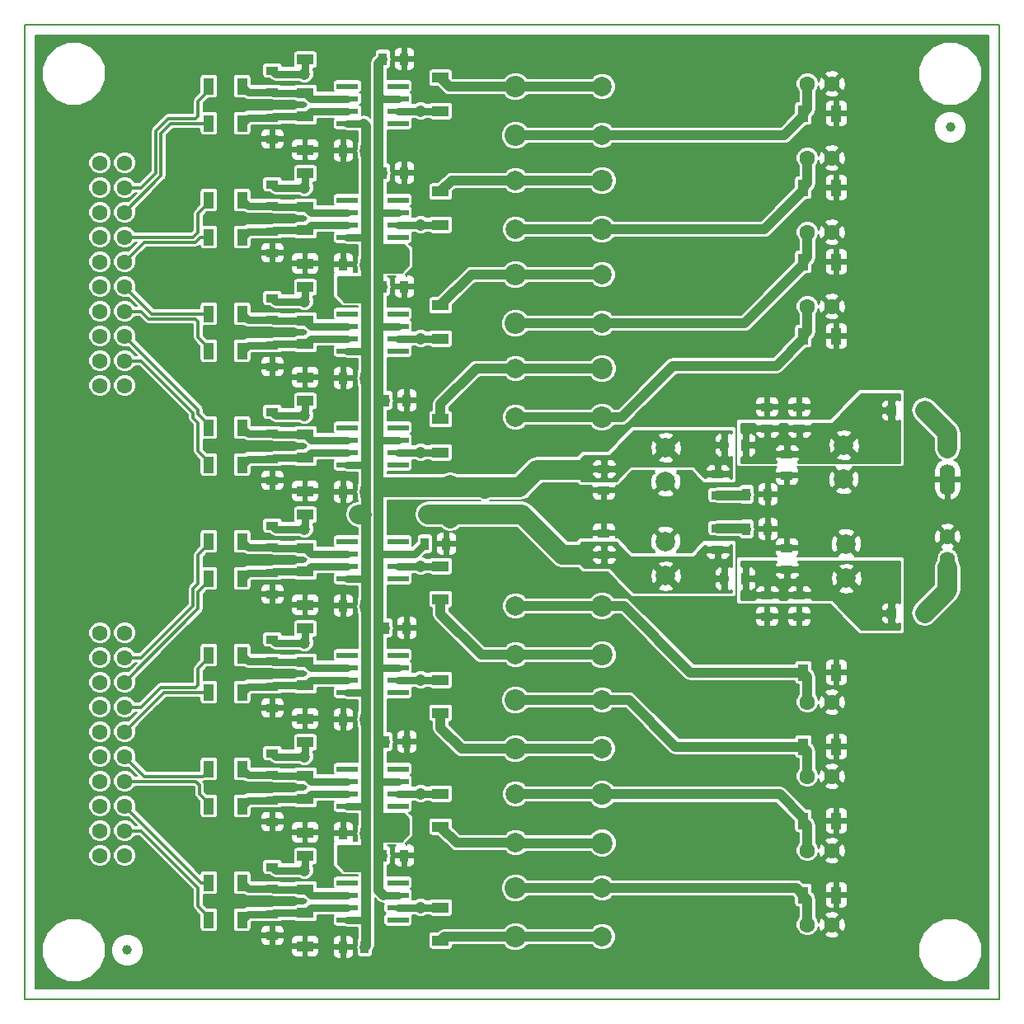
<source format=gtl>
G04 #@! TF.FileFunction,Copper,L1,Top,Signal*
%FSLAX46Y46*%
G04 Gerber Fmt 4.6, Leading zero omitted, Abs format (unit mm)*
G04 Created by KiCad (PCBNEW 4.0.2-stable) date 25/05/2016 10:40:18*
%MOMM*%
G01*
G04 APERTURE LIST*
%ADD10C,0.100000*%
%ADD11C,0.150000*%
%ADD12R,0.900000X1.300000*%
%ADD13R,1.300000X0.900000*%
%ADD14C,2.000000*%
%ADD15C,2.200000*%
%ADD16C,1.600000*%
%ADD17O,1.600000X3.200000*%
%ADD18R,1.100000X1.700000*%
%ADD19R,1.700000X1.100000*%
%ADD20R,2.200000X0.600000*%
%ADD21R,1.000000X1.000000*%
%ADD22C,1.000000*%
%ADD23C,1.200000*%
%ADD24C,0.300000*%
%ADD25C,0.250000*%
%ADD26C,0.800000*%
%ADD27C,1.000000*%
%ADD28C,2.000000*%
%ADD29C,0.500000*%
%ADD30C,1.500000*%
%ADD31C,1.200000*%
%ADD32C,0.254000*%
G04 APERTURE END LIST*
D10*
D11*
X100000000Y0D02*
X0Y0D01*
X100000000Y100000000D02*
X100000000Y0D01*
X0Y100000000D02*
X100000000Y100000000D01*
X0Y0D02*
X0Y100000000D01*
D12*
X76284000Y48260000D03*
X74084000Y48260000D03*
X74084000Y51816000D03*
X76284000Y51816000D03*
D13*
X50800000Y52154000D03*
X50800000Y49954000D03*
X25400000Y58082000D03*
X25400000Y60282000D03*
X25400000Y69766000D03*
X25400000Y71966000D03*
X25400000Y93134000D03*
X25400000Y95334000D03*
X25400000Y67140000D03*
X25400000Y64940000D03*
X25400000Y78824000D03*
X25400000Y76624000D03*
D14*
X84074000Y56868000D03*
X84074000Y53368000D03*
X84328000Y46708000D03*
X84328000Y43208000D03*
D13*
X79502000Y58590000D03*
X79502000Y60790000D03*
X79502000Y39286000D03*
X79502000Y41486000D03*
X78232000Y55964000D03*
X78232000Y53764000D03*
X78232000Y46312000D03*
X78232000Y44112000D03*
X71120000Y53932000D03*
X71120000Y51732000D03*
X71120000Y48344000D03*
X71120000Y46144000D03*
D14*
X65786000Y56614000D03*
X65786000Y53114000D03*
X65786000Y46962000D03*
X65786000Y43462000D03*
D13*
X59436000Y54440000D03*
X59436000Y52240000D03*
X59436000Y47836000D03*
X59436000Y45636000D03*
X25400000Y90508000D03*
X25400000Y88308000D03*
X25400000Y55456000D03*
X25400000Y53256000D03*
X25400000Y81450000D03*
X25400000Y83650000D03*
X47244000Y52154000D03*
X47244000Y49954000D03*
D15*
X50368000Y93686000D03*
X50368000Y88686000D03*
X59258000Y84034000D03*
X59258000Y79034000D03*
X50368000Y74382000D03*
X50368000Y69382000D03*
X59258000Y64730000D03*
X59258000Y59730000D03*
D16*
X80340000Y93980000D03*
X82880000Y93980000D03*
X80340000Y86360000D03*
X82880000Y86360000D03*
X80340000Y78740000D03*
X82880000Y78740000D03*
X80340000Y71120000D03*
X82880000Y71120000D03*
D12*
X73998000Y56896000D03*
X71798000Y56896000D03*
X73998000Y43180000D03*
X71798000Y43180000D03*
D16*
X94742000Y56515000D03*
D17*
X94742000Y53340000D03*
D16*
X94742000Y47498000D03*
D17*
X94742000Y44323000D03*
D16*
X7696000Y85852000D03*
X10236000Y85852000D03*
X7696000Y83312000D03*
X10236000Y83312000D03*
X7696000Y80772000D03*
X10236000Y80772000D03*
X7696000Y78232000D03*
X10236000Y78232000D03*
X7696000Y75692000D03*
X10236000Y75692000D03*
X7696000Y73152000D03*
X10236000Y73152000D03*
X7696000Y70612000D03*
X10236000Y70612000D03*
X7696000Y68072000D03*
X10236000Y68072000D03*
X7696000Y65532000D03*
X10236000Y65532000D03*
X7696000Y62992000D03*
X10236000Y62992000D03*
D18*
X22274000Y89916000D03*
X18874000Y89916000D03*
X22274000Y93726000D03*
X18874000Y93726000D03*
X22274000Y78232000D03*
X18874000Y78232000D03*
X22274000Y82042000D03*
X18874000Y82042000D03*
X22274000Y66548000D03*
X18874000Y66548000D03*
X22274000Y70358000D03*
X18874000Y70358000D03*
X22274000Y54864000D03*
X18874000Y54864000D03*
X22274000Y58674000D03*
X18874000Y58674000D03*
D19*
X28778000Y87200000D03*
X28778000Y90600000D03*
X28778000Y75516000D03*
X28778000Y78916000D03*
X28778000Y63832000D03*
X28778000Y67232000D03*
X28778000Y52148000D03*
X28778000Y55548000D03*
X28778000Y96442000D03*
X28778000Y93042000D03*
X28778000Y84758000D03*
X28778000Y81358000D03*
X28778000Y73074000D03*
X28778000Y69674000D03*
X28778000Y61390000D03*
X28778000Y57990000D03*
X42672000Y94586000D03*
X42672000Y91186000D03*
X42672000Y82902000D03*
X42672000Y79502000D03*
X42672000Y71218000D03*
X42672000Y67818000D03*
X42672000Y59534000D03*
X42672000Y56134000D03*
D18*
X83310000Y90932000D03*
X79910000Y90932000D03*
X83310000Y83312000D03*
X79910000Y83312000D03*
X83310000Y75692000D03*
X79910000Y75692000D03*
X83310000Y68072000D03*
X79910000Y68072000D03*
D20*
X33096000Y93726000D03*
X33096000Y92456000D03*
X33096000Y91186000D03*
X33096000Y89916000D03*
X38296000Y89916000D03*
X38296000Y91186000D03*
X38296000Y92456000D03*
X38296000Y93726000D03*
X33096000Y82042000D03*
X33096000Y80772000D03*
X33096000Y79502000D03*
X33096000Y78232000D03*
X38296000Y78232000D03*
X38296000Y79502000D03*
X38296000Y80772000D03*
X38296000Y82042000D03*
X33096000Y70358000D03*
X33096000Y69088000D03*
X33096000Y67818000D03*
X33096000Y66548000D03*
X38296000Y66548000D03*
X38296000Y67818000D03*
X38296000Y69088000D03*
X38296000Y70358000D03*
X33096000Y58674000D03*
X33096000Y57404000D03*
X33096000Y56134000D03*
X33096000Y54864000D03*
X38296000Y54864000D03*
X38296000Y56134000D03*
X38296000Y57404000D03*
X38296000Y58674000D03*
D12*
X36746000Y96520000D03*
X38946000Y96520000D03*
X32682000Y87122000D03*
X34882000Y87122000D03*
X36746000Y84836000D03*
X38946000Y84836000D03*
X36746000Y73152000D03*
X38946000Y73152000D03*
X37000000Y61468000D03*
X39200000Y61468000D03*
X32682000Y75438000D03*
X34882000Y75438000D03*
X32682000Y63754000D03*
X34882000Y63754000D03*
X32682000Y52070000D03*
X34882000Y52070000D03*
D19*
X43688000Y52754000D03*
X43688000Y49354000D03*
D12*
X36746000Y14732000D03*
X38946000Y14732000D03*
X37000000Y26416000D03*
X39200000Y26416000D03*
X37000000Y38100000D03*
X39200000Y38100000D03*
X32682000Y5334000D03*
X34882000Y5334000D03*
X32682000Y17018000D03*
X34882000Y17018000D03*
X32682000Y28702000D03*
X34882000Y28702000D03*
D13*
X25400000Y43772000D03*
X25400000Y41572000D03*
X25400000Y32088000D03*
X25400000Y29888000D03*
X25400000Y20404000D03*
X25400000Y18204000D03*
X25400000Y8720000D03*
X25400000Y6520000D03*
X25400000Y46398000D03*
X25400000Y48598000D03*
X25400000Y34714000D03*
X25400000Y36914000D03*
X25400000Y23030000D03*
X25400000Y25230000D03*
X25400000Y11346000D03*
X25400000Y13546000D03*
D12*
X41064000Y46736000D03*
X43264000Y46736000D03*
X32682000Y40386000D03*
X34882000Y40386000D03*
D15*
X59258000Y35346000D03*
X59258000Y40346000D03*
X50368000Y25694000D03*
X50368000Y30694000D03*
X59258000Y16002000D03*
X59258000Y21002000D03*
X50368000Y6390000D03*
X50368000Y11390000D03*
D16*
X80340000Y30480000D03*
X82880000Y30480000D03*
X80340000Y22860000D03*
X82880000Y22860000D03*
X80340000Y15240000D03*
X82880000Y15240000D03*
X80340000Y7620000D03*
X82880000Y7620000D03*
X7696000Y37592000D03*
X10236000Y37592000D03*
X7696000Y35052000D03*
X10236000Y35052000D03*
X7696000Y32512000D03*
X10236000Y32512000D03*
X7696000Y29972000D03*
X10236000Y29972000D03*
X7696000Y27432000D03*
X10236000Y27432000D03*
X7696000Y24892000D03*
X10236000Y24892000D03*
X7696000Y22352000D03*
X10236000Y22352000D03*
X7696000Y19812000D03*
X10236000Y19812000D03*
X7696000Y17272000D03*
X10236000Y17272000D03*
X7696000Y14732000D03*
X10236000Y14732000D03*
D18*
X22274000Y43180000D03*
X18874000Y43180000D03*
X22274000Y46990000D03*
X18874000Y46990000D03*
X22274000Y31496000D03*
X18874000Y31496000D03*
X22274000Y35306000D03*
X18874000Y35306000D03*
X22274000Y19812000D03*
X18874000Y19812000D03*
X22274000Y23622000D03*
X18874000Y23622000D03*
X22274000Y8128000D03*
X18874000Y8128000D03*
X22274000Y11938000D03*
X18874000Y11938000D03*
D19*
X28778000Y40464000D03*
X28778000Y43864000D03*
X28778000Y28780000D03*
X28778000Y32180000D03*
X28778000Y17096000D03*
X28778000Y20496000D03*
X28778000Y5412000D03*
X28778000Y8812000D03*
X28778000Y49706000D03*
X28778000Y46306000D03*
X28778000Y38022000D03*
X28778000Y34622000D03*
X28778000Y26338000D03*
X28778000Y22938000D03*
X28778000Y14654000D03*
X28778000Y11254000D03*
X42672000Y41050000D03*
X42672000Y44450000D03*
X42672000Y29366000D03*
X42672000Y32766000D03*
X42672000Y17682000D03*
X42672000Y21082000D03*
X42672000Y5998000D03*
X42672000Y9398000D03*
D18*
X83310000Y33528000D03*
X79910000Y33528000D03*
X83310000Y25908000D03*
X79910000Y25908000D03*
X83310000Y18288000D03*
X79910000Y18288000D03*
X83310000Y10668000D03*
X79910000Y10668000D03*
D20*
X33096000Y46990000D03*
X33096000Y45720000D03*
X33096000Y44450000D03*
X33096000Y43180000D03*
X38296000Y43180000D03*
X38296000Y44450000D03*
X38296000Y45720000D03*
X38296000Y46990000D03*
X33096000Y35306000D03*
X33096000Y34036000D03*
X33096000Y32766000D03*
X33096000Y31496000D03*
X38296000Y31496000D03*
X38296000Y32766000D03*
X38296000Y34036000D03*
X38296000Y35306000D03*
X33096000Y23622000D03*
X33096000Y22352000D03*
X33096000Y21082000D03*
X33096000Y19812000D03*
X38296000Y19812000D03*
X38296000Y21082000D03*
X38296000Y22352000D03*
X38296000Y23622000D03*
X33096000Y11938000D03*
X33096000Y10668000D03*
X33096000Y9398000D03*
X33096000Y8128000D03*
X38296000Y8128000D03*
X38296000Y9398000D03*
X38296000Y10668000D03*
X38296000Y11938000D03*
D13*
X76200000Y58590000D03*
X76200000Y60790000D03*
X76200000Y39286000D03*
X76200000Y41486000D03*
D21*
X88978000Y60452000D03*
X92378000Y60452000D03*
X92378000Y39624000D03*
X88978000Y39624000D03*
D22*
X10500000Y5000000D03*
X95000000Y89500000D03*
D14*
X59258000Y6390000D03*
X59258000Y11390000D03*
X50368000Y16042000D03*
X50368000Y21042000D03*
X59258000Y25694000D03*
X59258000Y30694000D03*
X50368000Y35346000D03*
X50368000Y40346000D03*
X59258000Y74382000D03*
X59258000Y69382000D03*
X50368000Y84034000D03*
X50368000Y79034000D03*
X59258000Y93686000D03*
X59258000Y88686000D03*
X50368000Y64730000D03*
X50368000Y59730000D03*
D23*
X65405000Y84582000D03*
X65405000Y75311000D03*
X74930000Y29464000D03*
X74930000Y23495000D03*
X74930000Y16510000D03*
X67564000Y30353000D03*
X67564000Y23495000D03*
X67564000Y16637000D03*
X74930000Y7620000D03*
X67564000Y7874000D03*
X68834000Y36830000D03*
X72263000Y36703000D03*
X72390000Y61976000D03*
X67310000Y61849000D03*
X67310000Y67183000D03*
X76581000Y68199000D03*
X75057000Y74803000D03*
X75057000Y83693000D03*
X74930000Y92837000D03*
X67310000Y92837000D03*
X54737000Y4318000D03*
X54737000Y13589000D03*
X54737000Y23368000D03*
X54737000Y32893000D03*
X57404000Y51943000D03*
X57404000Y48006000D03*
X59436000Y50165000D03*
X61341000Y52070000D03*
X61468000Y48006000D03*
X54737000Y42799000D03*
X54737000Y50927000D03*
X54737000Y57150000D03*
X54737000Y67056000D03*
X54737000Y76581000D03*
X54737000Y86487000D03*
X45085000Y12192000D03*
X45466000Y22987000D03*
X45847000Y33274000D03*
X45466000Y42291000D03*
X46736000Y55753000D03*
X46101000Y67310000D03*
X45593000Y76835000D03*
X46482000Y90297000D03*
X15240000Y11049000D03*
X14605000Y20828000D03*
X14732000Y27305000D03*
X14605000Y34417000D03*
X15367000Y80137000D03*
X14986000Y67056000D03*
X14605000Y74168000D03*
X20574000Y85979000D03*
X20574000Y74168000D03*
X20574000Y62738000D03*
X20574000Y50927000D03*
X20574000Y39370000D03*
X20574000Y27305000D03*
X20574000Y16129000D03*
X85090000Y10668000D03*
X85090000Y18288000D03*
X85090000Y25908000D03*
X85090000Y33528000D03*
X85090000Y68072000D03*
X85090000Y75692000D03*
X85090000Y83312000D03*
X85090000Y90932000D03*
X76327000Y46291500D03*
X76327000Y53721000D03*
X44958000Y46736000D03*
X40640000Y14732000D03*
X40894000Y26416000D03*
X40894000Y38100000D03*
X40894000Y61468000D03*
X40640000Y73152000D03*
X40640000Y84836000D03*
X40640000Y96520000D03*
X43180000Y97790000D03*
X25400000Y4826000D03*
X25400000Y16510000D03*
X25400000Y28194000D03*
X25400000Y39878000D03*
X25400000Y51562000D03*
X25400000Y63246000D03*
X25400000Y74930000D03*
X25400000Y86614000D03*
X30924500Y28702000D03*
X30924500Y17018000D03*
X30924500Y5334000D03*
X30924500Y40386000D03*
X30924500Y52070000D03*
X30988000Y63754000D03*
X30924500Y75438000D03*
X30924500Y87122000D03*
X78232000Y48006000D03*
X76200000Y37592000D03*
X79502000Y37592000D03*
X79502000Y62484000D03*
X76200000Y62484000D03*
X78232000Y52070000D03*
X91694000Y8636000D03*
X91694000Y91440000D03*
X11176000Y92456000D03*
X9144000Y8382000D03*
X98120000Y9906000D03*
X14224000Y54356000D03*
X7696000Y54356000D03*
X7315000Y49530000D03*
X32080000Y97790000D03*
X24460000Y97790000D03*
X16840000Y97790000D03*
X9220000Y97790000D03*
X1600000Y91440000D03*
X1600000Y83820000D03*
X1600000Y76200000D03*
X1600000Y68580000D03*
X1600000Y60960000D03*
X1600000Y53340000D03*
X1600000Y45720000D03*
X1600000Y38100000D03*
X1600000Y30480000D03*
X1600000Y22860000D03*
X1600000Y15240000D03*
X1600000Y10160000D03*
X13030000Y2540000D03*
X20650000Y2540000D03*
X28270000Y2540000D03*
X35890000Y2540000D03*
X43510000Y2540000D03*
X51130000Y2540000D03*
X60020000Y2540000D03*
X67640000Y2540000D03*
X75260000Y2540000D03*
X82880000Y2540000D03*
X90500000Y2540000D03*
X98120000Y15240000D03*
X98120000Y22860000D03*
X98120000Y30480000D03*
X98120000Y39370000D03*
X98120000Y48260000D03*
X98120000Y55880000D03*
X98120000Y64770000D03*
X98120000Y73660000D03*
X98120000Y81280000D03*
X98120000Y90170000D03*
X86690000Y97790000D03*
X79070000Y97790000D03*
X71450000Y97790000D03*
X63830000Y97790000D03*
X56210000Y97790000D03*
X48590000Y97790000D03*
X40640000Y21082000D03*
X28702000Y24892000D03*
X40640000Y91186000D03*
X28702000Y94996000D03*
X28702000Y83312000D03*
X40640000Y79502000D03*
X40640000Y67818000D03*
X28702000Y71628000D03*
X40640000Y56134000D03*
X28702000Y59944000D03*
X40640000Y44450000D03*
X28702000Y48260000D03*
X40640000Y32766000D03*
X28702000Y36576000D03*
X40640000Y9398000D03*
X28702000Y13208000D03*
X37338000Y17653000D03*
X38735000Y17653000D03*
X37211000Y76073000D03*
X38608000Y76073000D03*
X33528000Y13843000D03*
X33401000Y72263000D03*
X32766000Y15240000D03*
X32766000Y73660000D03*
X34290000Y49784000D03*
X41402000Y49784000D03*
D24*
X67564000Y7874000D02*
X74676000Y7874000D01*
X74676000Y7874000D02*
X74930000Y7620000D01*
X67310000Y92837000D02*
X74930000Y92837000D01*
X59436000Y52240000D02*
X57701000Y52240000D01*
X57701000Y52240000D02*
X57404000Y51943000D01*
X59436000Y47836000D02*
X57574000Y47836000D01*
X57574000Y47836000D02*
X57404000Y48006000D01*
X59436000Y47836000D02*
X59436000Y50165000D01*
X59436000Y52240000D02*
X59436000Y50165000D01*
X59436000Y52240000D02*
X61171000Y52240000D01*
X61171000Y52240000D02*
X61341000Y52070000D01*
X59436000Y47836000D02*
X61298000Y47836000D01*
X61298000Y47836000D02*
X61468000Y48006000D01*
X40640000Y73152000D02*
X41910000Y73152000D01*
X41910000Y73152000D02*
X45593000Y76835000D01*
X40640000Y84836000D02*
X46101000Y90297000D01*
X46101000Y90297000D02*
X46482000Y90297000D01*
X9144000Y8382000D02*
X12573000Y8382000D01*
X12573000Y8382000D02*
X15240000Y11049000D01*
X20574000Y16129000D02*
X19304000Y16129000D01*
X19304000Y16129000D02*
X14605000Y20828000D01*
X20574000Y39370000D02*
X19558000Y39370000D01*
X19558000Y39370000D02*
X14605000Y34417000D01*
X17780000Y85979000D02*
X15367000Y83566000D01*
X15367000Y83566000D02*
X15367000Y80137000D01*
X20574000Y85979000D02*
X17780000Y85979000D01*
X20574000Y62738000D02*
X19304000Y62738000D01*
X19304000Y62738000D02*
X14986000Y67056000D01*
X20574000Y74168000D02*
X14605000Y74168000D01*
X20574000Y74168000D02*
X20574000Y85979000D01*
X20574000Y50927000D02*
X20574000Y62738000D01*
X20574000Y27305000D02*
X20574000Y39370000D01*
X20650000Y2540000D02*
X20650000Y16053000D01*
X20650000Y16053000D02*
X20574000Y16129000D01*
X83310000Y10668000D02*
X85090000Y10668000D01*
X83310000Y18288000D02*
X85090000Y18288000D01*
X83310000Y25908000D02*
X85090000Y25908000D01*
X83310000Y33528000D02*
X85090000Y33528000D01*
X83310000Y68072000D02*
X85090000Y68072000D01*
X83310000Y75692000D02*
X85090000Y75692000D01*
X83310000Y83312000D02*
X85090000Y83312000D01*
X83310000Y90932000D02*
X85090000Y90932000D01*
X98120000Y90170000D02*
X98120000Y86360000D01*
X98120000Y86360000D02*
X98120000Y86106000D01*
X91694000Y87630000D02*
X92964000Y86360000D01*
X92964000Y86360000D02*
X98120000Y86360000D01*
X91694000Y91440000D02*
X91694000Y87630000D01*
X86690000Y97790000D02*
X86690000Y96444000D01*
X86690000Y96444000D02*
X91694000Y91440000D01*
X40640000Y96520000D02*
X41910000Y96520000D01*
X41910000Y96520000D02*
X43180000Y97790000D01*
X76284000Y48260000D02*
X76284000Y46334500D01*
X76284000Y46334500D02*
X76327000Y46291500D01*
X76284000Y51816000D02*
X76284000Y53678000D01*
X76284000Y53678000D02*
X76327000Y53721000D01*
X43264000Y46736000D02*
X44958000Y46736000D01*
X38946000Y14732000D02*
X40640000Y14732000D01*
X39200000Y26416000D02*
X40894000Y26416000D01*
X39200000Y38100000D02*
X40894000Y38100000D01*
X39200000Y61468000D02*
X40894000Y61468000D01*
X38946000Y73152000D02*
X40640000Y73152000D01*
X38946000Y84836000D02*
X40640000Y84836000D01*
X38946000Y96520000D02*
X40640000Y96520000D01*
X48590000Y97790000D02*
X43180000Y97790000D01*
X25400000Y6520000D02*
X25400000Y4826000D01*
X25400000Y18204000D02*
X25400000Y16510000D01*
X25400000Y29888000D02*
X25400000Y28194000D01*
X25400000Y41572000D02*
X25400000Y39878000D01*
X25400000Y53256000D02*
X25400000Y51562000D01*
X25400000Y64940000D02*
X25400000Y63246000D01*
X25400000Y76624000D02*
X25400000Y74930000D01*
X25400000Y88308000D02*
X25400000Y86614000D01*
X32682000Y28702000D02*
X30924500Y28702000D01*
X32682000Y17018000D02*
X30924500Y17018000D01*
X32682000Y5334000D02*
X30924500Y5334000D01*
X32682000Y40386000D02*
X30924500Y40386000D01*
X32682000Y52070000D02*
X30924500Y52070000D01*
X32682000Y63754000D02*
X30988000Y63754000D01*
X32682000Y75438000D02*
X30924500Y75438000D01*
X32682000Y87122000D02*
X30924500Y87122000D01*
X78232000Y46312000D02*
X78232000Y48006000D01*
X76200000Y39286000D02*
X76200000Y37592000D01*
X79502000Y39286000D02*
X79502000Y37592000D01*
X79502000Y60790000D02*
X79502000Y62484000D01*
X76200000Y60790000D02*
X76200000Y62484000D01*
X78232000Y53764000D02*
X78232000Y52070000D01*
X9220000Y92786000D02*
X9550000Y92456000D01*
X9550000Y92456000D02*
X11176000Y92456000D01*
X1600000Y91440000D02*
X7874000Y91440000D01*
X7874000Y91440000D02*
X9220000Y92786000D01*
X9220000Y92786000D02*
X9220000Y97790000D01*
X98120000Y86106000D02*
X98120000Y81280000D01*
X86690000Y97790000D02*
X79070000Y97790000D01*
X7696000Y54356000D02*
X14224000Y54356000D01*
D25*
X36715500Y2540000D02*
X35890000Y2540000D01*
D24*
X16840000Y97790000D02*
X24460000Y97790000D01*
X1600000Y83820000D02*
X1600000Y91440000D01*
X1600000Y68580000D02*
X1600000Y76200000D01*
X1600000Y53340000D02*
X1600000Y60960000D01*
X1600000Y38100000D02*
X1600000Y45720000D01*
X1600000Y22860000D02*
X1600000Y30480000D01*
X28270000Y2540000D02*
X20650000Y2540000D01*
X43510000Y2540000D02*
X35890000Y2540000D01*
X60020000Y2540000D02*
X51130000Y2540000D01*
X98120000Y22860000D02*
X98120000Y15240000D01*
X98120000Y39370000D02*
X98120000Y30480000D01*
X98120000Y55880000D02*
X98120000Y48260000D01*
X98120000Y73660000D02*
X98120000Y64770000D01*
X71450000Y97790000D02*
X79070000Y97790000D01*
X56210000Y97790000D02*
X63830000Y97790000D01*
X48463000Y97917000D02*
X48590000Y97790000D01*
D26*
X25400000Y90508000D02*
X22866000Y90508000D01*
X22866000Y90508000D02*
X22274000Y89916000D01*
X28778000Y90600000D02*
X25492000Y90600000D01*
X25492000Y90600000D02*
X25400000Y90508000D01*
X33096000Y91186000D02*
X29364000Y91186000D01*
X29364000Y91186000D02*
X28778000Y90600000D01*
D27*
X71120000Y51732000D02*
X74000000Y51732000D01*
X74000000Y51732000D02*
X74084000Y51816000D01*
X71120000Y48344000D02*
X74000000Y48344000D01*
X74000000Y48344000D02*
X74084000Y48260000D01*
D26*
X25400000Y78824000D02*
X22866000Y78824000D01*
X22866000Y78824000D02*
X22274000Y78232000D01*
X28778000Y78916000D02*
X25492000Y78916000D01*
X25492000Y78916000D02*
X25400000Y78824000D01*
X33096000Y79502000D02*
X29364000Y79502000D01*
X29364000Y79502000D02*
X28778000Y78916000D01*
D27*
X50368000Y93686000D02*
X43572000Y93686000D01*
X43572000Y93686000D02*
X42672000Y94586000D01*
X50368000Y93686000D02*
X59258000Y93686000D01*
X50368000Y84034000D02*
X43804000Y84034000D01*
X43804000Y84034000D02*
X42672000Y82902000D01*
X59258000Y84034000D02*
X50368000Y84034000D01*
X50368000Y74382000D02*
X45836000Y74382000D01*
X45836000Y74382000D02*
X42672000Y71218000D01*
X59258000Y74382000D02*
X50368000Y74382000D01*
X59258000Y69382000D02*
X73900000Y69382000D01*
X73900000Y69382000D02*
X79910000Y75392000D01*
X79910000Y75392000D02*
X79910000Y75692000D01*
X80340000Y78740000D02*
X80340000Y76122000D01*
X80340000Y76122000D02*
X79910000Y75692000D01*
X50368000Y69382000D02*
X59258000Y69382000D01*
X50368000Y64730000D02*
X46318000Y64730000D01*
X46318000Y64730000D02*
X42672000Y61084000D01*
X42672000Y61084000D02*
X42672000Y59534000D01*
X59258000Y64730000D02*
X50368000Y64730000D01*
X59258000Y59730000D02*
X61254000Y59730000D01*
X61254000Y59730000D02*
X66548000Y65024000D01*
X66548000Y65024000D02*
X77162000Y65024000D01*
X77162000Y65024000D02*
X79910000Y67772000D01*
X79910000Y67772000D02*
X79910000Y68072000D01*
X80340000Y71120000D02*
X80340000Y68502000D01*
X80340000Y68502000D02*
X79910000Y68072000D01*
X50368000Y59730000D02*
X59258000Y59730000D01*
D26*
X25400000Y23030000D02*
X22866000Y23030000D01*
X22866000Y23030000D02*
X22274000Y23622000D01*
X28778000Y22938000D02*
X25492000Y22938000D01*
X25492000Y22938000D02*
X25400000Y23030000D01*
X33096000Y22352000D02*
X29364000Y22352000D01*
X29364000Y22352000D02*
X28778000Y22938000D01*
X28702000Y24892000D02*
X25738000Y24892000D01*
X25738000Y24892000D02*
X25400000Y25230000D01*
X40640000Y21082000D02*
X38296000Y21082000D01*
X40640000Y21082000D02*
X42672000Y21082000D01*
X28778000Y26338000D02*
X28778000Y24968000D01*
X28778000Y24968000D02*
X28702000Y24892000D01*
D28*
X94742000Y58088000D02*
X92378000Y60452000D01*
X94742000Y56515000D02*
X94742000Y58088000D01*
X94742000Y44323000D02*
X94742000Y41988000D01*
X94742000Y41988000D02*
X92378000Y39624000D01*
D24*
X10236000Y83312000D02*
X11938000Y83312000D01*
X11938000Y83312000D02*
X13462000Y84836000D01*
X13462000Y84836000D02*
X13462000Y89154000D01*
X13462000Y89154000D02*
X14732000Y90424000D01*
X14732000Y90424000D02*
X17526000Y90424000D01*
X17526000Y90424000D02*
X17780000Y90678000D01*
X17780000Y90678000D02*
X17780000Y92202000D01*
X18874000Y93296000D02*
X18874000Y93726000D01*
X17780000Y92202000D02*
X18874000Y93296000D01*
X13970000Y88900000D02*
X14986000Y89916000D01*
X14986000Y89916000D02*
X18874000Y89916000D01*
X13970000Y84506000D02*
X13970000Y88900000D01*
X10236000Y80772000D02*
X13970000Y84506000D01*
X10236000Y78232000D02*
X17272000Y78232000D01*
X17272000Y78232000D02*
X17780000Y78740000D01*
X17780000Y78740000D02*
X17780000Y80648000D01*
X17780000Y80648000D02*
X18874000Y81742000D01*
X18874000Y81742000D02*
X18874000Y82042000D01*
X12268000Y77724000D02*
X17516000Y77724000D01*
X17516000Y77724000D02*
X18024000Y78232000D01*
X18024000Y78232000D02*
X18874000Y78232000D01*
X10236000Y75692000D02*
X12268000Y77724000D01*
X10236000Y73152000D02*
X13030000Y70358000D01*
X13030000Y70358000D02*
X18874000Y70358000D01*
X18874000Y66548000D02*
X18874000Y66848000D01*
X18874000Y66848000D02*
X17780000Y67942000D01*
X11938000Y70612000D02*
X10236000Y70612000D01*
X17780000Y67942000D02*
X17780000Y69596000D01*
X17780000Y69596000D02*
X17526000Y69850000D01*
X17526000Y69850000D02*
X12700000Y69850000D01*
X12700000Y69850000D02*
X11938000Y70612000D01*
X17780000Y60528000D02*
X17780000Y60068000D01*
X17780000Y60068000D02*
X18874000Y58974000D01*
X18874000Y58974000D02*
X18874000Y58674000D01*
X10236000Y68072000D02*
X17780000Y60528000D01*
X10236000Y65532000D02*
X11938000Y65532000D01*
X11938000Y65532000D02*
X17272000Y60198000D01*
X17272000Y60198000D02*
X17272000Y59690000D01*
X17272000Y59690000D02*
X17780000Y59182000D01*
X17780000Y59182000D02*
X17780000Y56258000D01*
X17780000Y56258000D02*
X18874000Y55164000D01*
X18874000Y55164000D02*
X18874000Y54864000D01*
X10236000Y35052000D02*
X11938000Y35052000D01*
X11938000Y35052000D02*
X17272000Y40386000D01*
X17272000Y40386000D02*
X17272000Y42164000D01*
X17780000Y45596000D02*
X18874000Y46690000D01*
X17272000Y42164000D02*
X17780000Y42672000D01*
X17780000Y42672000D02*
X17780000Y45596000D01*
X18874000Y46690000D02*
X18874000Y46990000D01*
X18874000Y43180000D02*
X18874000Y42880000D01*
X18874000Y42880000D02*
X17780000Y41786000D01*
X17780000Y41786000D02*
X17780000Y40056000D01*
X17780000Y40056000D02*
X10236000Y32512000D01*
X18874000Y35306000D02*
X18874000Y35006000D01*
X18874000Y35006000D02*
X17780000Y33912000D01*
X13970000Y32004000D02*
X11938000Y29972000D01*
X11938000Y29972000D02*
X10236000Y29972000D01*
X17780000Y33912000D02*
X17780000Y32258000D01*
X17780000Y32258000D02*
X17526000Y32004000D01*
X17526000Y32004000D02*
X13970000Y32004000D01*
X10236000Y27432000D02*
X14300000Y31496000D01*
X14300000Y31496000D02*
X18874000Y31496000D01*
X18874000Y23622000D02*
X18874000Y23446000D01*
X18874000Y23446000D02*
X18288000Y22860000D01*
X12268000Y22860000D02*
X18288000Y22860000D01*
X10236000Y24892000D02*
X12268000Y22860000D01*
X10236000Y22352000D02*
X17526000Y22352000D01*
X17526000Y22352000D02*
X17904000Y21974000D01*
X17904000Y21974000D02*
X17904000Y21082000D01*
X17904000Y21082000D02*
X18874000Y20112000D01*
X18874000Y20112000D02*
X18874000Y19812000D01*
X10236000Y19812000D02*
X18110000Y11938000D01*
X18110000Y11938000D02*
X18874000Y11938000D01*
X18874000Y8128000D02*
X18874000Y8428000D01*
X18874000Y8428000D02*
X17780000Y9522000D01*
X17780000Y9522000D02*
X17780000Y11430000D01*
X17780000Y11430000D02*
X11938000Y17272000D01*
X11938000Y17272000D02*
X10236000Y17272000D01*
D26*
X25400000Y67140000D02*
X22866000Y67140000D01*
X22866000Y67140000D02*
X22274000Y66548000D01*
X28778000Y67232000D02*
X25492000Y67232000D01*
X25492000Y67232000D02*
X25400000Y67140000D01*
X33096000Y67818000D02*
X29364000Y67818000D01*
X29364000Y67818000D02*
X28778000Y67232000D01*
X25400000Y55456000D02*
X22866000Y55456000D01*
X22866000Y55456000D02*
X22274000Y54864000D01*
X28778000Y55548000D02*
X25492000Y55548000D01*
X25492000Y55548000D02*
X25400000Y55456000D01*
X33096000Y56134000D02*
X29364000Y56134000D01*
X29364000Y56134000D02*
X28778000Y55548000D01*
X25400000Y93134000D02*
X22866000Y93134000D01*
X22866000Y93134000D02*
X22274000Y93726000D01*
X28778000Y93042000D02*
X25492000Y93042000D01*
X25492000Y93042000D02*
X25400000Y93134000D01*
X33096000Y92456000D02*
X29364000Y92456000D01*
X29364000Y92456000D02*
X28778000Y93042000D01*
X28702000Y94996000D02*
X25738000Y94996000D01*
X25738000Y94996000D02*
X25400000Y95334000D01*
X42672000Y91186000D02*
X40640000Y91186000D01*
X38296000Y91186000D02*
X40640000Y91186000D01*
X28778000Y96442000D02*
X28778000Y95072000D01*
X28778000Y95072000D02*
X28702000Y94996000D01*
X25400000Y81450000D02*
X22866000Y81450000D01*
X22866000Y81450000D02*
X22274000Y82042000D01*
X28778000Y81358000D02*
X25492000Y81358000D01*
X25492000Y81358000D02*
X25400000Y81450000D01*
X33096000Y80772000D02*
X29364000Y80772000D01*
X29364000Y80772000D02*
X28778000Y81358000D01*
X28702000Y83312000D02*
X25738000Y83312000D01*
X25738000Y83312000D02*
X25400000Y83650000D01*
X42672000Y79502000D02*
X40640000Y79502000D01*
X28778000Y84758000D02*
X28778000Y83388000D01*
X28778000Y83388000D02*
X28702000Y83312000D01*
X38296000Y79502000D02*
X40640000Y79502000D01*
X25400000Y69766000D02*
X22866000Y69766000D01*
X22866000Y69766000D02*
X22274000Y70358000D01*
X28778000Y69674000D02*
X25492000Y69674000D01*
X25492000Y69674000D02*
X25400000Y69766000D01*
X33096000Y69088000D02*
X29364000Y69088000D01*
X29364000Y69088000D02*
X28778000Y69674000D01*
X28702000Y71628000D02*
X25738000Y71628000D01*
X25738000Y71628000D02*
X25400000Y71966000D01*
X40640000Y67818000D02*
X38296000Y67818000D01*
X40640000Y67818000D02*
X42672000Y67818000D01*
X28778000Y73074000D02*
X28778000Y71704000D01*
X28778000Y71704000D02*
X28702000Y71628000D01*
X25400000Y58082000D02*
X22866000Y58082000D01*
X22866000Y58082000D02*
X22274000Y58674000D01*
X28778000Y57990000D02*
X25492000Y57990000D01*
X25492000Y57990000D02*
X25400000Y58082000D01*
X33096000Y57404000D02*
X29364000Y57404000D01*
X29364000Y57404000D02*
X28778000Y57990000D01*
X28702000Y59944000D02*
X25738000Y59944000D01*
X25738000Y59944000D02*
X25400000Y60282000D01*
X40640000Y56134000D02*
X38296000Y56134000D01*
X40640000Y56134000D02*
X42672000Y56134000D01*
X28778000Y61390000D02*
X28778000Y60020000D01*
X28778000Y60020000D02*
X28702000Y59944000D01*
D27*
X80340000Y93980000D02*
X80340000Y91362000D01*
X80340000Y91362000D02*
X79910000Y90932000D01*
X59258000Y88686000D02*
X77964000Y88686000D01*
X77964000Y88686000D02*
X79910000Y90632000D01*
X79910000Y90632000D02*
X79910000Y90932000D01*
X50368000Y88686000D02*
X59258000Y88686000D01*
X59258000Y79034000D02*
X75932000Y79034000D01*
X75932000Y79034000D02*
X79910000Y83012000D01*
X79910000Y83012000D02*
X79910000Y83312000D01*
X80340000Y86360000D02*
X80340000Y83742000D01*
X80340000Y83742000D02*
X79910000Y83312000D01*
X50368000Y79034000D02*
X59258000Y79034000D01*
D26*
X25400000Y43772000D02*
X22866000Y43772000D01*
X22866000Y43772000D02*
X22274000Y43180000D01*
X28778000Y43864000D02*
X25492000Y43864000D01*
X25492000Y43864000D02*
X25400000Y43772000D01*
X33096000Y44450000D02*
X29364000Y44450000D01*
X29364000Y44450000D02*
X28778000Y43864000D01*
X25400000Y32088000D02*
X22866000Y32088000D01*
X22866000Y32088000D02*
X22274000Y31496000D01*
X28778000Y32180000D02*
X25492000Y32180000D01*
X25492000Y32180000D02*
X25400000Y32088000D01*
X33096000Y32766000D02*
X29364000Y32766000D01*
X29364000Y32766000D02*
X28778000Y32180000D01*
X25400000Y20404000D02*
X22866000Y20404000D01*
X22866000Y20404000D02*
X22274000Y19812000D01*
X28778000Y20496000D02*
X25492000Y20496000D01*
X25492000Y20496000D02*
X25400000Y20404000D01*
X33096000Y21082000D02*
X29364000Y21082000D01*
X29364000Y21082000D02*
X28778000Y20496000D01*
X25400000Y8720000D02*
X22866000Y8720000D01*
X22866000Y8720000D02*
X22274000Y8128000D01*
X28778000Y8812000D02*
X25492000Y8812000D01*
X25492000Y8812000D02*
X25400000Y8720000D01*
X33096000Y9398000D02*
X29364000Y9398000D01*
X29364000Y9398000D02*
X28778000Y8812000D01*
X33096000Y45720000D02*
X29364000Y45720000D01*
X29364000Y45720000D02*
X28778000Y46306000D01*
X25400000Y46398000D02*
X22866000Y46398000D01*
X22866000Y46398000D02*
X22274000Y46990000D01*
X28778000Y46306000D02*
X25492000Y46306000D01*
X25492000Y46306000D02*
X25400000Y46398000D01*
X28702000Y48260000D02*
X25738000Y48260000D01*
X25738000Y48260000D02*
X25400000Y48598000D01*
X40640000Y44450000D02*
X38296000Y44450000D01*
X40640000Y44450000D02*
X42672000Y44450000D01*
X28778000Y49706000D02*
X28778000Y48336000D01*
X28778000Y48336000D02*
X28702000Y48260000D01*
X25400000Y34714000D02*
X22866000Y34714000D01*
X22866000Y34714000D02*
X22274000Y35306000D01*
X28778000Y34622000D02*
X25492000Y34622000D01*
X25492000Y34622000D02*
X25400000Y34714000D01*
X33096000Y34036000D02*
X29364000Y34036000D01*
X29364000Y34036000D02*
X28778000Y34622000D01*
X28702000Y36576000D02*
X25738000Y36576000D01*
X25738000Y36576000D02*
X25400000Y36914000D01*
X40640000Y32766000D02*
X38296000Y32766000D01*
X40640000Y32766000D02*
X42672000Y32766000D01*
X28778000Y38022000D02*
X28778000Y36652000D01*
X28778000Y36652000D02*
X28702000Y36576000D01*
X25400000Y11346000D02*
X22866000Y11346000D01*
X22866000Y11346000D02*
X22274000Y11938000D01*
X28778000Y11254000D02*
X25492000Y11254000D01*
X25492000Y11254000D02*
X25400000Y11346000D01*
X33096000Y10668000D02*
X29364000Y10668000D01*
X29364000Y10668000D02*
X28778000Y11254000D01*
X28702000Y13208000D02*
X25738000Y13208000D01*
X25738000Y13208000D02*
X25400000Y13546000D01*
X40640000Y9398000D02*
X38296000Y9398000D01*
X40640000Y9398000D02*
X42672000Y9398000D01*
X28778000Y14654000D02*
X28778000Y13284000D01*
X28778000Y13284000D02*
X28702000Y13208000D01*
D27*
X50368000Y35346000D02*
X46826000Y35346000D01*
X46826000Y35346000D02*
X42672000Y39500000D01*
X42672000Y39500000D02*
X42672000Y41050000D01*
X59258000Y35346000D02*
X50368000Y35346000D01*
X61508000Y40346000D02*
X68326000Y33528000D01*
X68326000Y33528000D02*
X79910000Y33528000D01*
X59258000Y40346000D02*
X61508000Y40346000D01*
X80340000Y30480000D02*
X80340000Y33098000D01*
X80340000Y33098000D02*
X79910000Y33528000D01*
X50368000Y40346000D02*
X59258000Y40346000D01*
X50368000Y25694000D02*
X44794000Y25694000D01*
X44794000Y25694000D02*
X42672000Y27816000D01*
X42672000Y27816000D02*
X42672000Y29366000D01*
X59258000Y25694000D02*
X50368000Y25694000D01*
X72644000Y25908000D02*
X79910000Y25908000D01*
X62016000Y30694000D02*
X66802000Y25908000D01*
X66802000Y25908000D02*
X72644000Y25908000D01*
X59258000Y30694000D02*
X62016000Y30694000D01*
X80340000Y22860000D02*
X80340000Y25478000D01*
X80340000Y25478000D02*
X79910000Y25908000D01*
X50368000Y30694000D02*
X59258000Y30694000D01*
X50368000Y16042000D02*
X44312000Y16042000D01*
X44312000Y16042000D02*
X42672000Y17682000D01*
X42788000Y17566000D02*
X42672000Y17682000D01*
X59258000Y16002000D02*
X50408000Y16002000D01*
X50408000Y16002000D02*
X50368000Y16042000D01*
X59258000Y21002000D02*
X77496000Y21002000D01*
X77496000Y21002000D02*
X79910000Y18588000D01*
X79910000Y18588000D02*
X79910000Y18288000D01*
X80340000Y15240000D02*
X80340000Y17858000D01*
X80340000Y17858000D02*
X79910000Y18288000D01*
X50368000Y21042000D02*
X59218000Y21042000D01*
X59218000Y21042000D02*
X59258000Y21002000D01*
X50368000Y6390000D02*
X43064000Y6390000D01*
X43064000Y6390000D02*
X42672000Y5998000D01*
X59258000Y6390000D02*
X50368000Y6390000D01*
X59258000Y11390000D02*
X79188000Y11390000D01*
X79188000Y11390000D02*
X79910000Y10668000D01*
X80340000Y7620000D02*
X80340000Y10238000D01*
X80340000Y10238000D02*
X79910000Y10668000D01*
X50368000Y11390000D02*
X59258000Y11390000D01*
X36322000Y17907000D02*
X36322000Y22606000D01*
D24*
X36322000Y17907000D02*
X38481000Y17907000D01*
D27*
X36322000Y17272000D02*
X36322000Y17907000D01*
D24*
X38481000Y17907000D02*
X38735000Y17653000D01*
X38608000Y76073000D02*
X37211000Y76073000D01*
D27*
X36322000Y76200000D02*
X36322000Y80772000D01*
X36322000Y75692000D02*
X36322000Y76200000D01*
D24*
X36322000Y76200000D02*
X38481000Y76200000D01*
X38481000Y76200000D02*
X38608000Y76073000D01*
D27*
X36322000Y14732000D02*
X36322000Y17272000D01*
X36322000Y73152000D02*
X36322000Y75692000D01*
D28*
X57150000Y54356000D02*
X52578000Y54356000D01*
X52578000Y54356000D02*
X50800000Y52578000D01*
D29*
X57150000Y54356000D02*
X57234000Y54440000D01*
X57234000Y54440000D02*
X59436000Y54440000D01*
D26*
X38296000Y45720000D02*
X40048000Y45720000D01*
X40048000Y45720000D02*
X41064000Y46736000D01*
D27*
X36322000Y11176000D02*
X36322000Y14732000D01*
X36746000Y14732000D02*
X36322000Y14732000D01*
X36322000Y22606000D02*
X36322000Y26416000D01*
X36322000Y26416000D02*
X36322000Y34036000D01*
X37000000Y26416000D02*
X36322000Y26416000D01*
X36322000Y34036000D02*
X36322000Y38100000D01*
X36322000Y38100000D02*
X36322000Y45720000D01*
X37000000Y38100000D02*
X36322000Y38100000D01*
X36322000Y45720000D02*
X36322000Y49530000D01*
X36322000Y49530000D02*
X36322000Y52578000D01*
X36322000Y57404000D02*
X36322000Y61468000D01*
X36322000Y61468000D02*
X36322000Y69088000D01*
X37000000Y61468000D02*
X36322000Y61468000D01*
X36322000Y69088000D02*
X36322000Y73152000D01*
X36746000Y73152000D02*
X36322000Y73152000D01*
X36322000Y80772000D02*
X36322000Y84836000D01*
X36322000Y84836000D02*
X36322000Y92202000D01*
X36746000Y84836000D02*
X36322000Y84836000D01*
D28*
X43688000Y52754000D02*
X43688000Y52578000D01*
X47244000Y52578000D02*
X43688000Y52578000D01*
X43688000Y52578000D02*
X36830000Y52578000D01*
X50800000Y52578000D02*
X47244000Y52578000D01*
D27*
X50800000Y52154000D02*
X50800000Y52578000D01*
D30*
X47244000Y52154000D02*
X47244000Y52578000D01*
D27*
X36322000Y52578000D02*
X36322000Y57404000D01*
X36830000Y52578000D02*
X36322000Y52578000D01*
X36322000Y92202000D02*
X36322000Y96096000D01*
X36322000Y96096000D02*
X36746000Y96520000D01*
D26*
X38296000Y10668000D02*
X36830000Y10668000D01*
X38296000Y22352000D02*
X36396000Y22352000D01*
X36396000Y22352000D02*
X36322000Y22426000D01*
X36322000Y22426000D02*
X36322000Y22606000D01*
X38296000Y34036000D02*
X36322000Y34036000D01*
X38296000Y45720000D02*
X36322000Y45720000D01*
X38296000Y57404000D02*
X36322000Y57404000D01*
X38296000Y69088000D02*
X36322000Y69088000D01*
X38296000Y80772000D02*
X36322000Y80772000D01*
X38296000Y92456000D02*
X36576000Y92456000D01*
D27*
X36830000Y10668000D02*
X36322000Y11176000D01*
X36322000Y92202000D02*
X36576000Y92456000D01*
D24*
X32766000Y15240000D02*
X32766000Y14605000D01*
X32766000Y14605000D02*
X33528000Y13843000D01*
D27*
X35052000Y54864000D02*
X35052000Y63754000D01*
X35052000Y63754000D02*
X35052000Y66548000D01*
X34882000Y63754000D02*
X35052000Y63754000D01*
X35052000Y73660000D02*
X34544000Y73660000D01*
D31*
X32766000Y73660000D02*
X34544000Y73660000D01*
D27*
X34544000Y15240000D02*
X35052000Y15240000D01*
D31*
X32766000Y15240000D02*
X34544000Y15240000D01*
D27*
X35052000Y8382000D02*
X35052000Y15240000D01*
X35052000Y15240000D02*
X35052000Y17018000D01*
X35052000Y73660000D02*
X35052000Y75184000D01*
X35052000Y73152000D02*
X35052000Y73660000D01*
X35052000Y66548000D02*
X35052000Y73152000D01*
D28*
X57234000Y45636000D02*
X55202000Y45636000D01*
X55202000Y45636000D02*
X51054000Y49784000D01*
D29*
X59436000Y45636000D02*
X57234000Y45636000D01*
D27*
X35052000Y17018000D02*
X35052000Y19812000D01*
X34882000Y17018000D02*
X35052000Y17018000D01*
X35052000Y19812000D02*
X35052000Y28956000D01*
X35052000Y28956000D02*
X35052000Y31750000D01*
X34882000Y28702000D02*
X34882000Y28786000D01*
X34882000Y28786000D02*
X35052000Y28956000D01*
X35052000Y31750000D02*
X35052000Y40132000D01*
X35052000Y40132000D02*
X35052000Y43180000D01*
X34882000Y40386000D02*
X34882000Y40302000D01*
X34882000Y40302000D02*
X35052000Y40132000D01*
X35052000Y49784000D02*
X35052000Y52324000D01*
X35052000Y52324000D02*
X35052000Y54864000D01*
X34882000Y52070000D02*
X34882000Y52154000D01*
X34882000Y52154000D02*
X35052000Y52324000D01*
X35052000Y75184000D02*
X35052000Y77978000D01*
X34882000Y75438000D02*
X34882000Y75354000D01*
X34882000Y75354000D02*
X35052000Y75184000D01*
X35052000Y77978000D02*
X35052000Y87122000D01*
X35052000Y87122000D02*
X35052000Y89662000D01*
X34882000Y87122000D02*
X35052000Y87122000D01*
X34882000Y5334000D02*
X35052000Y5504000D01*
X35052000Y5504000D02*
X35052000Y6012000D01*
D28*
X51054000Y49784000D02*
X47244000Y49784000D01*
D30*
X50800000Y49954000D02*
X50884000Y49954000D01*
X50884000Y49954000D02*
X51054000Y49784000D01*
D28*
X47244000Y49784000D02*
X43688000Y49784000D01*
D30*
X47244000Y49954000D02*
X47244000Y49784000D01*
D28*
X43688000Y49784000D02*
X41402000Y49784000D01*
X43688000Y49354000D02*
X43688000Y49784000D01*
D30*
X47244000Y49954000D02*
X47328000Y49954000D01*
X47328000Y49954000D02*
X47498000Y49784000D01*
X50800000Y49954000D02*
X50800000Y49784000D01*
D28*
X34290000Y49784000D02*
X34621990Y49784000D01*
D27*
X35052000Y43180000D02*
X35052000Y49784000D01*
X35052000Y49784000D02*
X34290000Y49784000D01*
X35052000Y8184000D02*
X35052000Y6012000D01*
D26*
X33096000Y89916000D02*
X34798000Y89916000D01*
X33096000Y8128000D02*
X34996000Y8128000D01*
X34996000Y8128000D02*
X35052000Y8184000D01*
X35052000Y8184000D02*
X35052000Y8382000D01*
X33096000Y19812000D02*
X35052000Y19812000D01*
X33096000Y31496000D02*
X34996000Y31496000D01*
X34996000Y31496000D02*
X35052000Y31552000D01*
X35052000Y31552000D02*
X35052000Y31750000D01*
X33096000Y43180000D02*
X35052000Y43180000D01*
X33096000Y54864000D02*
X35052000Y54864000D01*
X33096000Y66548000D02*
X35052000Y66548000D01*
X33096000Y78232000D02*
X34996000Y78232000D01*
X34996000Y78232000D02*
X35052000Y78176000D01*
X35052000Y78176000D02*
X35052000Y77978000D01*
D27*
X35052000Y89662000D02*
X34798000Y89916000D01*
D11*
G36*
X98925000Y1075000D02*
X1075000Y1075000D01*
X1075000Y4351420D01*
X1724433Y4351420D01*
X2221971Y3147285D01*
X3142439Y2225209D01*
X4345704Y1725570D01*
X5648580Y1724433D01*
X6852715Y2221971D01*
X7774791Y3142439D01*
X8274430Y4345704D01*
X8274711Y4668284D01*
X8824710Y4668284D01*
X9079176Y4052428D01*
X9549950Y3580832D01*
X10165360Y3325292D01*
X10831716Y3324710D01*
X11447572Y3579176D01*
X11919168Y4049950D01*
X12174708Y4665360D01*
X12175076Y5087250D01*
X27345000Y5087250D01*
X27345000Y4746034D01*
X27433756Y4531757D01*
X27597757Y4367756D01*
X27812034Y4279000D01*
X28453250Y4279000D01*
X28599000Y4424750D01*
X28599000Y5233000D01*
X28957000Y5233000D01*
X28957000Y4424750D01*
X29102750Y4279000D01*
X29743966Y4279000D01*
X29958243Y4367756D01*
X30122244Y4531757D01*
X30211000Y4746034D01*
X30211000Y5009250D01*
X31649000Y5009250D01*
X31649000Y4568034D01*
X31737756Y4353757D01*
X31901757Y4189756D01*
X32116034Y4101000D01*
X32357250Y4101000D01*
X32503000Y4246750D01*
X32503000Y5155000D01*
X32861000Y5155000D01*
X32861000Y4246750D01*
X33006750Y4101000D01*
X33247966Y4101000D01*
X33462243Y4189756D01*
X33626244Y4353757D01*
X33715000Y4568034D01*
X33715000Y5009250D01*
X33569250Y5155000D01*
X32861000Y5155000D01*
X32503000Y5155000D01*
X31794750Y5155000D01*
X31649000Y5009250D01*
X30211000Y5009250D01*
X30211000Y5087250D01*
X30065250Y5233000D01*
X28957000Y5233000D01*
X28599000Y5233000D01*
X27490750Y5233000D01*
X27345000Y5087250D01*
X12175076Y5087250D01*
X12175290Y5331716D01*
X11920824Y5947572D01*
X11673578Y6195250D01*
X24167000Y6195250D01*
X24167000Y5954034D01*
X24255756Y5739757D01*
X24419757Y5575756D01*
X24634034Y5487000D01*
X25075250Y5487000D01*
X25221000Y5632750D01*
X25221000Y6341000D01*
X25579000Y6341000D01*
X25579000Y5632750D01*
X25724750Y5487000D01*
X26165966Y5487000D01*
X26380243Y5575756D01*
X26544244Y5739757D01*
X26633000Y5954034D01*
X26633000Y6077966D01*
X27345000Y6077966D01*
X27345000Y5736750D01*
X27490750Y5591000D01*
X28599000Y5591000D01*
X28599000Y6399250D01*
X28957000Y6399250D01*
X28957000Y5591000D01*
X30065250Y5591000D01*
X30211000Y5736750D01*
X30211000Y6077966D01*
X30201888Y6099966D01*
X31649000Y6099966D01*
X31649000Y5658750D01*
X31794750Y5513000D01*
X32503000Y5513000D01*
X32503000Y6421250D01*
X32861000Y6421250D01*
X32861000Y5513000D01*
X33569250Y5513000D01*
X33715000Y5658750D01*
X33715000Y6099966D01*
X33626244Y6314243D01*
X33462243Y6478244D01*
X33247966Y6567000D01*
X33006750Y6567000D01*
X32861000Y6421250D01*
X32503000Y6421250D01*
X32357250Y6567000D01*
X32116034Y6567000D01*
X31901757Y6478244D01*
X31737756Y6314243D01*
X31649000Y6099966D01*
X30201888Y6099966D01*
X30122244Y6292243D01*
X29958243Y6456244D01*
X29743966Y6545000D01*
X29102750Y6545000D01*
X28957000Y6399250D01*
X28599000Y6399250D01*
X28453250Y6545000D01*
X27812034Y6545000D01*
X27597757Y6456244D01*
X27433756Y6292243D01*
X27345000Y6077966D01*
X26633000Y6077966D01*
X26633000Y6195250D01*
X26487250Y6341000D01*
X25579000Y6341000D01*
X25221000Y6341000D01*
X24312750Y6341000D01*
X24167000Y6195250D01*
X11673578Y6195250D01*
X11450050Y6419168D01*
X10834640Y6674708D01*
X10168284Y6675290D01*
X9552428Y6420824D01*
X9080832Y5950050D01*
X8825292Y5334640D01*
X8824710Y4668284D01*
X8274711Y4668284D01*
X8275567Y5648580D01*
X7778029Y6852715D01*
X6857561Y7774791D01*
X5654296Y8274430D01*
X4351420Y8275567D01*
X3147285Y7778029D01*
X2225209Y6857561D01*
X1725570Y5654296D01*
X1724433Y4351420D01*
X1075000Y4351420D01*
X1075000Y14499303D01*
X6520796Y14499303D01*
X6699302Y14067285D01*
X7029547Y13736464D01*
X7461253Y13557204D01*
X7928697Y13556796D01*
X8360715Y13735302D01*
X8691536Y14065547D01*
X8870796Y14497253D01*
X8870797Y14499303D01*
X9060796Y14499303D01*
X9239302Y14067285D01*
X9569547Y13736464D01*
X10001253Y13557204D01*
X10468697Y13556796D01*
X10900715Y13735302D01*
X11231536Y14065547D01*
X11410796Y14497253D01*
X11411204Y14964697D01*
X11232698Y15396715D01*
X10902453Y15727536D01*
X10470747Y15906796D01*
X10003303Y15907204D01*
X9571285Y15728698D01*
X9240464Y15398453D01*
X9061204Y14966747D01*
X9060796Y14499303D01*
X8870797Y14499303D01*
X8871204Y14964697D01*
X8692698Y15396715D01*
X8362453Y15727536D01*
X7930747Y15906796D01*
X7463303Y15907204D01*
X7031285Y15728698D01*
X6700464Y15398453D01*
X6521204Y14966747D01*
X6520796Y14499303D01*
X1075000Y14499303D01*
X1075000Y17039303D01*
X6520796Y17039303D01*
X6699302Y16607285D01*
X7029547Y16276464D01*
X7461253Y16097204D01*
X7928697Y16096796D01*
X8360715Y16275302D01*
X8691536Y16605547D01*
X8870796Y17037253D01*
X8871204Y17504697D01*
X8692698Y17936715D01*
X8362453Y18267536D01*
X7930747Y18446796D01*
X7463303Y18447204D01*
X7031285Y18268698D01*
X6700464Y17938453D01*
X6521204Y17506747D01*
X6520796Y17039303D01*
X1075000Y17039303D01*
X1075000Y19579303D01*
X6520796Y19579303D01*
X6699302Y19147285D01*
X7029547Y18816464D01*
X7461253Y18637204D01*
X7928697Y18636796D01*
X8360715Y18815302D01*
X8691536Y19145547D01*
X8870796Y19577253D01*
X8870797Y19579303D01*
X9060796Y19579303D01*
X9239302Y19147285D01*
X9569547Y18816464D01*
X10001253Y18637204D01*
X10468697Y18636796D01*
X10610253Y18695285D01*
X11508538Y17797000D01*
X11290427Y17797000D01*
X11232698Y17936715D01*
X10902453Y18267536D01*
X10470747Y18446796D01*
X10003303Y18447204D01*
X9571285Y18268698D01*
X9240464Y17938453D01*
X9061204Y17506747D01*
X9060796Y17039303D01*
X9239302Y16607285D01*
X9569547Y16276464D01*
X10001253Y16097204D01*
X10468697Y16096796D01*
X10900715Y16275302D01*
X11231536Y16605547D01*
X11290272Y16747000D01*
X11720538Y16747000D01*
X17255000Y11212538D01*
X17255000Y9522000D01*
X17294963Y9321091D01*
X17408769Y9150769D01*
X17941654Y8617884D01*
X17941654Y7278000D01*
X17967802Y7139034D01*
X18049931Y7011401D01*
X18175246Y6925777D01*
X18324000Y6895654D01*
X19424000Y6895654D01*
X19562966Y6921802D01*
X19690599Y7003931D01*
X19776223Y7129246D01*
X19806346Y7278000D01*
X19806346Y8978000D01*
X19780198Y9116966D01*
X19698069Y9244599D01*
X19572754Y9330223D01*
X19424000Y9360346D01*
X18684116Y9360346D01*
X18305000Y9739462D01*
X18305000Y10709502D01*
X18324000Y10705654D01*
X19424000Y10705654D01*
X19562966Y10731802D01*
X19690599Y10813931D01*
X19776223Y10939246D01*
X19806346Y11088000D01*
X19806346Y12788000D01*
X19780198Y12926966D01*
X19698069Y13054599D01*
X19572754Y13140223D01*
X19424000Y13170346D01*
X18324000Y13170346D01*
X18185034Y13144198D01*
X18057401Y13062069D01*
X17971777Y12936754D01*
X17951894Y12838568D01*
X16794462Y13996000D01*
X24367654Y13996000D01*
X24367654Y13096000D01*
X24393802Y12957034D01*
X24475931Y12829401D01*
X24601246Y12743777D01*
X24750000Y12713654D01*
X25136330Y12713654D01*
X25189992Y12659992D01*
X25441420Y12491993D01*
X25738000Y12433000D01*
X28097993Y12433000D01*
X28148986Y12381918D01*
X28507210Y12233170D01*
X28895089Y12232831D01*
X29253571Y12380954D01*
X29528082Y12654986D01*
X29676830Y13013210D01*
X29677169Y13401089D01*
X29553000Y13701598D01*
X29553000Y13721654D01*
X29628000Y13721654D01*
X29766966Y13747802D01*
X29894599Y13829931D01*
X29980223Y13955246D01*
X30010346Y14104000D01*
X30010346Y15204000D01*
X29984198Y15342966D01*
X29902069Y15470599D01*
X29776754Y15556223D01*
X29628000Y15586346D01*
X27928000Y15586346D01*
X27789034Y15560198D01*
X27661401Y15478069D01*
X27575777Y15352754D01*
X27545654Y15204000D01*
X27545654Y14104000D01*
X27568421Y13983000D01*
X26432346Y13983000D01*
X26432346Y13996000D01*
X26406198Y14134966D01*
X26324069Y14262599D01*
X26198754Y14348223D01*
X26050000Y14378346D01*
X24750000Y14378346D01*
X24611034Y14352198D01*
X24483401Y14270069D01*
X24397777Y14144754D01*
X24367654Y13996000D01*
X16794462Y13996000D01*
X14019212Y16771250D01*
X27345000Y16771250D01*
X27345000Y16430034D01*
X27433756Y16215757D01*
X27597757Y16051756D01*
X27812034Y15963000D01*
X28453250Y15963000D01*
X28599000Y16108750D01*
X28599000Y16917000D01*
X28957000Y16917000D01*
X28957000Y16108750D01*
X29102750Y15963000D01*
X29743966Y15963000D01*
X29958243Y16051756D01*
X30122244Y16215757D01*
X30211000Y16430034D01*
X30211000Y16771250D01*
X30065250Y16917000D01*
X28957000Y16917000D01*
X28599000Y16917000D01*
X27490750Y16917000D01*
X27345000Y16771250D01*
X14019212Y16771250D01*
X12911212Y17879250D01*
X24167000Y17879250D01*
X24167000Y17638034D01*
X24255756Y17423757D01*
X24419757Y17259756D01*
X24634034Y17171000D01*
X25075250Y17171000D01*
X25221000Y17316750D01*
X25221000Y18025000D01*
X25579000Y18025000D01*
X25579000Y17316750D01*
X25724750Y17171000D01*
X26165966Y17171000D01*
X26380243Y17259756D01*
X26544244Y17423757D01*
X26633000Y17638034D01*
X26633000Y17761966D01*
X27345000Y17761966D01*
X27345000Y17420750D01*
X27490750Y17275000D01*
X28599000Y17275000D01*
X28599000Y18083250D01*
X28957000Y18083250D01*
X28957000Y17275000D01*
X30065250Y17275000D01*
X30211000Y17420750D01*
X30211000Y17761966D01*
X30201888Y17783966D01*
X31649000Y17783966D01*
X31649000Y17342750D01*
X31794750Y17197000D01*
X32503000Y17197000D01*
X32503000Y18105250D01*
X32861000Y18105250D01*
X32861000Y17197000D01*
X33569250Y17197000D01*
X33715000Y17342750D01*
X33715000Y17783966D01*
X33626244Y17998243D01*
X33462243Y18162244D01*
X33247966Y18251000D01*
X33006750Y18251000D01*
X32861000Y18105250D01*
X32503000Y18105250D01*
X32357250Y18251000D01*
X32116034Y18251000D01*
X31901757Y18162244D01*
X31737756Y17998243D01*
X31649000Y17783966D01*
X30201888Y17783966D01*
X30122244Y17976243D01*
X29958243Y18140244D01*
X29743966Y18229000D01*
X29102750Y18229000D01*
X28957000Y18083250D01*
X28599000Y18083250D01*
X28453250Y18229000D01*
X27812034Y18229000D01*
X27597757Y18140244D01*
X27433756Y17976243D01*
X27345000Y17761966D01*
X26633000Y17761966D01*
X26633000Y17879250D01*
X26487250Y18025000D01*
X25579000Y18025000D01*
X25221000Y18025000D01*
X24312750Y18025000D01*
X24167000Y17879250D01*
X12911212Y17879250D01*
X11352823Y19437639D01*
X11410796Y19577253D01*
X11411204Y20044697D01*
X11232698Y20476715D01*
X10902453Y20807536D01*
X10470747Y20986796D01*
X10003303Y20987204D01*
X9571285Y20808698D01*
X9240464Y20478453D01*
X9061204Y20046747D01*
X9060796Y19579303D01*
X8870797Y19579303D01*
X8871204Y20044697D01*
X8692698Y20476715D01*
X8362453Y20807536D01*
X7930747Y20986796D01*
X7463303Y20987204D01*
X7031285Y20808698D01*
X6700464Y20478453D01*
X6521204Y20046747D01*
X6520796Y19579303D01*
X1075000Y19579303D01*
X1075000Y22119303D01*
X6520796Y22119303D01*
X6699302Y21687285D01*
X7029547Y21356464D01*
X7461253Y21177204D01*
X7928697Y21176796D01*
X8360715Y21355302D01*
X8691536Y21685547D01*
X8870796Y22117253D01*
X8871204Y22584697D01*
X8692698Y23016715D01*
X8362453Y23347536D01*
X7930747Y23526796D01*
X7463303Y23527204D01*
X7031285Y23348698D01*
X6700464Y23018453D01*
X6521204Y22586747D01*
X6520796Y22119303D01*
X1075000Y22119303D01*
X1075000Y24659303D01*
X6520796Y24659303D01*
X6699302Y24227285D01*
X7029547Y23896464D01*
X7461253Y23717204D01*
X7928697Y23716796D01*
X8360715Y23895302D01*
X8691536Y24225547D01*
X8870796Y24657253D01*
X8870797Y24659303D01*
X9060796Y24659303D01*
X9239302Y24227285D01*
X9569547Y23896464D01*
X10001253Y23717204D01*
X10468697Y23716796D01*
X10610253Y23775285D01*
X11508538Y22877000D01*
X11290427Y22877000D01*
X11232698Y23016715D01*
X10902453Y23347536D01*
X10470747Y23526796D01*
X10003303Y23527204D01*
X9571285Y23348698D01*
X9240464Y23018453D01*
X9061204Y22586747D01*
X9060796Y22119303D01*
X9239302Y21687285D01*
X9569547Y21356464D01*
X10001253Y21177204D01*
X10468697Y21176796D01*
X10900715Y21355302D01*
X11231536Y21685547D01*
X11290272Y21827000D01*
X17308538Y21827000D01*
X17379000Y21756538D01*
X17379000Y21082000D01*
X17418963Y20881091D01*
X17532769Y20710769D01*
X17941654Y20301884D01*
X17941654Y18962000D01*
X17967802Y18823034D01*
X18049931Y18695401D01*
X18175246Y18609777D01*
X18324000Y18579654D01*
X19424000Y18579654D01*
X19562966Y18605802D01*
X19690599Y18687931D01*
X19776223Y18813246D01*
X19806346Y18962000D01*
X19806346Y20662000D01*
X19780198Y20800966D01*
X19698069Y20928599D01*
X19572754Y21014223D01*
X19424000Y21044346D01*
X18684116Y21044346D01*
X18429000Y21299462D01*
X18429000Y21974000D01*
X18389037Y22174909D01*
X18282067Y22335000D01*
X18288000Y22335000D01*
X18488909Y22374963D01*
X18510896Y22389654D01*
X19424000Y22389654D01*
X19562966Y22415802D01*
X19690599Y22497931D01*
X19776223Y22623246D01*
X19806346Y22772000D01*
X19806346Y24472000D01*
X19780198Y24610966D01*
X19698069Y24738599D01*
X19572754Y24824223D01*
X19424000Y24854346D01*
X18324000Y24854346D01*
X18185034Y24828198D01*
X18057401Y24746069D01*
X17971777Y24620754D01*
X17941654Y24472000D01*
X17941654Y23385000D01*
X12485462Y23385000D01*
X11352823Y24517639D01*
X11410796Y24657253D01*
X11411204Y25124697D01*
X11232698Y25556715D01*
X11109628Y25680000D01*
X24367654Y25680000D01*
X24367654Y24780000D01*
X24393802Y24641034D01*
X24475931Y24513401D01*
X24601246Y24427777D01*
X24750000Y24397654D01*
X25136330Y24397654D01*
X25189992Y24343992D01*
X25441420Y24175993D01*
X25738000Y24117000D01*
X28097993Y24117000D01*
X28148986Y24065918D01*
X28507210Y23917170D01*
X28895089Y23916831D01*
X29253571Y24064954D01*
X29528082Y24338986D01*
X29676830Y24697210D01*
X29677169Y25085089D01*
X29553000Y25385598D01*
X29553000Y25405654D01*
X29628000Y25405654D01*
X29766966Y25431802D01*
X29894599Y25513931D01*
X29980223Y25639246D01*
X30010346Y25788000D01*
X30010346Y26888000D01*
X29984198Y27026966D01*
X29902069Y27154599D01*
X29776754Y27240223D01*
X29628000Y27270346D01*
X27928000Y27270346D01*
X27789034Y27244198D01*
X27661401Y27162069D01*
X27575777Y27036754D01*
X27545654Y26888000D01*
X27545654Y25788000D01*
X27568421Y25667000D01*
X26432346Y25667000D01*
X26432346Y25680000D01*
X26406198Y25818966D01*
X26324069Y25946599D01*
X26198754Y26032223D01*
X26050000Y26062346D01*
X24750000Y26062346D01*
X24611034Y26036198D01*
X24483401Y25954069D01*
X24397777Y25828754D01*
X24367654Y25680000D01*
X11109628Y25680000D01*
X10902453Y25887536D01*
X10470747Y26066796D01*
X10003303Y26067204D01*
X9571285Y25888698D01*
X9240464Y25558453D01*
X9061204Y25126747D01*
X9060796Y24659303D01*
X8870797Y24659303D01*
X8871204Y25124697D01*
X8692698Y25556715D01*
X8362453Y25887536D01*
X7930747Y26066796D01*
X7463303Y26067204D01*
X7031285Y25888698D01*
X6700464Y25558453D01*
X6521204Y25126747D01*
X6520796Y24659303D01*
X1075000Y24659303D01*
X1075000Y27199303D01*
X6520796Y27199303D01*
X6699302Y26767285D01*
X7029547Y26436464D01*
X7461253Y26257204D01*
X7928697Y26256796D01*
X8360715Y26435302D01*
X8691536Y26765547D01*
X8870796Y27197253D01*
X8871204Y27664697D01*
X8692698Y28096715D01*
X8362453Y28427536D01*
X7930747Y28606796D01*
X7463303Y28607204D01*
X7031285Y28428698D01*
X6700464Y28098453D01*
X6521204Y27666747D01*
X6520796Y27199303D01*
X1075000Y27199303D01*
X1075000Y29739303D01*
X6520796Y29739303D01*
X6699302Y29307285D01*
X7029547Y28976464D01*
X7461253Y28797204D01*
X7928697Y28796796D01*
X8360715Y28975302D01*
X8691536Y29305547D01*
X8870796Y29737253D01*
X8870797Y29739303D01*
X9060796Y29739303D01*
X9239302Y29307285D01*
X9569547Y28976464D01*
X10001253Y28797204D01*
X10468697Y28796796D01*
X10900715Y28975302D01*
X11231536Y29305547D01*
X11290272Y29447000D01*
X11508538Y29447000D01*
X10610361Y28548823D01*
X10470747Y28606796D01*
X10003303Y28607204D01*
X9571285Y28428698D01*
X9240464Y28098453D01*
X9061204Y27666747D01*
X9060796Y27199303D01*
X9239302Y26767285D01*
X9569547Y26436464D01*
X10001253Y26257204D01*
X10468697Y26256796D01*
X10900715Y26435302D01*
X11231536Y26765547D01*
X11410796Y27197253D01*
X11411204Y27664697D01*
X11352715Y27806253D01*
X12001712Y28455250D01*
X27345000Y28455250D01*
X27345000Y28114034D01*
X27433756Y27899757D01*
X27597757Y27735756D01*
X27812034Y27647000D01*
X28453250Y27647000D01*
X28599000Y27792750D01*
X28599000Y28601000D01*
X28957000Y28601000D01*
X28957000Y27792750D01*
X29102750Y27647000D01*
X29743966Y27647000D01*
X29958243Y27735756D01*
X30122244Y27899757D01*
X30211000Y28114034D01*
X30211000Y28377250D01*
X31649000Y28377250D01*
X31649000Y27936034D01*
X31737756Y27721757D01*
X31901757Y27557756D01*
X32116034Y27469000D01*
X32357250Y27469000D01*
X32503000Y27614750D01*
X32503000Y28523000D01*
X32861000Y28523000D01*
X32861000Y27614750D01*
X33006750Y27469000D01*
X33247966Y27469000D01*
X33462243Y27557756D01*
X33626244Y27721757D01*
X33715000Y27936034D01*
X33715000Y28377250D01*
X33569250Y28523000D01*
X32861000Y28523000D01*
X32503000Y28523000D01*
X31794750Y28523000D01*
X31649000Y28377250D01*
X30211000Y28377250D01*
X30211000Y28455250D01*
X30065250Y28601000D01*
X28957000Y28601000D01*
X28599000Y28601000D01*
X27490750Y28601000D01*
X27345000Y28455250D01*
X12001712Y28455250D01*
X13109712Y29563250D01*
X24167000Y29563250D01*
X24167000Y29322034D01*
X24255756Y29107757D01*
X24419757Y28943756D01*
X24634034Y28855000D01*
X25075250Y28855000D01*
X25221000Y29000750D01*
X25221000Y29709000D01*
X25579000Y29709000D01*
X25579000Y29000750D01*
X25724750Y28855000D01*
X26165966Y28855000D01*
X26380243Y28943756D01*
X26544244Y29107757D01*
X26633000Y29322034D01*
X26633000Y29445966D01*
X27345000Y29445966D01*
X27345000Y29104750D01*
X27490750Y28959000D01*
X28599000Y28959000D01*
X28599000Y29767250D01*
X28957000Y29767250D01*
X28957000Y28959000D01*
X30065250Y28959000D01*
X30211000Y29104750D01*
X30211000Y29445966D01*
X30201888Y29467966D01*
X31649000Y29467966D01*
X31649000Y29026750D01*
X31794750Y28881000D01*
X32503000Y28881000D01*
X32503000Y29789250D01*
X32861000Y29789250D01*
X32861000Y28881000D01*
X33569250Y28881000D01*
X33715000Y29026750D01*
X33715000Y29467966D01*
X33626244Y29682243D01*
X33462243Y29846244D01*
X33247966Y29935000D01*
X33006750Y29935000D01*
X32861000Y29789250D01*
X32503000Y29789250D01*
X32357250Y29935000D01*
X32116034Y29935000D01*
X31901757Y29846244D01*
X31737756Y29682243D01*
X31649000Y29467966D01*
X30201888Y29467966D01*
X30122244Y29660243D01*
X29958243Y29824244D01*
X29743966Y29913000D01*
X29102750Y29913000D01*
X28957000Y29767250D01*
X28599000Y29767250D01*
X28453250Y29913000D01*
X27812034Y29913000D01*
X27597757Y29824244D01*
X27433756Y29660243D01*
X27345000Y29445966D01*
X26633000Y29445966D01*
X26633000Y29563250D01*
X26487250Y29709000D01*
X25579000Y29709000D01*
X25221000Y29709000D01*
X24312750Y29709000D01*
X24167000Y29563250D01*
X13109712Y29563250D01*
X14517462Y30971000D01*
X17941654Y30971000D01*
X17941654Y30646000D01*
X17967802Y30507034D01*
X18049931Y30379401D01*
X18175246Y30293777D01*
X18324000Y30263654D01*
X19424000Y30263654D01*
X19562966Y30289802D01*
X19690599Y30371931D01*
X19776223Y30497246D01*
X19806346Y30646000D01*
X19806346Y32346000D01*
X19780198Y32484966D01*
X19698069Y32612599D01*
X19572754Y32698223D01*
X19424000Y32728346D01*
X18324000Y32728346D01*
X18305000Y32724771D01*
X18305000Y33694538D01*
X18684116Y34073654D01*
X19424000Y34073654D01*
X19562966Y34099802D01*
X19690599Y34181931D01*
X19776223Y34307246D01*
X19806346Y34456000D01*
X19806346Y36156000D01*
X19780198Y36294966D01*
X19698069Y36422599D01*
X19572754Y36508223D01*
X19424000Y36538346D01*
X18324000Y36538346D01*
X18185034Y36512198D01*
X18057401Y36430069D01*
X17971777Y36304754D01*
X17941654Y36156000D01*
X17941654Y34816116D01*
X17408769Y34283231D01*
X17294963Y34112909D01*
X17255000Y33912000D01*
X17255000Y32529000D01*
X13970000Y32529000D01*
X13769091Y32489037D01*
X13598769Y32375231D01*
X11720538Y30497000D01*
X11290427Y30497000D01*
X11232698Y30636715D01*
X10902453Y30967536D01*
X10470747Y31146796D01*
X10003303Y31147204D01*
X9571285Y30968698D01*
X9240464Y30638453D01*
X9061204Y30206747D01*
X9060796Y29739303D01*
X8870797Y29739303D01*
X8871204Y30204697D01*
X8692698Y30636715D01*
X8362453Y30967536D01*
X7930747Y31146796D01*
X7463303Y31147204D01*
X7031285Y30968698D01*
X6700464Y30638453D01*
X6521204Y30206747D01*
X6520796Y29739303D01*
X1075000Y29739303D01*
X1075000Y32279303D01*
X6520796Y32279303D01*
X6699302Y31847285D01*
X7029547Y31516464D01*
X7461253Y31337204D01*
X7928697Y31336796D01*
X8360715Y31515302D01*
X8691536Y31845547D01*
X8870796Y32277253D01*
X8871204Y32744697D01*
X8692698Y33176715D01*
X8362453Y33507536D01*
X7930747Y33686796D01*
X7463303Y33687204D01*
X7031285Y33508698D01*
X6700464Y33178453D01*
X6521204Y32746747D01*
X6520796Y32279303D01*
X1075000Y32279303D01*
X1075000Y34819303D01*
X6520796Y34819303D01*
X6699302Y34387285D01*
X7029547Y34056464D01*
X7461253Y33877204D01*
X7928697Y33876796D01*
X8360715Y34055302D01*
X8691536Y34385547D01*
X8870796Y34817253D01*
X8870797Y34819303D01*
X9060796Y34819303D01*
X9239302Y34387285D01*
X9569547Y34056464D01*
X10001253Y33877204D01*
X10468697Y33876796D01*
X10900715Y34055302D01*
X11231536Y34385547D01*
X11290272Y34527000D01*
X11508538Y34527000D01*
X10610361Y33628823D01*
X10470747Y33686796D01*
X10003303Y33687204D01*
X9571285Y33508698D01*
X9240464Y33178453D01*
X9061204Y32746747D01*
X9060796Y32279303D01*
X9239302Y31847285D01*
X9569547Y31516464D01*
X10001253Y31337204D01*
X10468697Y31336796D01*
X10900715Y31515302D01*
X11231536Y31845547D01*
X11410796Y32277253D01*
X11411204Y32744697D01*
X11352715Y32886253D01*
X15830462Y37364000D01*
X24367654Y37364000D01*
X24367654Y36464000D01*
X24393802Y36325034D01*
X24475931Y36197401D01*
X24601246Y36111777D01*
X24750000Y36081654D01*
X25136330Y36081654D01*
X25189992Y36027992D01*
X25441420Y35859993D01*
X25738000Y35801000D01*
X28097993Y35801000D01*
X28148986Y35749918D01*
X28507210Y35601170D01*
X28895089Y35600831D01*
X29253571Y35748954D01*
X29528082Y36022986D01*
X29676830Y36381210D01*
X29677169Y36769089D01*
X29553000Y37069598D01*
X29553000Y37089654D01*
X29628000Y37089654D01*
X29766966Y37115802D01*
X29894599Y37197931D01*
X29980223Y37323246D01*
X30010346Y37472000D01*
X30010346Y38572000D01*
X29984198Y38710966D01*
X29902069Y38838599D01*
X29776754Y38924223D01*
X29628000Y38954346D01*
X27928000Y38954346D01*
X27789034Y38928198D01*
X27661401Y38846069D01*
X27575777Y38720754D01*
X27545654Y38572000D01*
X27545654Y37472000D01*
X27568421Y37351000D01*
X26432346Y37351000D01*
X26432346Y37364000D01*
X26406198Y37502966D01*
X26324069Y37630599D01*
X26198754Y37716223D01*
X26050000Y37746346D01*
X24750000Y37746346D01*
X24611034Y37720198D01*
X24483401Y37638069D01*
X24397777Y37512754D01*
X24367654Y37364000D01*
X15830462Y37364000D01*
X18151231Y39684769D01*
X18265037Y39855091D01*
X18305000Y40056000D01*
X18305000Y40139250D01*
X27345000Y40139250D01*
X27345000Y39798034D01*
X27433756Y39583757D01*
X27597757Y39419756D01*
X27812034Y39331000D01*
X28453250Y39331000D01*
X28599000Y39476750D01*
X28599000Y40285000D01*
X28957000Y40285000D01*
X28957000Y39476750D01*
X29102750Y39331000D01*
X29743966Y39331000D01*
X29958243Y39419756D01*
X30122244Y39583757D01*
X30211000Y39798034D01*
X30211000Y40061250D01*
X31649000Y40061250D01*
X31649000Y39620034D01*
X31737756Y39405757D01*
X31901757Y39241756D01*
X32116034Y39153000D01*
X32357250Y39153000D01*
X32503000Y39298750D01*
X32503000Y40207000D01*
X32861000Y40207000D01*
X32861000Y39298750D01*
X33006750Y39153000D01*
X33247966Y39153000D01*
X33462243Y39241756D01*
X33626244Y39405757D01*
X33715000Y39620034D01*
X33715000Y40061250D01*
X33569250Y40207000D01*
X32861000Y40207000D01*
X32503000Y40207000D01*
X31794750Y40207000D01*
X31649000Y40061250D01*
X30211000Y40061250D01*
X30211000Y40139250D01*
X30065250Y40285000D01*
X28957000Y40285000D01*
X28599000Y40285000D01*
X27490750Y40285000D01*
X27345000Y40139250D01*
X18305000Y40139250D01*
X18305000Y41247250D01*
X24167000Y41247250D01*
X24167000Y41006034D01*
X24255756Y40791757D01*
X24419757Y40627756D01*
X24634034Y40539000D01*
X25075250Y40539000D01*
X25221000Y40684750D01*
X25221000Y41393000D01*
X25579000Y41393000D01*
X25579000Y40684750D01*
X25724750Y40539000D01*
X26165966Y40539000D01*
X26380243Y40627756D01*
X26544244Y40791757D01*
X26633000Y41006034D01*
X26633000Y41129966D01*
X27345000Y41129966D01*
X27345000Y40788750D01*
X27490750Y40643000D01*
X28599000Y40643000D01*
X28599000Y41451250D01*
X28957000Y41451250D01*
X28957000Y40643000D01*
X30065250Y40643000D01*
X30211000Y40788750D01*
X30211000Y41129966D01*
X30201888Y41151966D01*
X31649000Y41151966D01*
X31649000Y40710750D01*
X31794750Y40565000D01*
X32503000Y40565000D01*
X32503000Y41473250D01*
X32861000Y41473250D01*
X32861000Y40565000D01*
X33569250Y40565000D01*
X33715000Y40710750D01*
X33715000Y41151966D01*
X33626244Y41366243D01*
X33462243Y41530244D01*
X33247966Y41619000D01*
X33006750Y41619000D01*
X32861000Y41473250D01*
X32503000Y41473250D01*
X32357250Y41619000D01*
X32116034Y41619000D01*
X31901757Y41530244D01*
X31737756Y41366243D01*
X31649000Y41151966D01*
X30201888Y41151966D01*
X30122244Y41344243D01*
X29958243Y41508244D01*
X29743966Y41597000D01*
X29102750Y41597000D01*
X28957000Y41451250D01*
X28599000Y41451250D01*
X28453250Y41597000D01*
X27812034Y41597000D01*
X27597757Y41508244D01*
X27433756Y41344243D01*
X27345000Y41129966D01*
X26633000Y41129966D01*
X26633000Y41247250D01*
X26487250Y41393000D01*
X25579000Y41393000D01*
X25221000Y41393000D01*
X24312750Y41393000D01*
X24167000Y41247250D01*
X18305000Y41247250D01*
X18305000Y41568538D01*
X18684116Y41947654D01*
X19424000Y41947654D01*
X19562966Y41973802D01*
X19690599Y42055931D01*
X19776223Y42181246D01*
X19806346Y42330000D01*
X19806346Y44030000D01*
X19780198Y44168966D01*
X19698069Y44296599D01*
X19572754Y44382223D01*
X19424000Y44412346D01*
X18324000Y44412346D01*
X18305000Y44408771D01*
X18305000Y45378538D01*
X18684116Y45757654D01*
X19424000Y45757654D01*
X19562966Y45783802D01*
X19690599Y45865931D01*
X19776223Y45991246D01*
X19806346Y46140000D01*
X19806346Y47840000D01*
X19780198Y47978966D01*
X19698069Y48106599D01*
X19572754Y48192223D01*
X19424000Y48222346D01*
X18324000Y48222346D01*
X18185034Y48196198D01*
X18057401Y48114069D01*
X17971777Y47988754D01*
X17941654Y47840000D01*
X17941654Y46500116D01*
X17408769Y45967231D01*
X17294963Y45796909D01*
X17255000Y45596000D01*
X17255000Y42889462D01*
X16900769Y42535231D01*
X16786963Y42364909D01*
X16747000Y42164000D01*
X16747000Y40603462D01*
X11720538Y35577000D01*
X11290427Y35577000D01*
X11232698Y35716715D01*
X10902453Y36047536D01*
X10470747Y36226796D01*
X10003303Y36227204D01*
X9571285Y36048698D01*
X9240464Y35718453D01*
X9061204Y35286747D01*
X9060796Y34819303D01*
X8870797Y34819303D01*
X8871204Y35284697D01*
X8692698Y35716715D01*
X8362453Y36047536D01*
X7930747Y36226796D01*
X7463303Y36227204D01*
X7031285Y36048698D01*
X6700464Y35718453D01*
X6521204Y35286747D01*
X6520796Y34819303D01*
X1075000Y34819303D01*
X1075000Y37359303D01*
X6520796Y37359303D01*
X6699302Y36927285D01*
X7029547Y36596464D01*
X7461253Y36417204D01*
X7928697Y36416796D01*
X8360715Y36595302D01*
X8691536Y36925547D01*
X8870796Y37357253D01*
X8870797Y37359303D01*
X9060796Y37359303D01*
X9239302Y36927285D01*
X9569547Y36596464D01*
X10001253Y36417204D01*
X10468697Y36416796D01*
X10900715Y36595302D01*
X11231536Y36925547D01*
X11410796Y37357253D01*
X11411204Y37824697D01*
X11232698Y38256715D01*
X10902453Y38587536D01*
X10470747Y38766796D01*
X10003303Y38767204D01*
X9571285Y38588698D01*
X9240464Y38258453D01*
X9061204Y37826747D01*
X9060796Y37359303D01*
X8870797Y37359303D01*
X8871204Y37824697D01*
X8692698Y38256715D01*
X8362453Y38587536D01*
X7930747Y38766796D01*
X7463303Y38767204D01*
X7031285Y38588698D01*
X6700464Y38258453D01*
X6521204Y37826747D01*
X6520796Y37359303D01*
X1075000Y37359303D01*
X1075000Y49048000D01*
X24367654Y49048000D01*
X24367654Y48148000D01*
X24393802Y48009034D01*
X24475931Y47881401D01*
X24601246Y47795777D01*
X24750000Y47765654D01*
X25136330Y47765654D01*
X25189992Y47711992D01*
X25441420Y47543993D01*
X25738000Y47485000D01*
X28097993Y47485000D01*
X28148986Y47433918D01*
X28507210Y47285170D01*
X28895089Y47284831D01*
X29253571Y47432954D01*
X29528082Y47706986D01*
X29676830Y48065210D01*
X29677169Y48453089D01*
X29553000Y48753598D01*
X29553000Y48773654D01*
X29628000Y48773654D01*
X29766966Y48799802D01*
X29894599Y48881931D01*
X29980223Y49007246D01*
X30010346Y49156000D01*
X30010346Y50256000D01*
X29984198Y50394966D01*
X29902069Y50522599D01*
X29776754Y50608223D01*
X29628000Y50638346D01*
X27928000Y50638346D01*
X27789034Y50612198D01*
X27661401Y50530069D01*
X27575777Y50404754D01*
X27545654Y50256000D01*
X27545654Y49156000D01*
X27568421Y49035000D01*
X26432346Y49035000D01*
X26432346Y49048000D01*
X26406198Y49186966D01*
X26324069Y49314599D01*
X26198754Y49400223D01*
X26050000Y49430346D01*
X24750000Y49430346D01*
X24611034Y49404198D01*
X24483401Y49322069D01*
X24397777Y49196754D01*
X24367654Y49048000D01*
X1075000Y49048000D01*
X1075000Y51823250D01*
X27345000Y51823250D01*
X27345000Y51482034D01*
X27433756Y51267757D01*
X27597757Y51103756D01*
X27812034Y51015000D01*
X28453250Y51015000D01*
X28599000Y51160750D01*
X28599000Y51969000D01*
X28957000Y51969000D01*
X28957000Y51160750D01*
X29102750Y51015000D01*
X29743966Y51015000D01*
X29958243Y51103756D01*
X30122244Y51267757D01*
X30211000Y51482034D01*
X30211000Y51745250D01*
X31649000Y51745250D01*
X31649000Y51304034D01*
X31737756Y51089757D01*
X31901757Y50925756D01*
X32116034Y50837000D01*
X32357250Y50837000D01*
X32503000Y50982750D01*
X32503000Y51891000D01*
X32861000Y51891000D01*
X32861000Y50982750D01*
X33006750Y50837000D01*
X33247966Y50837000D01*
X33462243Y50925756D01*
X33626244Y51089757D01*
X33715000Y51304034D01*
X33715000Y51745250D01*
X33569250Y51891000D01*
X32861000Y51891000D01*
X32503000Y51891000D01*
X31794750Y51891000D01*
X31649000Y51745250D01*
X30211000Y51745250D01*
X30211000Y51823250D01*
X30065250Y51969000D01*
X28957000Y51969000D01*
X28599000Y51969000D01*
X27490750Y51969000D01*
X27345000Y51823250D01*
X1075000Y51823250D01*
X1075000Y52931250D01*
X24167000Y52931250D01*
X24167000Y52690034D01*
X24255756Y52475757D01*
X24419757Y52311756D01*
X24634034Y52223000D01*
X25075250Y52223000D01*
X25221000Y52368750D01*
X25221000Y53077000D01*
X25579000Y53077000D01*
X25579000Y52368750D01*
X25724750Y52223000D01*
X26165966Y52223000D01*
X26380243Y52311756D01*
X26544244Y52475757D01*
X26633000Y52690034D01*
X26633000Y52813966D01*
X27345000Y52813966D01*
X27345000Y52472750D01*
X27490750Y52327000D01*
X28599000Y52327000D01*
X28599000Y53135250D01*
X28957000Y53135250D01*
X28957000Y52327000D01*
X30065250Y52327000D01*
X30211000Y52472750D01*
X30211000Y52813966D01*
X30201888Y52835966D01*
X31649000Y52835966D01*
X31649000Y52394750D01*
X31794750Y52249000D01*
X32503000Y52249000D01*
X32503000Y53157250D01*
X32861000Y53157250D01*
X32861000Y52249000D01*
X33569250Y52249000D01*
X33715000Y52394750D01*
X33715000Y52835966D01*
X33626244Y53050243D01*
X33462243Y53214244D01*
X33247966Y53303000D01*
X33006750Y53303000D01*
X32861000Y53157250D01*
X32503000Y53157250D01*
X32357250Y53303000D01*
X32116034Y53303000D01*
X31901757Y53214244D01*
X31737756Y53050243D01*
X31649000Y52835966D01*
X30201888Y52835966D01*
X30122244Y53028243D01*
X29958243Y53192244D01*
X29743966Y53281000D01*
X29102750Y53281000D01*
X28957000Y53135250D01*
X28599000Y53135250D01*
X28453250Y53281000D01*
X27812034Y53281000D01*
X27597757Y53192244D01*
X27433756Y53028243D01*
X27345000Y52813966D01*
X26633000Y52813966D01*
X26633000Y52931250D01*
X26487250Y53077000D01*
X25579000Y53077000D01*
X25221000Y53077000D01*
X24312750Y53077000D01*
X24167000Y52931250D01*
X1075000Y52931250D01*
X1075000Y62759303D01*
X6520796Y62759303D01*
X6699302Y62327285D01*
X7029547Y61996464D01*
X7461253Y61817204D01*
X7928697Y61816796D01*
X8360715Y61995302D01*
X8691536Y62325547D01*
X8870796Y62757253D01*
X8870797Y62759303D01*
X9060796Y62759303D01*
X9239302Y62327285D01*
X9569547Y61996464D01*
X10001253Y61817204D01*
X10468697Y61816796D01*
X10900715Y61995302D01*
X11231536Y62325547D01*
X11410796Y62757253D01*
X11411204Y63224697D01*
X11232698Y63656715D01*
X10902453Y63987536D01*
X10470747Y64166796D01*
X10003303Y64167204D01*
X9571285Y63988698D01*
X9240464Y63658453D01*
X9061204Y63226747D01*
X9060796Y62759303D01*
X8870797Y62759303D01*
X8871204Y63224697D01*
X8692698Y63656715D01*
X8362453Y63987536D01*
X7930747Y64166796D01*
X7463303Y64167204D01*
X7031285Y63988698D01*
X6700464Y63658453D01*
X6521204Y63226747D01*
X6520796Y62759303D01*
X1075000Y62759303D01*
X1075000Y65299303D01*
X6520796Y65299303D01*
X6699302Y64867285D01*
X7029547Y64536464D01*
X7461253Y64357204D01*
X7928697Y64356796D01*
X8360715Y64535302D01*
X8691536Y64865547D01*
X8870796Y65297253D01*
X8871204Y65764697D01*
X8692698Y66196715D01*
X8362453Y66527536D01*
X7930747Y66706796D01*
X7463303Y66707204D01*
X7031285Y66528698D01*
X6700464Y66198453D01*
X6521204Y65766747D01*
X6520796Y65299303D01*
X1075000Y65299303D01*
X1075000Y67839303D01*
X6520796Y67839303D01*
X6699302Y67407285D01*
X7029547Y67076464D01*
X7461253Y66897204D01*
X7928697Y66896796D01*
X8360715Y67075302D01*
X8691536Y67405547D01*
X8870796Y67837253D01*
X8870797Y67839303D01*
X9060796Y67839303D01*
X9239302Y67407285D01*
X9569547Y67076464D01*
X10001253Y66897204D01*
X10468697Y66896796D01*
X10610253Y66955285D01*
X11508538Y66057000D01*
X11290427Y66057000D01*
X11232698Y66196715D01*
X10902453Y66527536D01*
X10470747Y66706796D01*
X10003303Y66707204D01*
X9571285Y66528698D01*
X9240464Y66198453D01*
X9061204Y65766747D01*
X9060796Y65299303D01*
X9239302Y64867285D01*
X9569547Y64536464D01*
X10001253Y64357204D01*
X10468697Y64356796D01*
X10900715Y64535302D01*
X11231536Y64865547D01*
X11290272Y65007000D01*
X11720538Y65007000D01*
X16747000Y59980538D01*
X16747000Y59690000D01*
X16786963Y59489091D01*
X16900769Y59318769D01*
X17255000Y58964538D01*
X17255000Y56258000D01*
X17294963Y56057091D01*
X17408769Y55886769D01*
X17941654Y55353884D01*
X17941654Y54014000D01*
X17967802Y53875034D01*
X18049931Y53747401D01*
X18175246Y53661777D01*
X18324000Y53631654D01*
X19424000Y53631654D01*
X19562966Y53657802D01*
X19690599Y53739931D01*
X19776223Y53865246D01*
X19806346Y54014000D01*
X19806346Y55714000D01*
X19780198Y55852966D01*
X19698069Y55980599D01*
X19572754Y56066223D01*
X19424000Y56096346D01*
X18684116Y56096346D01*
X18305000Y56475462D01*
X18305000Y57445502D01*
X18324000Y57441654D01*
X19424000Y57441654D01*
X19562966Y57467802D01*
X19690599Y57549931D01*
X19776223Y57675246D01*
X19806346Y57824000D01*
X19806346Y59524000D01*
X19780198Y59662966D01*
X19698069Y59790599D01*
X19572754Y59876223D01*
X19424000Y59906346D01*
X18684116Y59906346D01*
X18305000Y60285462D01*
X18305000Y60528000D01*
X18265037Y60728909D01*
X18262972Y60732000D01*
X24367654Y60732000D01*
X24367654Y59832000D01*
X24393802Y59693034D01*
X24475931Y59565401D01*
X24601246Y59479777D01*
X24750000Y59449654D01*
X25136330Y59449654D01*
X25189992Y59395992D01*
X25441420Y59227993D01*
X25738000Y59169000D01*
X28097993Y59169000D01*
X28148986Y59117918D01*
X28507210Y58969170D01*
X28895089Y58968831D01*
X29253571Y59116954D01*
X29528082Y59390986D01*
X29676830Y59749210D01*
X29677169Y60137089D01*
X29553000Y60437598D01*
X29553000Y60457654D01*
X29628000Y60457654D01*
X29766966Y60483802D01*
X29894599Y60565931D01*
X29980223Y60691246D01*
X30010346Y60840000D01*
X30010346Y61940000D01*
X29984198Y62078966D01*
X29902069Y62206599D01*
X29776754Y62292223D01*
X29628000Y62322346D01*
X27928000Y62322346D01*
X27789034Y62296198D01*
X27661401Y62214069D01*
X27575777Y62088754D01*
X27545654Y61940000D01*
X27545654Y60840000D01*
X27568421Y60719000D01*
X26432346Y60719000D01*
X26432346Y60732000D01*
X26406198Y60870966D01*
X26324069Y60998599D01*
X26198754Y61084223D01*
X26050000Y61114346D01*
X24750000Y61114346D01*
X24611034Y61088198D01*
X24483401Y61006069D01*
X24397777Y60880754D01*
X24367654Y60732000D01*
X18262972Y60732000D01*
X18151231Y60899231D01*
X15543212Y63507250D01*
X27345000Y63507250D01*
X27345000Y63166034D01*
X27433756Y62951757D01*
X27597757Y62787756D01*
X27812034Y62699000D01*
X28453250Y62699000D01*
X28599000Y62844750D01*
X28599000Y63653000D01*
X28957000Y63653000D01*
X28957000Y62844750D01*
X29102750Y62699000D01*
X29743966Y62699000D01*
X29958243Y62787756D01*
X30122244Y62951757D01*
X30211000Y63166034D01*
X30211000Y63429250D01*
X31649000Y63429250D01*
X31649000Y62988034D01*
X31737756Y62773757D01*
X31901757Y62609756D01*
X32116034Y62521000D01*
X32357250Y62521000D01*
X32503000Y62666750D01*
X32503000Y63575000D01*
X32861000Y63575000D01*
X32861000Y62666750D01*
X33006750Y62521000D01*
X33247966Y62521000D01*
X33462243Y62609756D01*
X33626244Y62773757D01*
X33715000Y62988034D01*
X33715000Y63429250D01*
X33569250Y63575000D01*
X32861000Y63575000D01*
X32503000Y63575000D01*
X31794750Y63575000D01*
X31649000Y63429250D01*
X30211000Y63429250D01*
X30211000Y63507250D01*
X30065250Y63653000D01*
X28957000Y63653000D01*
X28599000Y63653000D01*
X27490750Y63653000D01*
X27345000Y63507250D01*
X15543212Y63507250D01*
X14435212Y64615250D01*
X24167000Y64615250D01*
X24167000Y64374034D01*
X24255756Y64159757D01*
X24419757Y63995756D01*
X24634034Y63907000D01*
X25075250Y63907000D01*
X25221000Y64052750D01*
X25221000Y64761000D01*
X25579000Y64761000D01*
X25579000Y64052750D01*
X25724750Y63907000D01*
X26165966Y63907000D01*
X26380243Y63995756D01*
X26544244Y64159757D01*
X26633000Y64374034D01*
X26633000Y64497966D01*
X27345000Y64497966D01*
X27345000Y64156750D01*
X27490750Y64011000D01*
X28599000Y64011000D01*
X28599000Y64819250D01*
X28957000Y64819250D01*
X28957000Y64011000D01*
X30065250Y64011000D01*
X30211000Y64156750D01*
X30211000Y64497966D01*
X30201888Y64519966D01*
X31649000Y64519966D01*
X31649000Y64078750D01*
X31794750Y63933000D01*
X32503000Y63933000D01*
X32503000Y64841250D01*
X32861000Y64841250D01*
X32861000Y63933000D01*
X33569250Y63933000D01*
X33715000Y64078750D01*
X33715000Y64519966D01*
X33626244Y64734243D01*
X33462243Y64898244D01*
X33247966Y64987000D01*
X33006750Y64987000D01*
X32861000Y64841250D01*
X32503000Y64841250D01*
X32357250Y64987000D01*
X32116034Y64987000D01*
X31901757Y64898244D01*
X31737756Y64734243D01*
X31649000Y64519966D01*
X30201888Y64519966D01*
X30122244Y64712243D01*
X29958243Y64876244D01*
X29743966Y64965000D01*
X29102750Y64965000D01*
X28957000Y64819250D01*
X28599000Y64819250D01*
X28453250Y64965000D01*
X27812034Y64965000D01*
X27597757Y64876244D01*
X27433756Y64712243D01*
X27345000Y64497966D01*
X26633000Y64497966D01*
X26633000Y64615250D01*
X26487250Y64761000D01*
X25579000Y64761000D01*
X25221000Y64761000D01*
X24312750Y64761000D01*
X24167000Y64615250D01*
X14435212Y64615250D01*
X11352823Y67697639D01*
X11410796Y67837253D01*
X11411204Y68304697D01*
X11232698Y68736715D01*
X10902453Y69067536D01*
X10470747Y69246796D01*
X10003303Y69247204D01*
X9571285Y69068698D01*
X9240464Y68738453D01*
X9061204Y68306747D01*
X9060796Y67839303D01*
X8870797Y67839303D01*
X8871204Y68304697D01*
X8692698Y68736715D01*
X8362453Y69067536D01*
X7930747Y69246796D01*
X7463303Y69247204D01*
X7031285Y69068698D01*
X6700464Y68738453D01*
X6521204Y68306747D01*
X6520796Y67839303D01*
X1075000Y67839303D01*
X1075000Y70379303D01*
X6520796Y70379303D01*
X6699302Y69947285D01*
X7029547Y69616464D01*
X7461253Y69437204D01*
X7928697Y69436796D01*
X8360715Y69615302D01*
X8691536Y69945547D01*
X8870796Y70377253D01*
X8871204Y70844697D01*
X8692698Y71276715D01*
X8362453Y71607536D01*
X7930747Y71786796D01*
X7463303Y71787204D01*
X7031285Y71608698D01*
X6700464Y71278453D01*
X6521204Y70846747D01*
X6520796Y70379303D01*
X1075000Y70379303D01*
X1075000Y72919303D01*
X6520796Y72919303D01*
X6699302Y72487285D01*
X7029547Y72156464D01*
X7461253Y71977204D01*
X7928697Y71976796D01*
X8360715Y72155302D01*
X8691536Y72485547D01*
X8870796Y72917253D01*
X8870797Y72919303D01*
X9060796Y72919303D01*
X9239302Y72487285D01*
X9569547Y72156464D01*
X10001253Y71977204D01*
X10468697Y71976796D01*
X10610253Y72035285D01*
X11508538Y71137000D01*
X11290427Y71137000D01*
X11232698Y71276715D01*
X10902453Y71607536D01*
X10470747Y71786796D01*
X10003303Y71787204D01*
X9571285Y71608698D01*
X9240464Y71278453D01*
X9061204Y70846747D01*
X9060796Y70379303D01*
X9239302Y69947285D01*
X9569547Y69616464D01*
X10001253Y69437204D01*
X10468697Y69436796D01*
X10900715Y69615302D01*
X11231536Y69945547D01*
X11290272Y70087000D01*
X11720538Y70087000D01*
X12328769Y69478769D01*
X12499091Y69364963D01*
X12700000Y69325000D01*
X17255000Y69325000D01*
X17255000Y67942000D01*
X17294963Y67741091D01*
X17408769Y67570769D01*
X17941654Y67037884D01*
X17941654Y65698000D01*
X17967802Y65559034D01*
X18049931Y65431401D01*
X18175246Y65345777D01*
X18324000Y65315654D01*
X19424000Y65315654D01*
X19562966Y65341802D01*
X19690599Y65423931D01*
X19776223Y65549246D01*
X19806346Y65698000D01*
X19806346Y67398000D01*
X19780198Y67536966D01*
X19698069Y67664599D01*
X19572754Y67750223D01*
X19424000Y67780346D01*
X18684116Y67780346D01*
X18305000Y68159462D01*
X18305000Y69129502D01*
X18324000Y69125654D01*
X19424000Y69125654D01*
X19562966Y69151802D01*
X19690599Y69233931D01*
X19776223Y69359246D01*
X19806346Y69508000D01*
X19806346Y71208000D01*
X19780198Y71346966D01*
X19698069Y71474599D01*
X19572754Y71560223D01*
X19424000Y71590346D01*
X18324000Y71590346D01*
X18185034Y71564198D01*
X18057401Y71482069D01*
X17971777Y71356754D01*
X17941654Y71208000D01*
X17941654Y70883000D01*
X13247462Y70883000D01*
X11714462Y72416000D01*
X24367654Y72416000D01*
X24367654Y71516000D01*
X24393802Y71377034D01*
X24475931Y71249401D01*
X24601246Y71163777D01*
X24750000Y71133654D01*
X25136330Y71133654D01*
X25189992Y71079992D01*
X25441420Y70911993D01*
X25738000Y70853000D01*
X28097993Y70853000D01*
X28148986Y70801918D01*
X28507210Y70653170D01*
X28895089Y70652831D01*
X29253571Y70800954D01*
X29528082Y71074986D01*
X29676830Y71433210D01*
X29677169Y71821089D01*
X29553000Y72121598D01*
X29553000Y72141654D01*
X29628000Y72141654D01*
X29766966Y72167802D01*
X29894599Y72249931D01*
X29980223Y72375246D01*
X30010346Y72524000D01*
X30010346Y73624000D01*
X29984198Y73762966D01*
X29902069Y73890599D01*
X29776754Y73976223D01*
X29628000Y74006346D01*
X27928000Y74006346D01*
X27789034Y73980198D01*
X27661401Y73898069D01*
X27575777Y73772754D01*
X27545654Y73624000D01*
X27545654Y72524000D01*
X27568421Y72403000D01*
X26432346Y72403000D01*
X26432346Y72416000D01*
X26406198Y72554966D01*
X26324069Y72682599D01*
X26198754Y72768223D01*
X26050000Y72798346D01*
X24750000Y72798346D01*
X24611034Y72772198D01*
X24483401Y72690069D01*
X24397777Y72564754D01*
X24367654Y72416000D01*
X11714462Y72416000D01*
X11352823Y72777639D01*
X11410796Y72917253D01*
X11411204Y73384697D01*
X11232698Y73816715D01*
X10902453Y74147536D01*
X10470747Y74326796D01*
X10003303Y74327204D01*
X9571285Y74148698D01*
X9240464Y73818453D01*
X9061204Y73386747D01*
X9060796Y72919303D01*
X8870797Y72919303D01*
X8871204Y73384697D01*
X8692698Y73816715D01*
X8362453Y74147536D01*
X7930747Y74326796D01*
X7463303Y74327204D01*
X7031285Y74148698D01*
X6700464Y73818453D01*
X6521204Y73386747D01*
X6520796Y72919303D01*
X1075000Y72919303D01*
X1075000Y75459303D01*
X6520796Y75459303D01*
X6699302Y75027285D01*
X7029547Y74696464D01*
X7461253Y74517204D01*
X7928697Y74516796D01*
X8360715Y74695302D01*
X8691536Y75025547D01*
X8870796Y75457253D01*
X8871204Y75924697D01*
X8692698Y76356715D01*
X8362453Y76687536D01*
X7930747Y76866796D01*
X7463303Y76867204D01*
X7031285Y76688698D01*
X6700464Y76358453D01*
X6521204Y75926747D01*
X6520796Y75459303D01*
X1075000Y75459303D01*
X1075000Y77999303D01*
X6520796Y77999303D01*
X6699302Y77567285D01*
X7029547Y77236464D01*
X7461253Y77057204D01*
X7928697Y77056796D01*
X8360715Y77235302D01*
X8691536Y77565547D01*
X8870796Y77997253D01*
X8870797Y77999303D01*
X9060796Y77999303D01*
X9239302Y77567285D01*
X9569547Y77236464D01*
X10001253Y77057204D01*
X10468697Y77056796D01*
X10900715Y77235302D01*
X11231536Y77565547D01*
X11290272Y77707000D01*
X11508538Y77707000D01*
X10610361Y76808823D01*
X10470747Y76866796D01*
X10003303Y76867204D01*
X9571285Y76688698D01*
X9240464Y76358453D01*
X9061204Y75926747D01*
X9060796Y75459303D01*
X9239302Y75027285D01*
X9569547Y74696464D01*
X10001253Y74517204D01*
X10468697Y74516796D01*
X10900715Y74695302D01*
X11231536Y75025547D01*
X11300341Y75191250D01*
X27345000Y75191250D01*
X27345000Y74850034D01*
X27433756Y74635757D01*
X27597757Y74471756D01*
X27812034Y74383000D01*
X28453250Y74383000D01*
X28599000Y74528750D01*
X28599000Y75337000D01*
X28957000Y75337000D01*
X28957000Y74528750D01*
X29102750Y74383000D01*
X29743966Y74383000D01*
X29958243Y74471756D01*
X30122244Y74635757D01*
X30211000Y74850034D01*
X30211000Y75191250D01*
X30065250Y75337000D01*
X28957000Y75337000D01*
X28599000Y75337000D01*
X27490750Y75337000D01*
X27345000Y75191250D01*
X11300341Y75191250D01*
X11410796Y75457253D01*
X11411204Y75924697D01*
X11352715Y76066253D01*
X11585712Y76299250D01*
X24167000Y76299250D01*
X24167000Y76058034D01*
X24255756Y75843757D01*
X24419757Y75679756D01*
X24634034Y75591000D01*
X25075250Y75591000D01*
X25221000Y75736750D01*
X25221000Y76445000D01*
X25579000Y76445000D01*
X25579000Y75736750D01*
X25724750Y75591000D01*
X26165966Y75591000D01*
X26380243Y75679756D01*
X26544244Y75843757D01*
X26633000Y76058034D01*
X26633000Y76181966D01*
X27345000Y76181966D01*
X27345000Y75840750D01*
X27490750Y75695000D01*
X28599000Y75695000D01*
X28599000Y76503250D01*
X28957000Y76503250D01*
X28957000Y75695000D01*
X30065250Y75695000D01*
X30211000Y75840750D01*
X30211000Y76181966D01*
X30201888Y76203966D01*
X31649000Y76203966D01*
X31649000Y75762750D01*
X31794750Y75617000D01*
X32503000Y75617000D01*
X32503000Y76525250D01*
X32861000Y76525250D01*
X32861000Y75617000D01*
X33569250Y75617000D01*
X33715000Y75762750D01*
X33715000Y76203966D01*
X33626244Y76418243D01*
X33462243Y76582244D01*
X33247966Y76671000D01*
X33006750Y76671000D01*
X32861000Y76525250D01*
X32503000Y76525250D01*
X32357250Y76671000D01*
X32116034Y76671000D01*
X31901757Y76582244D01*
X31737756Y76418243D01*
X31649000Y76203966D01*
X30201888Y76203966D01*
X30122244Y76396243D01*
X29958243Y76560244D01*
X29743966Y76649000D01*
X29102750Y76649000D01*
X28957000Y76503250D01*
X28599000Y76503250D01*
X28453250Y76649000D01*
X27812034Y76649000D01*
X27597757Y76560244D01*
X27433756Y76396243D01*
X27345000Y76181966D01*
X26633000Y76181966D01*
X26633000Y76299250D01*
X26487250Y76445000D01*
X25579000Y76445000D01*
X25221000Y76445000D01*
X24312750Y76445000D01*
X24167000Y76299250D01*
X11585712Y76299250D01*
X12485462Y77199000D01*
X17516000Y77199000D01*
X17716909Y77238963D01*
X17887231Y77352769D01*
X17941654Y77407192D01*
X17941654Y77382000D01*
X17967802Y77243034D01*
X18049931Y77115401D01*
X18175246Y77029777D01*
X18324000Y76999654D01*
X19424000Y76999654D01*
X19562966Y77025802D01*
X19690599Y77107931D01*
X19776223Y77233246D01*
X19806346Y77382000D01*
X19806346Y79082000D01*
X19780198Y79220966D01*
X19698069Y79348599D01*
X19572754Y79434223D01*
X19424000Y79464346D01*
X18324000Y79464346D01*
X18305000Y79460771D01*
X18305000Y80430538D01*
X18684116Y80809654D01*
X19424000Y80809654D01*
X19562966Y80835802D01*
X19690599Y80917931D01*
X19776223Y81043246D01*
X19806346Y81192000D01*
X19806346Y82892000D01*
X19780198Y83030966D01*
X19698069Y83158599D01*
X19572754Y83244223D01*
X19424000Y83274346D01*
X18324000Y83274346D01*
X18185034Y83248198D01*
X18057401Y83166069D01*
X17971777Y83040754D01*
X17941654Y82892000D01*
X17941654Y81552116D01*
X17408769Y81019231D01*
X17294963Y80848909D01*
X17255000Y80648000D01*
X17255000Y78957462D01*
X17054538Y78757000D01*
X11290427Y78757000D01*
X11232698Y78896715D01*
X10902453Y79227536D01*
X10470747Y79406796D01*
X10003303Y79407204D01*
X9571285Y79228698D01*
X9240464Y78898453D01*
X9061204Y78466747D01*
X9060796Y77999303D01*
X8870797Y77999303D01*
X8871204Y78464697D01*
X8692698Y78896715D01*
X8362453Y79227536D01*
X7930747Y79406796D01*
X7463303Y79407204D01*
X7031285Y79228698D01*
X6700464Y78898453D01*
X6521204Y78466747D01*
X6520796Y77999303D01*
X1075000Y77999303D01*
X1075000Y80539303D01*
X6520796Y80539303D01*
X6699302Y80107285D01*
X7029547Y79776464D01*
X7461253Y79597204D01*
X7928697Y79596796D01*
X8360715Y79775302D01*
X8691536Y80105547D01*
X8870796Y80537253D01*
X8871204Y81004697D01*
X8692698Y81436715D01*
X8362453Y81767536D01*
X7930747Y81946796D01*
X7463303Y81947204D01*
X7031285Y81768698D01*
X6700464Y81438453D01*
X6521204Y81006747D01*
X6520796Y80539303D01*
X1075000Y80539303D01*
X1075000Y83079303D01*
X6520796Y83079303D01*
X6699302Y82647285D01*
X7029547Y82316464D01*
X7461253Y82137204D01*
X7928697Y82136796D01*
X8360715Y82315302D01*
X8691536Y82645547D01*
X8870796Y83077253D01*
X8870797Y83079303D01*
X9060796Y83079303D01*
X9239302Y82647285D01*
X9569547Y82316464D01*
X10001253Y82137204D01*
X10468697Y82136796D01*
X10900715Y82315302D01*
X11231536Y82645547D01*
X11290272Y82787000D01*
X11508538Y82787000D01*
X10610361Y81888823D01*
X10470747Y81946796D01*
X10003303Y81947204D01*
X9571285Y81768698D01*
X9240464Y81438453D01*
X9061204Y81006747D01*
X9060796Y80539303D01*
X9239302Y80107285D01*
X9569547Y79776464D01*
X10001253Y79597204D01*
X10468697Y79596796D01*
X10900715Y79775302D01*
X11231536Y80105547D01*
X11410796Y80537253D01*
X11411204Y81004697D01*
X11352715Y81146253D01*
X14306462Y84100000D01*
X24367654Y84100000D01*
X24367654Y83200000D01*
X24393802Y83061034D01*
X24475931Y82933401D01*
X24601246Y82847777D01*
X24750000Y82817654D01*
X25136330Y82817654D01*
X25189992Y82763992D01*
X25441420Y82595993D01*
X25738000Y82537000D01*
X28097993Y82537000D01*
X28148986Y82485918D01*
X28507210Y82337170D01*
X28895089Y82336831D01*
X29253571Y82484954D01*
X29528082Y82758986D01*
X29676830Y83117210D01*
X29677169Y83505089D01*
X29553000Y83805598D01*
X29553000Y83825654D01*
X29628000Y83825654D01*
X29766966Y83851802D01*
X29894599Y83933931D01*
X29980223Y84059246D01*
X30010346Y84208000D01*
X30010346Y85308000D01*
X29984198Y85446966D01*
X29902069Y85574599D01*
X29776754Y85660223D01*
X29628000Y85690346D01*
X27928000Y85690346D01*
X27789034Y85664198D01*
X27661401Y85582069D01*
X27575777Y85456754D01*
X27545654Y85308000D01*
X27545654Y84208000D01*
X27568421Y84087000D01*
X26432346Y84087000D01*
X26432346Y84100000D01*
X26406198Y84238966D01*
X26324069Y84366599D01*
X26198754Y84452223D01*
X26050000Y84482346D01*
X24750000Y84482346D01*
X24611034Y84456198D01*
X24483401Y84374069D01*
X24397777Y84248754D01*
X24367654Y84100000D01*
X14306462Y84100000D01*
X14341231Y84134769D01*
X14455037Y84305091D01*
X14495000Y84506000D01*
X14495000Y86875250D01*
X27345000Y86875250D01*
X27345000Y86534034D01*
X27433756Y86319757D01*
X27597757Y86155756D01*
X27812034Y86067000D01*
X28453250Y86067000D01*
X28599000Y86212750D01*
X28599000Y87021000D01*
X28957000Y87021000D01*
X28957000Y86212750D01*
X29102750Y86067000D01*
X29743966Y86067000D01*
X29958243Y86155756D01*
X30122244Y86319757D01*
X30211000Y86534034D01*
X30211000Y86797250D01*
X31649000Y86797250D01*
X31649000Y86356034D01*
X31737756Y86141757D01*
X31901757Y85977756D01*
X32116034Y85889000D01*
X32357250Y85889000D01*
X32503000Y86034750D01*
X32503000Y86943000D01*
X32861000Y86943000D01*
X32861000Y86034750D01*
X33006750Y85889000D01*
X33247966Y85889000D01*
X33462243Y85977756D01*
X33626244Y86141757D01*
X33715000Y86356034D01*
X33715000Y86797250D01*
X33569250Y86943000D01*
X32861000Y86943000D01*
X32503000Y86943000D01*
X31794750Y86943000D01*
X31649000Y86797250D01*
X30211000Y86797250D01*
X30211000Y86875250D01*
X30065250Y87021000D01*
X28957000Y87021000D01*
X28599000Y87021000D01*
X27490750Y87021000D01*
X27345000Y86875250D01*
X14495000Y86875250D01*
X14495000Y87983250D01*
X24167000Y87983250D01*
X24167000Y87742034D01*
X24255756Y87527757D01*
X24419757Y87363756D01*
X24634034Y87275000D01*
X25075250Y87275000D01*
X25221000Y87420750D01*
X25221000Y88129000D01*
X25579000Y88129000D01*
X25579000Y87420750D01*
X25724750Y87275000D01*
X26165966Y87275000D01*
X26380243Y87363756D01*
X26544244Y87527757D01*
X26633000Y87742034D01*
X26633000Y87865966D01*
X27345000Y87865966D01*
X27345000Y87524750D01*
X27490750Y87379000D01*
X28599000Y87379000D01*
X28599000Y88187250D01*
X28957000Y88187250D01*
X28957000Y87379000D01*
X30065250Y87379000D01*
X30211000Y87524750D01*
X30211000Y87865966D01*
X30201888Y87887966D01*
X31649000Y87887966D01*
X31649000Y87446750D01*
X31794750Y87301000D01*
X32503000Y87301000D01*
X32503000Y88209250D01*
X32861000Y88209250D01*
X32861000Y87301000D01*
X33569250Y87301000D01*
X33715000Y87446750D01*
X33715000Y87887966D01*
X33626244Y88102243D01*
X33462243Y88266244D01*
X33247966Y88355000D01*
X33006750Y88355000D01*
X32861000Y88209250D01*
X32503000Y88209250D01*
X32357250Y88355000D01*
X32116034Y88355000D01*
X31901757Y88266244D01*
X31737756Y88102243D01*
X31649000Y87887966D01*
X30201888Y87887966D01*
X30122244Y88080243D01*
X29958243Y88244244D01*
X29743966Y88333000D01*
X29102750Y88333000D01*
X28957000Y88187250D01*
X28599000Y88187250D01*
X28453250Y88333000D01*
X27812034Y88333000D01*
X27597757Y88244244D01*
X27433756Y88080243D01*
X27345000Y87865966D01*
X26633000Y87865966D01*
X26633000Y87983250D01*
X26487250Y88129000D01*
X25579000Y88129000D01*
X25221000Y88129000D01*
X24312750Y88129000D01*
X24167000Y87983250D01*
X14495000Y87983250D01*
X14495000Y88682538D01*
X15203462Y89391000D01*
X17941654Y89391000D01*
X17941654Y89066000D01*
X17967802Y88927034D01*
X18049931Y88799401D01*
X18175246Y88713777D01*
X18324000Y88683654D01*
X19424000Y88683654D01*
X19562966Y88709802D01*
X19690599Y88791931D01*
X19776223Y88917246D01*
X19806346Y89066000D01*
X19806346Y90766000D01*
X19780198Y90904966D01*
X19698069Y91032599D01*
X19572754Y91118223D01*
X19424000Y91148346D01*
X18324000Y91148346D01*
X18305000Y91144771D01*
X18305000Y91984538D01*
X18814116Y92493654D01*
X19424000Y92493654D01*
X19562966Y92519802D01*
X19690599Y92601931D01*
X19776223Y92727246D01*
X19806346Y92876000D01*
X19806346Y94576000D01*
X21341654Y94576000D01*
X21341654Y92876000D01*
X21367802Y92737034D01*
X21449931Y92609401D01*
X21575246Y92523777D01*
X21724000Y92493654D01*
X22456185Y92493654D01*
X22458661Y92492000D01*
X22569420Y92417993D01*
X22866000Y92359000D01*
X24561404Y92359000D01*
X24601246Y92331777D01*
X24750000Y92301654D01*
X25317780Y92301654D01*
X25492000Y92266999D01*
X25492005Y92267000D01*
X27627163Y92267000D01*
X27653931Y92225401D01*
X27779246Y92139777D01*
X27928000Y92109654D01*
X28614330Y92109654D01*
X28815992Y91907992D01*
X28946185Y91821000D01*
X28815992Y91734008D01*
X28614330Y91532346D01*
X27928000Y91532346D01*
X27789034Y91506198D01*
X27661401Y91424069D01*
X27627874Y91375000D01*
X25492005Y91375000D01*
X25492000Y91375001D01*
X25317780Y91340346D01*
X24750000Y91340346D01*
X24611034Y91314198D01*
X24562551Y91283000D01*
X22866000Y91283000D01*
X22569420Y91224007D01*
X22456185Y91148346D01*
X21724000Y91148346D01*
X21585034Y91122198D01*
X21457401Y91040069D01*
X21371777Y90914754D01*
X21341654Y90766000D01*
X21341654Y89066000D01*
X21367802Y88927034D01*
X21449931Y88799401D01*
X21575246Y88713777D01*
X21724000Y88683654D01*
X22824000Y88683654D01*
X22962966Y88709802D01*
X23090599Y88791931D01*
X23146651Y88873966D01*
X24167000Y88873966D01*
X24167000Y88632750D01*
X24312750Y88487000D01*
X25221000Y88487000D01*
X25221000Y89195250D01*
X25579000Y89195250D01*
X25579000Y88487000D01*
X26487250Y88487000D01*
X26633000Y88632750D01*
X26633000Y88873966D01*
X26544244Y89088243D01*
X26380243Y89252244D01*
X26165966Y89341000D01*
X25724750Y89341000D01*
X25579000Y89195250D01*
X25221000Y89195250D01*
X25075250Y89341000D01*
X24634034Y89341000D01*
X24419757Y89252244D01*
X24255756Y89088243D01*
X24167000Y88873966D01*
X23146651Y88873966D01*
X23176223Y88917246D01*
X23206346Y89066000D01*
X23206346Y89733000D01*
X24561404Y89733000D01*
X24601246Y89705777D01*
X24750000Y89675654D01*
X26050000Y89675654D01*
X26188966Y89701802D01*
X26316599Y89783931D01*
X26344660Y89825000D01*
X27627163Y89825000D01*
X27653931Y89783401D01*
X27779246Y89697777D01*
X27928000Y89667654D01*
X29628000Y89667654D01*
X29766966Y89693802D01*
X29894599Y89775931D01*
X29980223Y89901246D01*
X30010346Y90050000D01*
X30010346Y90411000D01*
X31675376Y90411000D01*
X31643777Y90364754D01*
X31613654Y90216000D01*
X31613654Y89616000D01*
X31639802Y89477034D01*
X31721931Y89349401D01*
X31847246Y89263777D01*
X31996000Y89233654D01*
X32749043Y89233654D01*
X32799420Y89199993D01*
X33096000Y89141000D01*
X34177000Y89141000D01*
X34177000Y88053533D01*
X34165401Y88046069D01*
X34079777Y87920754D01*
X34049654Y87772000D01*
X34049654Y87336437D01*
X34007000Y87122000D01*
X34049654Y86907563D01*
X34049654Y86472000D01*
X34075802Y86333034D01*
X34157931Y86205401D01*
X34177000Y86192372D01*
X34177000Y82724346D01*
X31996000Y82724346D01*
X31857034Y82698198D01*
X31729401Y82616069D01*
X31643777Y82490754D01*
X31613654Y82342000D01*
X31613654Y81742000D01*
X31639802Y81603034D01*
X31675859Y81547000D01*
X30010346Y81547000D01*
X30010346Y81908000D01*
X29984198Y82046966D01*
X29902069Y82174599D01*
X29776754Y82260223D01*
X29628000Y82290346D01*
X27928000Y82290346D01*
X27789034Y82264198D01*
X27661401Y82182069D01*
X27627874Y82133000D01*
X26345689Y82133000D01*
X26324069Y82166599D01*
X26198754Y82252223D01*
X26050000Y82282346D01*
X24750000Y82282346D01*
X24611034Y82256198D01*
X24562551Y82225000D01*
X23206346Y82225000D01*
X23206346Y82892000D01*
X23180198Y83030966D01*
X23098069Y83158599D01*
X22972754Y83244223D01*
X22824000Y83274346D01*
X21724000Y83274346D01*
X21585034Y83248198D01*
X21457401Y83166069D01*
X21371777Y83040754D01*
X21341654Y82892000D01*
X21341654Y81192000D01*
X21367802Y81053034D01*
X21449931Y80925401D01*
X21575246Y80839777D01*
X21724000Y80809654D01*
X22456185Y80809654D01*
X22458661Y80808000D01*
X22569420Y80733993D01*
X22866000Y80675000D01*
X24561404Y80675000D01*
X24601246Y80647777D01*
X24750000Y80617654D01*
X25317780Y80617654D01*
X25492000Y80582999D01*
X25492005Y80583000D01*
X27627163Y80583000D01*
X27653931Y80541401D01*
X27779246Y80455777D01*
X27928000Y80425654D01*
X28614330Y80425654D01*
X28815992Y80223992D01*
X28946185Y80137000D01*
X28815992Y80050008D01*
X28614330Y79848346D01*
X27928000Y79848346D01*
X27789034Y79822198D01*
X27661401Y79740069D01*
X27627874Y79691000D01*
X25492005Y79691000D01*
X25492000Y79691001D01*
X25317780Y79656346D01*
X24750000Y79656346D01*
X24611034Y79630198D01*
X24562551Y79599000D01*
X22866000Y79599000D01*
X22569420Y79540007D01*
X22456185Y79464346D01*
X21724000Y79464346D01*
X21585034Y79438198D01*
X21457401Y79356069D01*
X21371777Y79230754D01*
X21341654Y79082000D01*
X21341654Y77382000D01*
X21367802Y77243034D01*
X21449931Y77115401D01*
X21575246Y77029777D01*
X21724000Y76999654D01*
X22824000Y76999654D01*
X22962966Y77025802D01*
X23090599Y77107931D01*
X23146651Y77189966D01*
X24167000Y77189966D01*
X24167000Y76948750D01*
X24312750Y76803000D01*
X25221000Y76803000D01*
X25221000Y77511250D01*
X25579000Y77511250D01*
X25579000Y76803000D01*
X26487250Y76803000D01*
X26633000Y76948750D01*
X26633000Y77189966D01*
X26544244Y77404243D01*
X26380243Y77568244D01*
X26165966Y77657000D01*
X25724750Y77657000D01*
X25579000Y77511250D01*
X25221000Y77511250D01*
X25075250Y77657000D01*
X24634034Y77657000D01*
X24419757Y77568244D01*
X24255756Y77404243D01*
X24167000Y77189966D01*
X23146651Y77189966D01*
X23176223Y77233246D01*
X23206346Y77382000D01*
X23206346Y78049000D01*
X24561404Y78049000D01*
X24601246Y78021777D01*
X24750000Y77991654D01*
X26050000Y77991654D01*
X26188966Y78017802D01*
X26316599Y78099931D01*
X26344660Y78141000D01*
X27627163Y78141000D01*
X27653931Y78099401D01*
X27779246Y78013777D01*
X27928000Y77983654D01*
X29628000Y77983654D01*
X29766966Y78009802D01*
X29894599Y78091931D01*
X29980223Y78217246D01*
X30010346Y78366000D01*
X30010346Y78727000D01*
X31675376Y78727000D01*
X31643777Y78680754D01*
X31613654Y78532000D01*
X31613654Y77932000D01*
X31639802Y77793034D01*
X31721931Y77665401D01*
X31847246Y77579777D01*
X31996000Y77549654D01*
X32749043Y77549654D01*
X32799420Y77515993D01*
X33096000Y77457000D01*
X34177000Y77457000D01*
X34177000Y76369533D01*
X34165401Y76362069D01*
X34079777Y76236754D01*
X34049654Y76088000D01*
X34049654Y75652437D01*
X34007000Y75438000D01*
X34007000Y75354000D01*
X34049654Y75139563D01*
X34049654Y74788000D01*
X34071857Y74670000D01*
X33714157Y74670000D01*
X33715000Y74672034D01*
X33715000Y75113250D01*
X33569250Y75259000D01*
X32861000Y75259000D01*
X32861000Y75239000D01*
X32503000Y75239000D01*
X32503000Y75259000D01*
X31794750Y75259000D01*
X31649000Y75113250D01*
X31649000Y74672034D01*
X31712208Y74519435D01*
X31658545Y74440896D01*
X31629000Y74295000D01*
X31629000Y72263000D01*
X31656562Y72121890D01*
X31738835Y71997835D01*
X32500835Y71235835D01*
X32620104Y71155545D01*
X32766000Y71126000D01*
X34177000Y71126000D01*
X34177000Y71040346D01*
X31996000Y71040346D01*
X31857034Y71014198D01*
X31729401Y70932069D01*
X31643777Y70806754D01*
X31613654Y70658000D01*
X31613654Y70058000D01*
X31639802Y69919034D01*
X31675859Y69863000D01*
X30010346Y69863000D01*
X30010346Y70224000D01*
X29984198Y70362966D01*
X29902069Y70490599D01*
X29776754Y70576223D01*
X29628000Y70606346D01*
X27928000Y70606346D01*
X27789034Y70580198D01*
X27661401Y70498069D01*
X27627874Y70449000D01*
X26345689Y70449000D01*
X26324069Y70482599D01*
X26198754Y70568223D01*
X26050000Y70598346D01*
X24750000Y70598346D01*
X24611034Y70572198D01*
X24562551Y70541000D01*
X23206346Y70541000D01*
X23206346Y71208000D01*
X23180198Y71346966D01*
X23098069Y71474599D01*
X22972754Y71560223D01*
X22824000Y71590346D01*
X21724000Y71590346D01*
X21585034Y71564198D01*
X21457401Y71482069D01*
X21371777Y71356754D01*
X21341654Y71208000D01*
X21341654Y69508000D01*
X21367802Y69369034D01*
X21449931Y69241401D01*
X21575246Y69155777D01*
X21724000Y69125654D01*
X22456185Y69125654D01*
X22509707Y69089892D01*
X22569420Y69049993D01*
X22866000Y68991000D01*
X24561404Y68991000D01*
X24601246Y68963777D01*
X24750000Y68933654D01*
X25317780Y68933654D01*
X25492000Y68898999D01*
X25492005Y68899000D01*
X27627163Y68899000D01*
X27653931Y68857401D01*
X27779246Y68771777D01*
X27928000Y68741654D01*
X28614330Y68741654D01*
X28815992Y68539992D01*
X28946185Y68453000D01*
X28815992Y68366008D01*
X28614330Y68164346D01*
X27928000Y68164346D01*
X27789034Y68138198D01*
X27661401Y68056069D01*
X27627874Y68007000D01*
X25492005Y68007000D01*
X25492000Y68007001D01*
X25317780Y67972346D01*
X24750000Y67972346D01*
X24611034Y67946198D01*
X24562551Y67915000D01*
X22866000Y67915000D01*
X22569420Y67856007D01*
X22456185Y67780346D01*
X21724000Y67780346D01*
X21585034Y67754198D01*
X21457401Y67672069D01*
X21371777Y67546754D01*
X21341654Y67398000D01*
X21341654Y65698000D01*
X21367802Y65559034D01*
X21449931Y65431401D01*
X21575246Y65345777D01*
X21724000Y65315654D01*
X22824000Y65315654D01*
X22962966Y65341802D01*
X23090599Y65423931D01*
X23146651Y65505966D01*
X24167000Y65505966D01*
X24167000Y65264750D01*
X24312750Y65119000D01*
X25221000Y65119000D01*
X25221000Y65827250D01*
X25579000Y65827250D01*
X25579000Y65119000D01*
X26487250Y65119000D01*
X26633000Y65264750D01*
X26633000Y65505966D01*
X26544244Y65720243D01*
X26380243Y65884244D01*
X26165966Y65973000D01*
X25724750Y65973000D01*
X25579000Y65827250D01*
X25221000Y65827250D01*
X25075250Y65973000D01*
X24634034Y65973000D01*
X24419757Y65884244D01*
X24255756Y65720243D01*
X24167000Y65505966D01*
X23146651Y65505966D01*
X23176223Y65549246D01*
X23206346Y65698000D01*
X23206346Y66365000D01*
X24561404Y66365000D01*
X24601246Y66337777D01*
X24750000Y66307654D01*
X26050000Y66307654D01*
X26188966Y66333802D01*
X26316599Y66415931D01*
X26344660Y66457000D01*
X27627163Y66457000D01*
X27653931Y66415401D01*
X27779246Y66329777D01*
X27928000Y66299654D01*
X29628000Y66299654D01*
X29766966Y66325802D01*
X29894599Y66407931D01*
X29980223Y66533246D01*
X30010346Y66682000D01*
X30010346Y67043000D01*
X31675376Y67043000D01*
X31643777Y66996754D01*
X31613654Y66848000D01*
X31613654Y66248000D01*
X31639802Y66109034D01*
X31721931Y65981401D01*
X31847246Y65895777D01*
X31996000Y65865654D01*
X32749043Y65865654D01*
X32799420Y65831993D01*
X33096000Y65773000D01*
X34177000Y65773000D01*
X34177000Y64685533D01*
X34165401Y64678069D01*
X34079777Y64552754D01*
X34049654Y64404000D01*
X34049654Y63968437D01*
X34007000Y63754000D01*
X34049654Y63539563D01*
X34049654Y63104000D01*
X34075802Y62965034D01*
X34157931Y62837401D01*
X34177000Y62824372D01*
X34177000Y59356346D01*
X31996000Y59356346D01*
X31857034Y59330198D01*
X31729401Y59248069D01*
X31643777Y59122754D01*
X31613654Y58974000D01*
X31613654Y58374000D01*
X31639802Y58235034D01*
X31675859Y58179000D01*
X30010346Y58179000D01*
X30010346Y58540000D01*
X29984198Y58678966D01*
X29902069Y58806599D01*
X29776754Y58892223D01*
X29628000Y58922346D01*
X27928000Y58922346D01*
X27789034Y58896198D01*
X27661401Y58814069D01*
X27627874Y58765000D01*
X26345689Y58765000D01*
X26324069Y58798599D01*
X26198754Y58884223D01*
X26050000Y58914346D01*
X24750000Y58914346D01*
X24611034Y58888198D01*
X24562551Y58857000D01*
X23206346Y58857000D01*
X23206346Y59524000D01*
X23180198Y59662966D01*
X23098069Y59790599D01*
X22972754Y59876223D01*
X22824000Y59906346D01*
X21724000Y59906346D01*
X21585034Y59880198D01*
X21457401Y59798069D01*
X21371777Y59672754D01*
X21341654Y59524000D01*
X21341654Y57824000D01*
X21367802Y57685034D01*
X21449931Y57557401D01*
X21575246Y57471777D01*
X21724000Y57441654D01*
X22456185Y57441654D01*
X22458661Y57440000D01*
X22569420Y57365993D01*
X22866000Y57307000D01*
X24561404Y57307000D01*
X24601246Y57279777D01*
X24750000Y57249654D01*
X25317780Y57249654D01*
X25492000Y57214999D01*
X25492005Y57215000D01*
X27627163Y57215000D01*
X27653931Y57173401D01*
X27779246Y57087777D01*
X27928000Y57057654D01*
X28614330Y57057654D01*
X28815992Y56855992D01*
X28946185Y56769000D01*
X28815992Y56682008D01*
X28614330Y56480346D01*
X27928000Y56480346D01*
X27789034Y56454198D01*
X27661401Y56372069D01*
X27627874Y56323000D01*
X25492005Y56323000D01*
X25492000Y56323001D01*
X25317780Y56288346D01*
X24750000Y56288346D01*
X24611034Y56262198D01*
X24562551Y56231000D01*
X22866000Y56231000D01*
X22569420Y56172007D01*
X22456185Y56096346D01*
X21724000Y56096346D01*
X21585034Y56070198D01*
X21457401Y55988069D01*
X21371777Y55862754D01*
X21341654Y55714000D01*
X21341654Y54014000D01*
X21367802Y53875034D01*
X21449931Y53747401D01*
X21575246Y53661777D01*
X21724000Y53631654D01*
X22824000Y53631654D01*
X22962966Y53657802D01*
X23090599Y53739931D01*
X23146651Y53821966D01*
X24167000Y53821966D01*
X24167000Y53580750D01*
X24312750Y53435000D01*
X25221000Y53435000D01*
X25221000Y54143250D01*
X25579000Y54143250D01*
X25579000Y53435000D01*
X26487250Y53435000D01*
X26633000Y53580750D01*
X26633000Y53821966D01*
X26544244Y54036243D01*
X26380243Y54200244D01*
X26165966Y54289000D01*
X25724750Y54289000D01*
X25579000Y54143250D01*
X25221000Y54143250D01*
X25075250Y54289000D01*
X24634034Y54289000D01*
X24419757Y54200244D01*
X24255756Y54036243D01*
X24167000Y53821966D01*
X23146651Y53821966D01*
X23176223Y53865246D01*
X23206346Y54014000D01*
X23206346Y54681000D01*
X24561404Y54681000D01*
X24601246Y54653777D01*
X24750000Y54623654D01*
X26050000Y54623654D01*
X26188966Y54649802D01*
X26316599Y54731931D01*
X26344660Y54773000D01*
X27627163Y54773000D01*
X27653931Y54731401D01*
X27779246Y54645777D01*
X27928000Y54615654D01*
X29628000Y54615654D01*
X29766966Y54641802D01*
X29894599Y54723931D01*
X29980223Y54849246D01*
X30010346Y54998000D01*
X30010346Y55359000D01*
X31675376Y55359000D01*
X31643777Y55312754D01*
X31613654Y55164000D01*
X31613654Y54564000D01*
X31639802Y54425034D01*
X31721931Y54297401D01*
X31847246Y54211777D01*
X31996000Y54181654D01*
X32749043Y54181654D01*
X32799420Y54147993D01*
X33096000Y54089000D01*
X34177000Y54089000D01*
X34177000Y53001533D01*
X34165401Y52994069D01*
X34079777Y52868754D01*
X34049654Y52720000D01*
X34049654Y52368437D01*
X34007000Y52154000D01*
X34007000Y52070000D01*
X34049654Y51855563D01*
X34049654Y51420000D01*
X34075802Y51281034D01*
X34157931Y51153401D01*
X34177000Y51140372D01*
X34177000Y51136523D01*
X33763810Y51054334D01*
X33317728Y50756272D01*
X33019666Y50310190D01*
X32915000Y49784000D01*
X33019666Y49257810D01*
X33317728Y48811728D01*
X33763810Y48513666D01*
X34177000Y48431477D01*
X34177000Y47672346D01*
X31996000Y47672346D01*
X31857034Y47646198D01*
X31729401Y47564069D01*
X31643777Y47438754D01*
X31613654Y47290000D01*
X31613654Y46690000D01*
X31639802Y46551034D01*
X31675859Y46495000D01*
X30010346Y46495000D01*
X30010346Y46856000D01*
X29984198Y46994966D01*
X29902069Y47122599D01*
X29776754Y47208223D01*
X29628000Y47238346D01*
X27928000Y47238346D01*
X27789034Y47212198D01*
X27661401Y47130069D01*
X27627874Y47081000D01*
X26345689Y47081000D01*
X26324069Y47114599D01*
X26198754Y47200223D01*
X26050000Y47230346D01*
X24750000Y47230346D01*
X24611034Y47204198D01*
X24562551Y47173000D01*
X23206346Y47173000D01*
X23206346Y47840000D01*
X23180198Y47978966D01*
X23098069Y48106599D01*
X22972754Y48192223D01*
X22824000Y48222346D01*
X21724000Y48222346D01*
X21585034Y48196198D01*
X21457401Y48114069D01*
X21371777Y47988754D01*
X21341654Y47840000D01*
X21341654Y46140000D01*
X21367802Y46001034D01*
X21449931Y45873401D01*
X21575246Y45787777D01*
X21724000Y45757654D01*
X22456185Y45757654D01*
X22491920Y45733777D01*
X22569420Y45681993D01*
X22866000Y45623000D01*
X24561404Y45623000D01*
X24601246Y45595777D01*
X24750000Y45565654D01*
X25317780Y45565654D01*
X25492000Y45530999D01*
X25492005Y45531000D01*
X27627163Y45531000D01*
X27653931Y45489401D01*
X27779246Y45403777D01*
X27928000Y45373654D01*
X28614330Y45373654D01*
X28815992Y45171992D01*
X28946185Y45085000D01*
X28815992Y44998008D01*
X28614330Y44796346D01*
X27928000Y44796346D01*
X27789034Y44770198D01*
X27661401Y44688069D01*
X27627874Y44639000D01*
X25492005Y44639000D01*
X25492000Y44639001D01*
X25317780Y44604346D01*
X24750000Y44604346D01*
X24611034Y44578198D01*
X24562551Y44547000D01*
X22866000Y44547000D01*
X22569420Y44488007D01*
X22456185Y44412346D01*
X21724000Y44412346D01*
X21585034Y44386198D01*
X21457401Y44304069D01*
X21371777Y44178754D01*
X21341654Y44030000D01*
X21341654Y42330000D01*
X21367802Y42191034D01*
X21449931Y42063401D01*
X21575246Y41977777D01*
X21724000Y41947654D01*
X22824000Y41947654D01*
X22962966Y41973802D01*
X23090599Y42055931D01*
X23146651Y42137966D01*
X24167000Y42137966D01*
X24167000Y41896750D01*
X24312750Y41751000D01*
X25221000Y41751000D01*
X25221000Y42459250D01*
X25579000Y42459250D01*
X25579000Y41751000D01*
X26487250Y41751000D01*
X26633000Y41896750D01*
X26633000Y42137966D01*
X26544244Y42352243D01*
X26380243Y42516244D01*
X26165966Y42605000D01*
X25724750Y42605000D01*
X25579000Y42459250D01*
X25221000Y42459250D01*
X25075250Y42605000D01*
X24634034Y42605000D01*
X24419757Y42516244D01*
X24255756Y42352243D01*
X24167000Y42137966D01*
X23146651Y42137966D01*
X23176223Y42181246D01*
X23206346Y42330000D01*
X23206346Y42997000D01*
X24561404Y42997000D01*
X24601246Y42969777D01*
X24750000Y42939654D01*
X26050000Y42939654D01*
X26188966Y42965802D01*
X26316599Y43047931D01*
X26344660Y43089000D01*
X27627163Y43089000D01*
X27653931Y43047401D01*
X27779246Y42961777D01*
X27928000Y42931654D01*
X29628000Y42931654D01*
X29766966Y42957802D01*
X29894599Y43039931D01*
X29980223Y43165246D01*
X30010346Y43314000D01*
X30010346Y43675000D01*
X31675376Y43675000D01*
X31643777Y43628754D01*
X31613654Y43480000D01*
X31613654Y42880000D01*
X31639802Y42741034D01*
X31721931Y42613401D01*
X31847246Y42527777D01*
X31996000Y42497654D01*
X32749043Y42497654D01*
X32799420Y42463993D01*
X33096000Y42405000D01*
X34177000Y42405000D01*
X34177000Y41317533D01*
X34165401Y41310069D01*
X34079777Y41184754D01*
X34049654Y41036000D01*
X34049654Y40600437D01*
X34007000Y40386000D01*
X34007000Y40302000D01*
X34049654Y40087563D01*
X34049654Y39736000D01*
X34075802Y39597034D01*
X34157931Y39469401D01*
X34177000Y39456372D01*
X34177000Y35988346D01*
X31996000Y35988346D01*
X31857034Y35962198D01*
X31729401Y35880069D01*
X31643777Y35754754D01*
X31613654Y35606000D01*
X31613654Y35006000D01*
X31639802Y34867034D01*
X31675859Y34811000D01*
X30010346Y34811000D01*
X30010346Y35172000D01*
X29984198Y35310966D01*
X29902069Y35438599D01*
X29776754Y35524223D01*
X29628000Y35554346D01*
X27928000Y35554346D01*
X27789034Y35528198D01*
X27661401Y35446069D01*
X27627874Y35397000D01*
X26345689Y35397000D01*
X26324069Y35430599D01*
X26198754Y35516223D01*
X26050000Y35546346D01*
X24750000Y35546346D01*
X24611034Y35520198D01*
X24562551Y35489000D01*
X23206346Y35489000D01*
X23206346Y36156000D01*
X23180198Y36294966D01*
X23098069Y36422599D01*
X22972754Y36508223D01*
X22824000Y36538346D01*
X21724000Y36538346D01*
X21585034Y36512198D01*
X21457401Y36430069D01*
X21371777Y36304754D01*
X21341654Y36156000D01*
X21341654Y34456000D01*
X21367802Y34317034D01*
X21449931Y34189401D01*
X21575246Y34103777D01*
X21724000Y34073654D01*
X22456185Y34073654D01*
X22569420Y33997993D01*
X22866000Y33939000D01*
X24561404Y33939000D01*
X24601246Y33911777D01*
X24750000Y33881654D01*
X25317780Y33881654D01*
X25492000Y33846999D01*
X25492005Y33847000D01*
X27627163Y33847000D01*
X27653931Y33805401D01*
X27779246Y33719777D01*
X27928000Y33689654D01*
X28614330Y33689654D01*
X28815992Y33487992D01*
X28946185Y33401000D01*
X28815992Y33314008D01*
X28614330Y33112346D01*
X27928000Y33112346D01*
X27789034Y33086198D01*
X27661401Y33004069D01*
X27627874Y32955000D01*
X25492005Y32955000D01*
X25492000Y32955001D01*
X25317780Y32920346D01*
X24750000Y32920346D01*
X24611034Y32894198D01*
X24562551Y32863000D01*
X22866000Y32863000D01*
X22569420Y32804007D01*
X22456185Y32728346D01*
X21724000Y32728346D01*
X21585034Y32702198D01*
X21457401Y32620069D01*
X21371777Y32494754D01*
X21341654Y32346000D01*
X21341654Y30646000D01*
X21367802Y30507034D01*
X21449931Y30379401D01*
X21575246Y30293777D01*
X21724000Y30263654D01*
X22824000Y30263654D01*
X22962966Y30289802D01*
X23090599Y30371931D01*
X23146651Y30453966D01*
X24167000Y30453966D01*
X24167000Y30212750D01*
X24312750Y30067000D01*
X25221000Y30067000D01*
X25221000Y30775250D01*
X25579000Y30775250D01*
X25579000Y30067000D01*
X26487250Y30067000D01*
X26633000Y30212750D01*
X26633000Y30453966D01*
X26544244Y30668243D01*
X26380243Y30832244D01*
X26165966Y30921000D01*
X25724750Y30921000D01*
X25579000Y30775250D01*
X25221000Y30775250D01*
X25075250Y30921000D01*
X24634034Y30921000D01*
X24419757Y30832244D01*
X24255756Y30668243D01*
X24167000Y30453966D01*
X23146651Y30453966D01*
X23176223Y30497246D01*
X23206346Y30646000D01*
X23206346Y31313000D01*
X24561404Y31313000D01*
X24601246Y31285777D01*
X24750000Y31255654D01*
X26050000Y31255654D01*
X26188966Y31281802D01*
X26316599Y31363931D01*
X26344660Y31405000D01*
X27627163Y31405000D01*
X27653931Y31363401D01*
X27779246Y31277777D01*
X27928000Y31247654D01*
X29628000Y31247654D01*
X29766966Y31273802D01*
X29894599Y31355931D01*
X29980223Y31481246D01*
X30010346Y31630000D01*
X30010346Y31991000D01*
X31675376Y31991000D01*
X31643777Y31944754D01*
X31613654Y31796000D01*
X31613654Y31196000D01*
X31639802Y31057034D01*
X31721931Y30929401D01*
X31847246Y30843777D01*
X31996000Y30813654D01*
X32749043Y30813654D01*
X32799420Y30779993D01*
X33096000Y30721000D01*
X34177000Y30721000D01*
X34177000Y29633533D01*
X34165401Y29626069D01*
X34079777Y29500754D01*
X34049654Y29352000D01*
X34049654Y29000437D01*
X34007000Y28786000D01*
X34007000Y28702000D01*
X34049654Y28487563D01*
X34049654Y28052000D01*
X34075802Y27913034D01*
X34157931Y27785401D01*
X34177000Y27772372D01*
X34177000Y24304346D01*
X31996000Y24304346D01*
X31857034Y24278198D01*
X31729401Y24196069D01*
X31643777Y24070754D01*
X31613654Y23922000D01*
X31613654Y23322000D01*
X31639802Y23183034D01*
X31675859Y23127000D01*
X30010346Y23127000D01*
X30010346Y23488000D01*
X29984198Y23626966D01*
X29902069Y23754599D01*
X29776754Y23840223D01*
X29628000Y23870346D01*
X27928000Y23870346D01*
X27789034Y23844198D01*
X27661401Y23762069D01*
X27627874Y23713000D01*
X26345689Y23713000D01*
X26324069Y23746599D01*
X26198754Y23832223D01*
X26050000Y23862346D01*
X24750000Y23862346D01*
X24611034Y23836198D01*
X24562551Y23805000D01*
X23206346Y23805000D01*
X23206346Y24472000D01*
X23180198Y24610966D01*
X23098069Y24738599D01*
X22972754Y24824223D01*
X22824000Y24854346D01*
X21724000Y24854346D01*
X21585034Y24828198D01*
X21457401Y24746069D01*
X21371777Y24620754D01*
X21341654Y24472000D01*
X21341654Y22772000D01*
X21367802Y22633034D01*
X21449931Y22505401D01*
X21575246Y22419777D01*
X21724000Y22389654D01*
X22456185Y22389654D01*
X22512539Y22352000D01*
X22569420Y22313993D01*
X22866000Y22255000D01*
X24561404Y22255000D01*
X24601246Y22227777D01*
X24750000Y22197654D01*
X25317780Y22197654D01*
X25492000Y22162999D01*
X25492005Y22163000D01*
X27627163Y22163000D01*
X27653931Y22121401D01*
X27779246Y22035777D01*
X27928000Y22005654D01*
X28614330Y22005654D01*
X28815992Y21803992D01*
X28946185Y21717000D01*
X28815992Y21630008D01*
X28614330Y21428346D01*
X27928000Y21428346D01*
X27789034Y21402198D01*
X27661401Y21320069D01*
X27627874Y21271000D01*
X25492005Y21271000D01*
X25492000Y21271001D01*
X25317780Y21236346D01*
X24750000Y21236346D01*
X24611034Y21210198D01*
X24562551Y21179000D01*
X22866000Y21179000D01*
X22569420Y21120007D01*
X22456185Y21044346D01*
X21724000Y21044346D01*
X21585034Y21018198D01*
X21457401Y20936069D01*
X21371777Y20810754D01*
X21341654Y20662000D01*
X21341654Y18962000D01*
X21367802Y18823034D01*
X21449931Y18695401D01*
X21575246Y18609777D01*
X21724000Y18579654D01*
X22824000Y18579654D01*
X22962966Y18605802D01*
X23090599Y18687931D01*
X23146651Y18769966D01*
X24167000Y18769966D01*
X24167000Y18528750D01*
X24312750Y18383000D01*
X25221000Y18383000D01*
X25221000Y19091250D01*
X25579000Y19091250D01*
X25579000Y18383000D01*
X26487250Y18383000D01*
X26633000Y18528750D01*
X26633000Y18769966D01*
X26544244Y18984243D01*
X26380243Y19148244D01*
X26165966Y19237000D01*
X25724750Y19237000D01*
X25579000Y19091250D01*
X25221000Y19091250D01*
X25075250Y19237000D01*
X24634034Y19237000D01*
X24419757Y19148244D01*
X24255756Y18984243D01*
X24167000Y18769966D01*
X23146651Y18769966D01*
X23176223Y18813246D01*
X23206346Y18962000D01*
X23206346Y19629000D01*
X24561404Y19629000D01*
X24601246Y19601777D01*
X24750000Y19571654D01*
X26050000Y19571654D01*
X26188966Y19597802D01*
X26316599Y19679931D01*
X26344660Y19721000D01*
X27627163Y19721000D01*
X27653931Y19679401D01*
X27779246Y19593777D01*
X27928000Y19563654D01*
X29628000Y19563654D01*
X29766966Y19589802D01*
X29894599Y19671931D01*
X29980223Y19797246D01*
X30010346Y19946000D01*
X30010346Y20307000D01*
X31675376Y20307000D01*
X31643777Y20260754D01*
X31613654Y20112000D01*
X31613654Y19512000D01*
X31639802Y19373034D01*
X31721931Y19245401D01*
X31847246Y19159777D01*
X31996000Y19129654D01*
X32749043Y19129654D01*
X32799420Y19095993D01*
X33096000Y19037000D01*
X34177000Y19037000D01*
X34177000Y17949533D01*
X34165401Y17942069D01*
X34079777Y17816754D01*
X34049654Y17668000D01*
X34049654Y17232437D01*
X34007000Y17018000D01*
X34049654Y16803563D01*
X34049654Y16368000D01*
X34071857Y16250000D01*
X33714157Y16250000D01*
X33715000Y16252034D01*
X33715000Y16693250D01*
X33569250Y16839000D01*
X32861000Y16839000D01*
X32861000Y16819000D01*
X32503000Y16819000D01*
X32503000Y16839000D01*
X31794750Y16839000D01*
X31649000Y16693250D01*
X31649000Y16252034D01*
X31712208Y16099435D01*
X31658545Y16020896D01*
X31629000Y15875000D01*
X31629000Y13843000D01*
X31656562Y13701890D01*
X31738835Y13577835D01*
X32500835Y12815835D01*
X32620104Y12735545D01*
X32766000Y12706000D01*
X34177000Y12706000D01*
X34177000Y12620346D01*
X31996000Y12620346D01*
X31857034Y12594198D01*
X31729401Y12512069D01*
X31643777Y12386754D01*
X31613654Y12238000D01*
X31613654Y11638000D01*
X31639802Y11499034D01*
X31675859Y11443000D01*
X30010346Y11443000D01*
X30010346Y11804000D01*
X29984198Y11942966D01*
X29902069Y12070599D01*
X29776754Y12156223D01*
X29628000Y12186346D01*
X27928000Y12186346D01*
X27789034Y12160198D01*
X27661401Y12078069D01*
X27627874Y12029000D01*
X26345689Y12029000D01*
X26324069Y12062599D01*
X26198754Y12148223D01*
X26050000Y12178346D01*
X24750000Y12178346D01*
X24611034Y12152198D01*
X24562551Y12121000D01*
X23206346Y12121000D01*
X23206346Y12788000D01*
X23180198Y12926966D01*
X23098069Y13054599D01*
X22972754Y13140223D01*
X22824000Y13170346D01*
X21724000Y13170346D01*
X21585034Y13144198D01*
X21457401Y13062069D01*
X21371777Y12936754D01*
X21341654Y12788000D01*
X21341654Y11088000D01*
X21367802Y10949034D01*
X21449931Y10821401D01*
X21575246Y10735777D01*
X21724000Y10705654D01*
X22456185Y10705654D01*
X22458661Y10704000D01*
X22569420Y10629993D01*
X22866000Y10571000D01*
X24561404Y10571000D01*
X24601246Y10543777D01*
X24750000Y10513654D01*
X25317780Y10513654D01*
X25492000Y10478999D01*
X25492005Y10479000D01*
X27627163Y10479000D01*
X27653931Y10437401D01*
X27779246Y10351777D01*
X27928000Y10321654D01*
X28614330Y10321654D01*
X28815992Y10119992D01*
X28946185Y10033000D01*
X28815992Y9946008D01*
X28614330Y9744346D01*
X27928000Y9744346D01*
X27789034Y9718198D01*
X27661401Y9636069D01*
X27627874Y9587000D01*
X25492005Y9587000D01*
X25492000Y9587001D01*
X25317780Y9552346D01*
X24750000Y9552346D01*
X24611034Y9526198D01*
X24562551Y9495000D01*
X22866000Y9495000D01*
X22569420Y9436007D01*
X22456185Y9360346D01*
X21724000Y9360346D01*
X21585034Y9334198D01*
X21457401Y9252069D01*
X21371777Y9126754D01*
X21341654Y8978000D01*
X21341654Y7278000D01*
X21367802Y7139034D01*
X21449931Y7011401D01*
X21575246Y6925777D01*
X21724000Y6895654D01*
X22824000Y6895654D01*
X22962966Y6921802D01*
X23090599Y7003931D01*
X23146651Y7085966D01*
X24167000Y7085966D01*
X24167000Y6844750D01*
X24312750Y6699000D01*
X25221000Y6699000D01*
X25221000Y7407250D01*
X25579000Y7407250D01*
X25579000Y6699000D01*
X26487250Y6699000D01*
X26633000Y6844750D01*
X26633000Y7085966D01*
X26544244Y7300243D01*
X26380243Y7464244D01*
X26165966Y7553000D01*
X25724750Y7553000D01*
X25579000Y7407250D01*
X25221000Y7407250D01*
X25075250Y7553000D01*
X24634034Y7553000D01*
X24419757Y7464244D01*
X24255756Y7300243D01*
X24167000Y7085966D01*
X23146651Y7085966D01*
X23176223Y7129246D01*
X23206346Y7278000D01*
X23206346Y7945000D01*
X24561404Y7945000D01*
X24601246Y7917777D01*
X24750000Y7887654D01*
X26050000Y7887654D01*
X26188966Y7913802D01*
X26316599Y7995931D01*
X26344660Y8037000D01*
X27627163Y8037000D01*
X27653931Y7995401D01*
X27779246Y7909777D01*
X27928000Y7879654D01*
X29628000Y7879654D01*
X29766966Y7905802D01*
X29894599Y7987931D01*
X29980223Y8113246D01*
X30010346Y8262000D01*
X30010346Y8623000D01*
X31675376Y8623000D01*
X31643777Y8576754D01*
X31613654Y8428000D01*
X31613654Y7828000D01*
X31639802Y7689034D01*
X31721931Y7561401D01*
X31847246Y7475777D01*
X31996000Y7445654D01*
X32749043Y7445654D01*
X32799420Y7411993D01*
X33096000Y7353000D01*
X34177000Y7353000D01*
X34177000Y6265533D01*
X34165401Y6258069D01*
X34079777Y6132754D01*
X34049654Y5984000D01*
X34049654Y5548436D01*
X34007001Y5334000D01*
X34049654Y5119564D01*
X34049654Y4684000D01*
X34075802Y4545034D01*
X34157931Y4417401D01*
X34283246Y4331777D01*
X34432000Y4301654D01*
X35332000Y4301654D01*
X35470966Y4327802D01*
X35507669Y4351420D01*
X91724433Y4351420D01*
X92221971Y3147285D01*
X93142439Y2225209D01*
X94345704Y1725570D01*
X95648580Y1724433D01*
X96852715Y2221971D01*
X97774791Y3142439D01*
X98274430Y4345704D01*
X98275567Y5648580D01*
X97778029Y6852715D01*
X96857561Y7774791D01*
X95654296Y8274430D01*
X94351420Y8275567D01*
X93147285Y7778029D01*
X92225209Y6857561D01*
X91725570Y5654296D01*
X91724433Y4351420D01*
X35507669Y4351420D01*
X35598599Y4409931D01*
X35684223Y4535246D01*
X35714346Y4684000D01*
X35714346Y4950575D01*
X35860395Y5169151D01*
X35888219Y5309034D01*
X35927000Y5504000D01*
X35927000Y6548000D01*
X41439654Y6548000D01*
X41439654Y5448000D01*
X41465802Y5309034D01*
X41547931Y5181401D01*
X41673246Y5095777D01*
X41822000Y5065654D01*
X43522000Y5065654D01*
X43660966Y5091802D01*
X43788599Y5173931D01*
X43874223Y5299246D01*
X43904346Y5448000D01*
X43904346Y5515000D01*
X49157327Y5515000D01*
X49531389Y5140285D01*
X50073317Y4915257D01*
X50660108Y4914744D01*
X51202429Y5138827D01*
X51579259Y5515000D01*
X58188625Y5515000D01*
X58478108Y5225011D01*
X58983296Y5015239D01*
X59530305Y5014762D01*
X60035857Y5223652D01*
X60422989Y5610108D01*
X60632761Y6115296D01*
X60633238Y6662305D01*
X60424348Y7167857D01*
X60037892Y7554989D01*
X59532704Y7764761D01*
X58985695Y7765238D01*
X58480143Y7556348D01*
X58188285Y7265000D01*
X51578673Y7265000D01*
X51204611Y7639715D01*
X50662683Y7864743D01*
X50075892Y7865256D01*
X49533571Y7641173D01*
X49156741Y7265000D01*
X43064000Y7265000D01*
X42729152Y7198395D01*
X42445282Y7008719D01*
X42366909Y6930346D01*
X41822000Y6930346D01*
X41683034Y6904198D01*
X41555401Y6822069D01*
X41469777Y6696754D01*
X41439654Y6548000D01*
X35927000Y6548000D01*
X35927000Y8184000D01*
X35907308Y8283000D01*
X35927000Y8382000D01*
X35927000Y10333564D01*
X36211281Y10049282D01*
X36495151Y9859605D01*
X36830000Y9793001D01*
X36833013Y9793600D01*
X36813654Y9698000D01*
X36813654Y9098000D01*
X36839802Y8959034D01*
X36921931Y8831401D01*
X37023034Y8762320D01*
X36929401Y8702069D01*
X36843777Y8576754D01*
X36813654Y8428000D01*
X36813654Y7828000D01*
X36839802Y7689034D01*
X36921931Y7561401D01*
X37047246Y7475777D01*
X37196000Y7445654D01*
X39396000Y7445654D01*
X39534966Y7471802D01*
X39662599Y7553931D01*
X39748223Y7679246D01*
X39778346Y7828000D01*
X39778346Y8428000D01*
X39752198Y8566966D01*
X39716141Y8623000D01*
X40035993Y8623000D01*
X40086986Y8571918D01*
X40445210Y8423170D01*
X40833089Y8422831D01*
X41191571Y8570954D01*
X41243708Y8623000D01*
X41521163Y8623000D01*
X41547931Y8581401D01*
X41673246Y8495777D01*
X41822000Y8465654D01*
X43522000Y8465654D01*
X43660966Y8491802D01*
X43788599Y8573931D01*
X43874223Y8699246D01*
X43904346Y8848000D01*
X43904346Y9948000D01*
X43878198Y10086966D01*
X43796069Y10214599D01*
X43670754Y10300223D01*
X43522000Y10330346D01*
X41822000Y10330346D01*
X41683034Y10304198D01*
X41555401Y10222069D01*
X41521874Y10173000D01*
X41244007Y10173000D01*
X41193014Y10224082D01*
X40834790Y10372830D01*
X40446911Y10373169D01*
X40088429Y10225046D01*
X40036292Y10173000D01*
X39716624Y10173000D01*
X39748223Y10219246D01*
X39778346Y10368000D01*
X39778346Y10968000D01*
X39753906Y11097892D01*
X48892744Y11097892D01*
X49116827Y10555571D01*
X49531389Y10140285D01*
X50073317Y9915257D01*
X50660108Y9914744D01*
X51202429Y10138827D01*
X51579259Y10515000D01*
X58188625Y10515000D01*
X58478108Y10225011D01*
X58983296Y10015239D01*
X59530305Y10014762D01*
X60035857Y10223652D01*
X60327715Y10515000D01*
X78825564Y10515000D01*
X78977654Y10362909D01*
X78977654Y9818000D01*
X79003802Y9679034D01*
X79085931Y9551401D01*
X79211246Y9465777D01*
X79360000Y9435654D01*
X79465000Y9435654D01*
X79465000Y8406779D01*
X79344464Y8286453D01*
X79165204Y7854747D01*
X79164796Y7387303D01*
X79343302Y6955285D01*
X79673547Y6624464D01*
X80105253Y6445204D01*
X80572697Y6444796D01*
X80968663Y6608406D01*
X82121550Y6608406D01*
X82202686Y6383224D01*
X82727537Y6218171D01*
X83275599Y6266534D01*
X83557314Y6383224D01*
X83638450Y6608406D01*
X82880000Y7366856D01*
X82121550Y6608406D01*
X80968663Y6608406D01*
X81004715Y6623302D01*
X81335536Y6953547D01*
X81512770Y7380375D01*
X81526534Y7224401D01*
X81643224Y6942686D01*
X81868406Y6861550D01*
X82626856Y7620000D01*
X83133144Y7620000D01*
X83891594Y6861550D01*
X84116776Y6942686D01*
X84281829Y7467537D01*
X84233466Y8015599D01*
X84116776Y8297314D01*
X83891594Y8378450D01*
X83133144Y7620000D01*
X82626856Y7620000D01*
X81868406Y8378450D01*
X81643224Y8297314D01*
X81508503Y7868915D01*
X81336698Y8284715D01*
X81215000Y8406625D01*
X81215000Y8631594D01*
X82121550Y8631594D01*
X82880000Y7873144D01*
X83638450Y8631594D01*
X83557314Y8856776D01*
X83032463Y9021829D01*
X82484401Y8973466D01*
X82202686Y8856776D01*
X82121550Y8631594D01*
X81215000Y8631594D01*
X81215000Y10238000D01*
X81194065Y10343250D01*
X82177000Y10343250D01*
X82177000Y9702034D01*
X82265756Y9487757D01*
X82429757Y9323756D01*
X82644034Y9235000D01*
X82985250Y9235000D01*
X83131000Y9380750D01*
X83131000Y10489000D01*
X83489000Y10489000D01*
X83489000Y9380750D01*
X83634750Y9235000D01*
X83975966Y9235000D01*
X84190243Y9323756D01*
X84354244Y9487757D01*
X84443000Y9702034D01*
X84443000Y10343250D01*
X84297250Y10489000D01*
X83489000Y10489000D01*
X83131000Y10489000D01*
X82322750Y10489000D01*
X82177000Y10343250D01*
X81194065Y10343250D01*
X81148395Y10572848D01*
X81060762Y10704000D01*
X80958719Y10856718D01*
X80842346Y10973091D01*
X80842346Y11518000D01*
X80820526Y11633966D01*
X82177000Y11633966D01*
X82177000Y10992750D01*
X82322750Y10847000D01*
X83131000Y10847000D01*
X83131000Y11955250D01*
X83489000Y11955250D01*
X83489000Y10847000D01*
X84297250Y10847000D01*
X84443000Y10992750D01*
X84443000Y11633966D01*
X84354244Y11848243D01*
X84190243Y12012244D01*
X83975966Y12101000D01*
X83634750Y12101000D01*
X83489000Y11955250D01*
X83131000Y11955250D01*
X82985250Y12101000D01*
X82644034Y12101000D01*
X82429757Y12012244D01*
X82265756Y11848243D01*
X82177000Y11633966D01*
X80820526Y11633966D01*
X80816198Y11656966D01*
X80734069Y11784599D01*
X80608754Y11870223D01*
X80460000Y11900346D01*
X79915090Y11900346D01*
X79806718Y12008718D01*
X79522848Y12198395D01*
X79188000Y12265000D01*
X60327375Y12265000D01*
X60037892Y12554989D01*
X59532704Y12764761D01*
X58985695Y12765238D01*
X58480143Y12556348D01*
X58188285Y12265000D01*
X51578673Y12265000D01*
X51204611Y12639715D01*
X50662683Y12864743D01*
X50075892Y12865256D01*
X49533571Y12641173D01*
X49118285Y12226611D01*
X48893257Y11684683D01*
X48892744Y11097892D01*
X39753906Y11097892D01*
X39752198Y11106966D01*
X39670069Y11234599D01*
X39568966Y11303680D01*
X39662599Y11363931D01*
X39748223Y11489246D01*
X39778346Y11638000D01*
X39778346Y12238000D01*
X39752198Y12376966D01*
X39670069Y12504599D01*
X39544754Y12590223D01*
X39396000Y12620346D01*
X37197000Y12620346D01*
X37197000Y13699842D01*
X37334966Y13725802D01*
X37462599Y13807931D01*
X37548223Y13933246D01*
X37578346Y14082000D01*
X37578346Y14407250D01*
X37913000Y14407250D01*
X37913000Y13966034D01*
X38001756Y13751757D01*
X38165757Y13587756D01*
X38380034Y13499000D01*
X38621250Y13499000D01*
X38767000Y13644750D01*
X38767000Y14553000D01*
X39125000Y14553000D01*
X39125000Y13644750D01*
X39270750Y13499000D01*
X39511966Y13499000D01*
X39726243Y13587756D01*
X39890244Y13751757D01*
X39979000Y13966034D01*
X39979000Y14407250D01*
X39833250Y14553000D01*
X39125000Y14553000D01*
X38767000Y14553000D01*
X38058750Y14553000D01*
X37913000Y14407250D01*
X37578346Y14407250D01*
X37578346Y14517563D01*
X37621000Y14732000D01*
X37578346Y14946437D01*
X37578346Y15382000D01*
X37552198Y15520966D01*
X37470069Y15648599D01*
X37344754Y15734223D01*
X37247091Y15754000D01*
X38043513Y15754000D01*
X38001756Y15712243D01*
X37913000Y15497966D01*
X37913000Y15056750D01*
X38058750Y14911000D01*
X38767000Y14911000D01*
X38767000Y14931000D01*
X39125000Y14931000D01*
X39125000Y14911000D01*
X39833250Y14911000D01*
X39979000Y15056750D01*
X39979000Y15497966D01*
X39890244Y15712243D01*
X39726243Y15876244D01*
X39511966Y15965000D01*
X39270750Y15965000D01*
X39125002Y15819252D01*
X39125002Y15965000D01*
X39101330Y15965000D01*
X39762165Y16625835D01*
X39842455Y16745104D01*
X39872000Y16891000D01*
X39872000Y18232000D01*
X41439654Y18232000D01*
X41439654Y17132000D01*
X41465802Y16993034D01*
X41547931Y16865401D01*
X41673246Y16779777D01*
X41822000Y16749654D01*
X42366910Y16749654D01*
X43693281Y15423282D01*
X43967581Y15240000D01*
X43977152Y15233605D01*
X44312000Y15167000D01*
X49298625Y15167000D01*
X49588108Y14877011D01*
X50093296Y14667239D01*
X50640305Y14666762D01*
X51145857Y14875652D01*
X51397645Y15127000D01*
X58047327Y15127000D01*
X58421389Y14752285D01*
X58963317Y14527257D01*
X59550108Y14526744D01*
X60092429Y14750827D01*
X60507715Y15165389D01*
X60732743Y15707317D01*
X60733256Y16294108D01*
X60509173Y16836429D01*
X60094611Y17251715D01*
X59552683Y17476743D01*
X58965892Y17477256D01*
X58423571Y17253173D01*
X58046741Y16877000D01*
X51477305Y16877000D01*
X51147892Y17206989D01*
X50642704Y17416761D01*
X50095695Y17417238D01*
X49590143Y17208348D01*
X49298285Y16917000D01*
X44674437Y16917000D01*
X43904346Y17687090D01*
X43904346Y18232000D01*
X43878198Y18370966D01*
X43796069Y18498599D01*
X43670754Y18584223D01*
X43522000Y18614346D01*
X41822000Y18614346D01*
X41683034Y18588198D01*
X41555401Y18506069D01*
X41469777Y18380754D01*
X41439654Y18232000D01*
X39872000Y18232000D01*
X39872000Y18542000D01*
X39844438Y18683110D01*
X39762165Y18807165D01*
X39432759Y19136571D01*
X39534966Y19155802D01*
X39662599Y19237931D01*
X39748223Y19363246D01*
X39778346Y19512000D01*
X39778346Y20112000D01*
X39752198Y20250966D01*
X39716141Y20307000D01*
X40035993Y20307000D01*
X40086986Y20255918D01*
X40445210Y20107170D01*
X40833089Y20106831D01*
X41191571Y20254954D01*
X41243708Y20307000D01*
X41521163Y20307000D01*
X41547931Y20265401D01*
X41673246Y20179777D01*
X41822000Y20149654D01*
X43522000Y20149654D01*
X43660966Y20175802D01*
X43788599Y20257931D01*
X43874223Y20383246D01*
X43904346Y20532000D01*
X43904346Y20769695D01*
X48992762Y20769695D01*
X49201652Y20264143D01*
X49588108Y19877011D01*
X50093296Y19667239D01*
X50640305Y19666762D01*
X51145857Y19875652D01*
X51437715Y20167000D01*
X58007397Y20167000D01*
X58421389Y19752285D01*
X58963317Y19527257D01*
X59550108Y19526744D01*
X60092429Y19750827D01*
X60469259Y20127000D01*
X77133564Y20127000D01*
X78977654Y18282909D01*
X78977654Y17438000D01*
X79003802Y17299034D01*
X79085931Y17171401D01*
X79211246Y17085777D01*
X79360000Y17055654D01*
X79465000Y17055654D01*
X79465000Y16026779D01*
X79344464Y15906453D01*
X79165204Y15474747D01*
X79164796Y15007303D01*
X79343302Y14575285D01*
X79673547Y14244464D01*
X80105253Y14065204D01*
X80572697Y14064796D01*
X80968663Y14228406D01*
X82121550Y14228406D01*
X82202686Y14003224D01*
X82727537Y13838171D01*
X83275599Y13886534D01*
X83557314Y14003224D01*
X83638450Y14228406D01*
X82880000Y14986856D01*
X82121550Y14228406D01*
X80968663Y14228406D01*
X81004715Y14243302D01*
X81335536Y14573547D01*
X81512770Y15000375D01*
X81526534Y14844401D01*
X81643224Y14562686D01*
X81868406Y14481550D01*
X82626856Y15240000D01*
X83133144Y15240000D01*
X83891594Y14481550D01*
X84116776Y14562686D01*
X84281829Y15087537D01*
X84233466Y15635599D01*
X84116776Y15917314D01*
X83891594Y15998450D01*
X83133144Y15240000D01*
X82626856Y15240000D01*
X81868406Y15998450D01*
X81643224Y15917314D01*
X81508503Y15488915D01*
X81336698Y15904715D01*
X81215000Y16026625D01*
X81215000Y16251594D01*
X82121550Y16251594D01*
X82880000Y15493144D01*
X83638450Y16251594D01*
X83557314Y16476776D01*
X83032463Y16641829D01*
X82484401Y16593466D01*
X82202686Y16476776D01*
X82121550Y16251594D01*
X81215000Y16251594D01*
X81215000Y17858000D01*
X81194065Y17963250D01*
X82177000Y17963250D01*
X82177000Y17322034D01*
X82265756Y17107757D01*
X82429757Y16943756D01*
X82644034Y16855000D01*
X82985250Y16855000D01*
X83131000Y17000750D01*
X83131000Y18109000D01*
X83489000Y18109000D01*
X83489000Y17000750D01*
X83634750Y16855000D01*
X83975966Y16855000D01*
X84190243Y16943756D01*
X84354244Y17107757D01*
X84443000Y17322034D01*
X84443000Y17963250D01*
X84297250Y18109000D01*
X83489000Y18109000D01*
X83131000Y18109000D01*
X82322750Y18109000D01*
X82177000Y17963250D01*
X81194065Y17963250D01*
X81148395Y18192848D01*
X81098490Y18267536D01*
X80958719Y18476718D01*
X80842346Y18593091D01*
X80842346Y19138000D01*
X80820526Y19253966D01*
X82177000Y19253966D01*
X82177000Y18612750D01*
X82322750Y18467000D01*
X83131000Y18467000D01*
X83131000Y19575250D01*
X83489000Y19575250D01*
X83489000Y18467000D01*
X84297250Y18467000D01*
X84443000Y18612750D01*
X84443000Y19253966D01*
X84354244Y19468243D01*
X84190243Y19632244D01*
X83975966Y19721000D01*
X83634750Y19721000D01*
X83489000Y19575250D01*
X83131000Y19575250D01*
X82985250Y19721000D01*
X82644034Y19721000D01*
X82429757Y19632244D01*
X82265756Y19468243D01*
X82177000Y19253966D01*
X80820526Y19253966D01*
X80816198Y19276966D01*
X80734069Y19404599D01*
X80608754Y19490223D01*
X80460000Y19520346D01*
X80215091Y19520346D01*
X78114718Y21620718D01*
X77830848Y21810395D01*
X77496000Y21877000D01*
X60468673Y21877000D01*
X60094611Y22251715D01*
X59552683Y22476743D01*
X58965892Y22477256D01*
X58423571Y22253173D01*
X58086811Y21917000D01*
X51437375Y21917000D01*
X51147892Y22206989D01*
X50642704Y22416761D01*
X50095695Y22417238D01*
X49590143Y22208348D01*
X49203011Y21821892D01*
X48993239Y21316704D01*
X48992762Y20769695D01*
X43904346Y20769695D01*
X43904346Y21632000D01*
X43878198Y21770966D01*
X43796069Y21898599D01*
X43670754Y21984223D01*
X43522000Y22014346D01*
X41822000Y22014346D01*
X41683034Y21988198D01*
X41555401Y21906069D01*
X41521874Y21857000D01*
X41244007Y21857000D01*
X41193014Y21908082D01*
X40834790Y22056830D01*
X40446911Y22057169D01*
X40088429Y21909046D01*
X40036292Y21857000D01*
X39716624Y21857000D01*
X39748223Y21903246D01*
X39778346Y22052000D01*
X39778346Y22652000D01*
X39752198Y22790966D01*
X39670069Y22918599D01*
X39568966Y22987680D01*
X39662599Y23047931D01*
X39748223Y23173246D01*
X39778346Y23322000D01*
X39778346Y23922000D01*
X39752198Y24060966D01*
X39670069Y24188599D01*
X39544754Y24274223D01*
X39396000Y24304346D01*
X37197000Y24304346D01*
X37197000Y25383654D01*
X37450000Y25383654D01*
X37588966Y25409802D01*
X37716599Y25491931D01*
X37802223Y25617246D01*
X37832346Y25766000D01*
X37832346Y26091250D01*
X38167000Y26091250D01*
X38167000Y25650034D01*
X38255756Y25435757D01*
X38419757Y25271756D01*
X38634034Y25183000D01*
X38875250Y25183000D01*
X39021000Y25328750D01*
X39021000Y26237000D01*
X39379000Y26237000D01*
X39379000Y25328750D01*
X39524750Y25183000D01*
X39765966Y25183000D01*
X39980243Y25271756D01*
X40144244Y25435757D01*
X40233000Y25650034D01*
X40233000Y26091250D01*
X40087250Y26237000D01*
X39379000Y26237000D01*
X39021000Y26237000D01*
X38312750Y26237000D01*
X38167000Y26091250D01*
X37832346Y26091250D01*
X37832346Y26201563D01*
X37875000Y26416000D01*
X37832346Y26630437D01*
X37832346Y27066000D01*
X37810526Y27181966D01*
X38167000Y27181966D01*
X38167000Y26740750D01*
X38312750Y26595000D01*
X39021000Y26595000D01*
X39021000Y27503250D01*
X39379000Y27503250D01*
X39379000Y26595000D01*
X40087250Y26595000D01*
X40233000Y26740750D01*
X40233000Y27181966D01*
X40144244Y27396243D01*
X39980243Y27560244D01*
X39765966Y27649000D01*
X39524750Y27649000D01*
X39379000Y27503250D01*
X39021000Y27503250D01*
X38875250Y27649000D01*
X38634034Y27649000D01*
X38419757Y27560244D01*
X38255756Y27396243D01*
X38167000Y27181966D01*
X37810526Y27181966D01*
X37806198Y27204966D01*
X37724069Y27332599D01*
X37598754Y27418223D01*
X37450000Y27448346D01*
X37197000Y27448346D01*
X37197000Y29916000D01*
X41439654Y29916000D01*
X41439654Y28816000D01*
X41465802Y28677034D01*
X41547931Y28549401D01*
X41673246Y28463777D01*
X41797000Y28438717D01*
X41797000Y27816000D01*
X41863605Y27481152D01*
X42053282Y27197282D01*
X44175281Y25075282D01*
X44423771Y24909246D01*
X44459152Y24885605D01*
X44794000Y24819000D01*
X49157327Y24819000D01*
X49531389Y24444285D01*
X50073317Y24219257D01*
X50660108Y24218744D01*
X51202429Y24442827D01*
X51579259Y24819000D01*
X58188625Y24819000D01*
X58478108Y24529011D01*
X58983296Y24319239D01*
X59530305Y24318762D01*
X60035857Y24527652D01*
X60422989Y24914108D01*
X60632761Y25419296D01*
X60633238Y25966305D01*
X60424348Y26471857D01*
X60037892Y26858989D01*
X59532704Y27068761D01*
X58985695Y27069238D01*
X58480143Y26860348D01*
X58188285Y26569000D01*
X51578673Y26569000D01*
X51204611Y26943715D01*
X50662683Y27168743D01*
X50075892Y27169256D01*
X49533571Y26945173D01*
X49156741Y26569000D01*
X45156437Y26569000D01*
X43547000Y28178436D01*
X43547000Y28438358D01*
X43660966Y28459802D01*
X43788599Y28541931D01*
X43874223Y28667246D01*
X43904346Y28816000D01*
X43904346Y29916000D01*
X43878198Y30054966D01*
X43796069Y30182599D01*
X43670754Y30268223D01*
X43522000Y30298346D01*
X41822000Y30298346D01*
X41683034Y30272198D01*
X41555401Y30190069D01*
X41469777Y30064754D01*
X41439654Y29916000D01*
X37197000Y29916000D01*
X37197000Y30401892D01*
X48892744Y30401892D01*
X49116827Y29859571D01*
X49531389Y29444285D01*
X50073317Y29219257D01*
X50660108Y29218744D01*
X51202429Y29442827D01*
X51579259Y29819000D01*
X58188625Y29819000D01*
X58478108Y29529011D01*
X58983296Y29319239D01*
X59530305Y29318762D01*
X60035857Y29527652D01*
X60327715Y29819000D01*
X61653564Y29819000D01*
X66183281Y25289282D01*
X66426531Y25126747D01*
X66467152Y25099605D01*
X66802000Y25033000D01*
X78982358Y25033000D01*
X79003802Y24919034D01*
X79085931Y24791401D01*
X79211246Y24705777D01*
X79360000Y24675654D01*
X79465000Y24675654D01*
X79465000Y23646779D01*
X79344464Y23526453D01*
X79165204Y23094747D01*
X79164796Y22627303D01*
X79343302Y22195285D01*
X79673547Y21864464D01*
X80105253Y21685204D01*
X80572697Y21684796D01*
X80968663Y21848406D01*
X82121550Y21848406D01*
X82202686Y21623224D01*
X82727537Y21458171D01*
X83275599Y21506534D01*
X83557314Y21623224D01*
X83638450Y21848406D01*
X82880000Y22606856D01*
X82121550Y21848406D01*
X80968663Y21848406D01*
X81004715Y21863302D01*
X81335536Y22193547D01*
X81512770Y22620375D01*
X81526534Y22464401D01*
X81643224Y22182686D01*
X81868406Y22101550D01*
X82626856Y22860000D01*
X83133144Y22860000D01*
X83891594Y22101550D01*
X84116776Y22182686D01*
X84281829Y22707537D01*
X84233466Y23255599D01*
X84116776Y23537314D01*
X83891594Y23618450D01*
X83133144Y22860000D01*
X82626856Y22860000D01*
X81868406Y23618450D01*
X81643224Y23537314D01*
X81508503Y23108915D01*
X81336698Y23524715D01*
X81215000Y23646625D01*
X81215000Y23871594D01*
X82121550Y23871594D01*
X82880000Y23113144D01*
X83638450Y23871594D01*
X83557314Y24096776D01*
X83032463Y24261829D01*
X82484401Y24213466D01*
X82202686Y24096776D01*
X82121550Y23871594D01*
X81215000Y23871594D01*
X81215000Y25478000D01*
X81194065Y25583250D01*
X82177000Y25583250D01*
X82177000Y24942034D01*
X82265756Y24727757D01*
X82429757Y24563756D01*
X82644034Y24475000D01*
X82985250Y24475000D01*
X83131000Y24620750D01*
X83131000Y25729000D01*
X83489000Y25729000D01*
X83489000Y24620750D01*
X83634750Y24475000D01*
X83975966Y24475000D01*
X84190243Y24563756D01*
X84354244Y24727757D01*
X84443000Y24942034D01*
X84443000Y25583250D01*
X84297250Y25729000D01*
X83489000Y25729000D01*
X83131000Y25729000D01*
X82322750Y25729000D01*
X82177000Y25583250D01*
X81194065Y25583250D01*
X81148395Y25812848D01*
X81098490Y25887536D01*
X80958719Y26096718D01*
X80842346Y26213091D01*
X80842346Y26758000D01*
X80820526Y26873966D01*
X82177000Y26873966D01*
X82177000Y26232750D01*
X82322750Y26087000D01*
X83131000Y26087000D01*
X83131000Y27195250D01*
X83489000Y27195250D01*
X83489000Y26087000D01*
X84297250Y26087000D01*
X84443000Y26232750D01*
X84443000Y26873966D01*
X84354244Y27088243D01*
X84190243Y27252244D01*
X83975966Y27341000D01*
X83634750Y27341000D01*
X83489000Y27195250D01*
X83131000Y27195250D01*
X82985250Y27341000D01*
X82644034Y27341000D01*
X82429757Y27252244D01*
X82265756Y27088243D01*
X82177000Y26873966D01*
X80820526Y26873966D01*
X80816198Y26896966D01*
X80734069Y27024599D01*
X80608754Y27110223D01*
X80460000Y27140346D01*
X79360000Y27140346D01*
X79221034Y27114198D01*
X79093401Y27032069D01*
X79007777Y26906754D01*
X78982717Y26783000D01*
X67164437Y26783000D01*
X62634718Y31312718D01*
X62350848Y31502395D01*
X62016000Y31569000D01*
X60327375Y31569000D01*
X60037892Y31858989D01*
X59532704Y32068761D01*
X58985695Y32069238D01*
X58480143Y31860348D01*
X58188285Y31569000D01*
X51578673Y31569000D01*
X51204611Y31943715D01*
X50662683Y32168743D01*
X50075892Y32169256D01*
X49533571Y31945173D01*
X49118285Y31530611D01*
X48893257Y30988683D01*
X48892744Y30401892D01*
X37197000Y30401892D01*
X37197000Y30813654D01*
X39396000Y30813654D01*
X39534966Y30839802D01*
X39662599Y30921931D01*
X39748223Y31047246D01*
X39778346Y31196000D01*
X39778346Y31796000D01*
X39752198Y31934966D01*
X39716141Y31991000D01*
X40035993Y31991000D01*
X40086986Y31939918D01*
X40445210Y31791170D01*
X40833089Y31790831D01*
X41191571Y31938954D01*
X41243708Y31991000D01*
X41521163Y31991000D01*
X41547931Y31949401D01*
X41673246Y31863777D01*
X41822000Y31833654D01*
X43522000Y31833654D01*
X43660966Y31859802D01*
X43788599Y31941931D01*
X43874223Y32067246D01*
X43904346Y32216000D01*
X43904346Y33316000D01*
X43878198Y33454966D01*
X43796069Y33582599D01*
X43670754Y33668223D01*
X43522000Y33698346D01*
X41822000Y33698346D01*
X41683034Y33672198D01*
X41555401Y33590069D01*
X41521874Y33541000D01*
X41244007Y33541000D01*
X41193014Y33592082D01*
X40834790Y33740830D01*
X40446911Y33741169D01*
X40088429Y33593046D01*
X40036292Y33541000D01*
X39716624Y33541000D01*
X39748223Y33587246D01*
X39778346Y33736000D01*
X39778346Y34336000D01*
X39752198Y34474966D01*
X39670069Y34602599D01*
X39568966Y34671680D01*
X39662599Y34731931D01*
X39748223Y34857246D01*
X39778346Y35006000D01*
X39778346Y35606000D01*
X39752198Y35744966D01*
X39670069Y35872599D01*
X39544754Y35958223D01*
X39396000Y35988346D01*
X37197000Y35988346D01*
X37197000Y37067654D01*
X37450000Y37067654D01*
X37588966Y37093802D01*
X37716599Y37175931D01*
X37802223Y37301246D01*
X37832346Y37450000D01*
X37832346Y37775250D01*
X38167000Y37775250D01*
X38167000Y37334034D01*
X38255756Y37119757D01*
X38419757Y36955756D01*
X38634034Y36867000D01*
X38875250Y36867000D01*
X39021000Y37012750D01*
X39021000Y37921000D01*
X39379000Y37921000D01*
X39379000Y37012750D01*
X39524750Y36867000D01*
X39765966Y36867000D01*
X39980243Y36955756D01*
X40144244Y37119757D01*
X40233000Y37334034D01*
X40233000Y37775250D01*
X40087250Y37921000D01*
X39379000Y37921000D01*
X39021000Y37921000D01*
X38312750Y37921000D01*
X38167000Y37775250D01*
X37832346Y37775250D01*
X37832346Y37885563D01*
X37875000Y38100000D01*
X37832346Y38314437D01*
X37832346Y38750000D01*
X37810526Y38865966D01*
X38167000Y38865966D01*
X38167000Y38424750D01*
X38312750Y38279000D01*
X39021000Y38279000D01*
X39021000Y39187250D01*
X39379000Y39187250D01*
X39379000Y38279000D01*
X40087250Y38279000D01*
X40233000Y38424750D01*
X40233000Y38865966D01*
X40144244Y39080243D01*
X39980243Y39244244D01*
X39765966Y39333000D01*
X39524750Y39333000D01*
X39379000Y39187250D01*
X39021000Y39187250D01*
X38875250Y39333000D01*
X38634034Y39333000D01*
X38419757Y39244244D01*
X38255756Y39080243D01*
X38167000Y38865966D01*
X37810526Y38865966D01*
X37806198Y38888966D01*
X37724069Y39016599D01*
X37598754Y39102223D01*
X37450000Y39132346D01*
X37197000Y39132346D01*
X37197000Y41600000D01*
X41439654Y41600000D01*
X41439654Y40500000D01*
X41465802Y40361034D01*
X41547931Y40233401D01*
X41673246Y40147777D01*
X41797000Y40122717D01*
X41797000Y39500000D01*
X41860721Y39179652D01*
X41863605Y39165152D01*
X42053282Y38881282D01*
X46207281Y34727282D01*
X46491152Y34537605D01*
X46826000Y34471000D01*
X49298625Y34471000D01*
X49588108Y34181011D01*
X50093296Y33971239D01*
X50640305Y33970762D01*
X51145857Y34179652D01*
X51437715Y34471000D01*
X58047327Y34471000D01*
X58421389Y34096285D01*
X58963317Y33871257D01*
X59550108Y33870744D01*
X60092429Y34094827D01*
X60507715Y34509389D01*
X60732743Y35051317D01*
X60733256Y35638108D01*
X60509173Y36180429D01*
X60094611Y36595715D01*
X59552683Y36820743D01*
X58965892Y36821256D01*
X58423571Y36597173D01*
X58046741Y36221000D01*
X51437375Y36221000D01*
X51147892Y36510989D01*
X50642704Y36720761D01*
X50095695Y36721238D01*
X49590143Y36512348D01*
X49298285Y36221000D01*
X47188437Y36221000D01*
X43547000Y39862436D01*
X43547000Y40073695D01*
X48992762Y40073695D01*
X49201652Y39568143D01*
X49588108Y39181011D01*
X50093296Y38971239D01*
X50640305Y38970762D01*
X51145857Y39179652D01*
X51437715Y39471000D01*
X58047327Y39471000D01*
X58421389Y39096285D01*
X58963317Y38871257D01*
X59550108Y38870744D01*
X60092429Y39094827D01*
X60469259Y39471000D01*
X61145564Y39471000D01*
X67707282Y32909282D01*
X67991152Y32719605D01*
X68326000Y32653000D01*
X78982358Y32653000D01*
X79003802Y32539034D01*
X79085931Y32411401D01*
X79211246Y32325777D01*
X79360000Y32295654D01*
X79465000Y32295654D01*
X79465000Y31266779D01*
X79344464Y31146453D01*
X79165204Y30714747D01*
X79164796Y30247303D01*
X79343302Y29815285D01*
X79673547Y29484464D01*
X80105253Y29305204D01*
X80572697Y29304796D01*
X80968663Y29468406D01*
X82121550Y29468406D01*
X82202686Y29243224D01*
X82727537Y29078171D01*
X83275599Y29126534D01*
X83557314Y29243224D01*
X83638450Y29468406D01*
X82880000Y30226856D01*
X82121550Y29468406D01*
X80968663Y29468406D01*
X81004715Y29483302D01*
X81335536Y29813547D01*
X81512770Y30240375D01*
X81526534Y30084401D01*
X81643224Y29802686D01*
X81868406Y29721550D01*
X82626856Y30480000D01*
X83133144Y30480000D01*
X83891594Y29721550D01*
X84116776Y29802686D01*
X84281829Y30327537D01*
X84233466Y30875599D01*
X84116776Y31157314D01*
X83891594Y31238450D01*
X83133144Y30480000D01*
X82626856Y30480000D01*
X81868406Y31238450D01*
X81643224Y31157314D01*
X81508503Y30728915D01*
X81336698Y31144715D01*
X81215000Y31266625D01*
X81215000Y31491594D01*
X82121550Y31491594D01*
X82880000Y30733144D01*
X83638450Y31491594D01*
X83557314Y31716776D01*
X83032463Y31881829D01*
X82484401Y31833466D01*
X82202686Y31716776D01*
X82121550Y31491594D01*
X81215000Y31491594D01*
X81215000Y33098000D01*
X81194065Y33203250D01*
X82177000Y33203250D01*
X82177000Y32562034D01*
X82265756Y32347757D01*
X82429757Y32183756D01*
X82644034Y32095000D01*
X82985250Y32095000D01*
X83131000Y32240750D01*
X83131000Y33349000D01*
X83489000Y33349000D01*
X83489000Y32240750D01*
X83634750Y32095000D01*
X83975966Y32095000D01*
X84190243Y32183756D01*
X84354244Y32347757D01*
X84443000Y32562034D01*
X84443000Y33203250D01*
X84297250Y33349000D01*
X83489000Y33349000D01*
X83131000Y33349000D01*
X82322750Y33349000D01*
X82177000Y33203250D01*
X81194065Y33203250D01*
X81148395Y33432848D01*
X81098490Y33507536D01*
X80958719Y33716718D01*
X80842346Y33833091D01*
X80842346Y34378000D01*
X80820526Y34493966D01*
X82177000Y34493966D01*
X82177000Y33852750D01*
X82322750Y33707000D01*
X83131000Y33707000D01*
X83131000Y34815250D01*
X83489000Y34815250D01*
X83489000Y33707000D01*
X84297250Y33707000D01*
X84443000Y33852750D01*
X84443000Y34493966D01*
X84354244Y34708243D01*
X84190243Y34872244D01*
X83975966Y34961000D01*
X83634750Y34961000D01*
X83489000Y34815250D01*
X83131000Y34815250D01*
X82985250Y34961000D01*
X82644034Y34961000D01*
X82429757Y34872244D01*
X82265756Y34708243D01*
X82177000Y34493966D01*
X80820526Y34493966D01*
X80816198Y34516966D01*
X80734069Y34644599D01*
X80608754Y34730223D01*
X80460000Y34760346D01*
X79360000Y34760346D01*
X79221034Y34734198D01*
X79093401Y34652069D01*
X79007777Y34526754D01*
X78982717Y34403000D01*
X68688436Y34403000D01*
X64130186Y38961250D01*
X74967000Y38961250D01*
X74967000Y38720034D01*
X75055756Y38505757D01*
X75219757Y38341756D01*
X75434034Y38253000D01*
X75875250Y38253000D01*
X76021000Y38398750D01*
X76021000Y39107000D01*
X76379000Y39107000D01*
X76379000Y38398750D01*
X76524750Y38253000D01*
X76965966Y38253000D01*
X77180243Y38341756D01*
X77344244Y38505757D01*
X77433000Y38720034D01*
X77433000Y38961250D01*
X78269000Y38961250D01*
X78269000Y38720034D01*
X78357756Y38505757D01*
X78521757Y38341756D01*
X78736034Y38253000D01*
X79177250Y38253000D01*
X79323000Y38398750D01*
X79323000Y39107000D01*
X79681000Y39107000D01*
X79681000Y38398750D01*
X79826750Y38253000D01*
X80267966Y38253000D01*
X80482243Y38341756D01*
X80646244Y38505757D01*
X80735000Y38720034D01*
X80735000Y38961250D01*
X80589250Y39107000D01*
X79681000Y39107000D01*
X79323000Y39107000D01*
X78414750Y39107000D01*
X78269000Y38961250D01*
X77433000Y38961250D01*
X77287250Y39107000D01*
X76379000Y39107000D01*
X76021000Y39107000D01*
X75112750Y39107000D01*
X74967000Y38961250D01*
X64130186Y38961250D01*
X63239470Y39851966D01*
X74967000Y39851966D01*
X74967000Y39610750D01*
X75112750Y39465000D01*
X76021000Y39465000D01*
X76021000Y40173250D01*
X76379000Y40173250D01*
X76379000Y39465000D01*
X77287250Y39465000D01*
X77433000Y39610750D01*
X77433000Y39851966D01*
X78269000Y39851966D01*
X78269000Y39610750D01*
X78414750Y39465000D01*
X79323000Y39465000D01*
X79323000Y40173250D01*
X79681000Y40173250D01*
X79681000Y39465000D01*
X80589250Y39465000D01*
X80735000Y39610750D01*
X80735000Y39851966D01*
X80646244Y40066243D01*
X80482243Y40230244D01*
X80267966Y40319000D01*
X79826750Y40319000D01*
X79681000Y40173250D01*
X79323000Y40173250D01*
X79177250Y40319000D01*
X78736034Y40319000D01*
X78521757Y40230244D01*
X78357756Y40066243D01*
X78269000Y39851966D01*
X77433000Y39851966D01*
X77344244Y40066243D01*
X77180243Y40230244D01*
X76965966Y40319000D01*
X76524750Y40319000D01*
X76379000Y40173250D01*
X76021000Y40173250D01*
X75875250Y40319000D01*
X75434034Y40319000D01*
X75219757Y40230244D01*
X75055756Y40066243D01*
X74967000Y39851966D01*
X63239470Y39851966D01*
X62126718Y40964718D01*
X61842848Y41154395D01*
X61508000Y41221000D01*
X60468673Y41221000D01*
X60094611Y41595715D01*
X59552683Y41820743D01*
X58965892Y41821256D01*
X58423571Y41597173D01*
X58046741Y41221000D01*
X51437375Y41221000D01*
X51147892Y41510989D01*
X50642704Y41720761D01*
X50095695Y41721238D01*
X49590143Y41512348D01*
X49203011Y41125892D01*
X48993239Y40620704D01*
X48992762Y40073695D01*
X43547000Y40073695D01*
X43547000Y40122358D01*
X43660966Y40143802D01*
X43788599Y40225931D01*
X43874223Y40351246D01*
X43904346Y40500000D01*
X43904346Y41600000D01*
X43878198Y41738966D01*
X43796069Y41866599D01*
X43670754Y41952223D01*
X43522000Y41982346D01*
X41822000Y41982346D01*
X41683034Y41956198D01*
X41555401Y41874069D01*
X41469777Y41748754D01*
X41439654Y41600000D01*
X37197000Y41600000D01*
X37197000Y42497654D01*
X39396000Y42497654D01*
X39534966Y42523802D01*
X39662599Y42605931D01*
X39748223Y42731246D01*
X39778346Y42880000D01*
X39778346Y43480000D01*
X39752198Y43618966D01*
X39716141Y43675000D01*
X40035993Y43675000D01*
X40086986Y43623918D01*
X40445210Y43475170D01*
X40833089Y43474831D01*
X41191571Y43622954D01*
X41243708Y43675000D01*
X41521163Y43675000D01*
X41547931Y43633401D01*
X41673246Y43547777D01*
X41822000Y43517654D01*
X43522000Y43517654D01*
X43660966Y43543802D01*
X43788599Y43625931D01*
X43874223Y43751246D01*
X43904346Y43900000D01*
X43904346Y45000000D01*
X43878198Y45138966D01*
X43796069Y45266599D01*
X43670754Y45352223D01*
X43522000Y45382346D01*
X41822000Y45382346D01*
X41683034Y45356198D01*
X41555401Y45274069D01*
X41521874Y45225000D01*
X41244007Y45225000D01*
X41193014Y45276082D01*
X40844722Y45420706D01*
X41127670Y45703654D01*
X41514000Y45703654D01*
X41652966Y45729802D01*
X41780599Y45811931D01*
X41866223Y45937246D01*
X41896346Y46086000D01*
X41896346Y46411250D01*
X42231000Y46411250D01*
X42231000Y45970034D01*
X42319756Y45755757D01*
X42483757Y45591756D01*
X42698034Y45503000D01*
X42939250Y45503000D01*
X43085000Y45648750D01*
X43085000Y46557000D01*
X43443000Y46557000D01*
X43443000Y45648750D01*
X43588750Y45503000D01*
X43829966Y45503000D01*
X44044243Y45591756D01*
X44208244Y45755757D01*
X44297000Y45970034D01*
X44297000Y46411250D01*
X44151250Y46557000D01*
X43443000Y46557000D01*
X43085000Y46557000D01*
X42376750Y46557000D01*
X42231000Y46411250D01*
X41896346Y46411250D01*
X41896346Y47386000D01*
X41874526Y47501966D01*
X42231000Y47501966D01*
X42231000Y47060750D01*
X42376750Y46915000D01*
X43085000Y46915000D01*
X43085000Y47823250D01*
X43443000Y47823250D01*
X43443000Y46915000D01*
X44151250Y46915000D01*
X44297000Y47060750D01*
X44297000Y47501966D01*
X44208244Y47716243D01*
X44044243Y47880244D01*
X43829966Y47969000D01*
X43588750Y47969000D01*
X43443000Y47823250D01*
X43085000Y47823250D01*
X42939250Y47969000D01*
X42698034Y47969000D01*
X42483757Y47880244D01*
X42319756Y47716243D01*
X42231000Y47501966D01*
X41874526Y47501966D01*
X41870198Y47524966D01*
X41788069Y47652599D01*
X41662754Y47738223D01*
X41514000Y47768346D01*
X40614000Y47768346D01*
X40475034Y47742198D01*
X40347401Y47660069D01*
X40261777Y47534754D01*
X40231654Y47386000D01*
X40231654Y46999670D01*
X39726984Y46495000D01*
X39716624Y46495000D01*
X39748223Y46541246D01*
X39778346Y46690000D01*
X39778346Y47290000D01*
X39752198Y47428966D01*
X39670069Y47556599D01*
X39544754Y47642223D01*
X39396000Y47672346D01*
X37197000Y47672346D01*
X37197000Y51203000D01*
X46681235Y51203000D01*
X46747086Y51159000D01*
X41402000Y51159000D01*
X40875810Y51054334D01*
X40429728Y50756272D01*
X40131666Y50310190D01*
X40027000Y49784000D01*
X40131666Y49257810D01*
X40429728Y48811728D01*
X40875810Y48513666D01*
X41402000Y48409000D01*
X42697505Y48409000D01*
X42715728Y48381728D01*
X43161810Y48083666D01*
X43688000Y47979000D01*
X44214190Y48083666D01*
X44660272Y48381728D01*
X44678495Y48409000D01*
X50484456Y48409000D01*
X54229728Y44663728D01*
X54675810Y44365666D01*
X55202000Y44261000D01*
X56808670Y44261000D01*
X57138835Y43930835D01*
X57258104Y43850545D01*
X57404000Y43821000D01*
X59788670Y43821000D01*
X62218835Y41390835D01*
X62338104Y41310545D01*
X62484000Y41281000D01*
X72644000Y41281000D01*
X72780297Y41306646D01*
X72905477Y41387197D01*
X72989455Y41510104D01*
X73019000Y41656000D01*
X73019000Y45085000D01*
X73031000Y45085000D01*
X73031000Y40894000D01*
X73056646Y40757703D01*
X73137197Y40632523D01*
X73260104Y40548545D01*
X73406000Y40519000D01*
X82648670Y40519000D01*
X85586835Y37580835D01*
X85706104Y37500545D01*
X85852000Y37471000D01*
X89916000Y37471000D01*
X90052297Y37496646D01*
X90177477Y37577197D01*
X90261455Y37700104D01*
X90291000Y37846000D01*
X90291000Y39624000D01*
X91003000Y39624000D01*
X91107666Y39097811D01*
X91405728Y38651728D01*
X91851811Y38353666D01*
X92378000Y38249000D01*
X92904189Y38353666D01*
X93350272Y38651728D01*
X95714272Y41015728D01*
X95820671Y41174966D01*
X96012334Y41461810D01*
X96117000Y41988000D01*
X96117000Y44323000D01*
X96012334Y44849190D01*
X95917000Y44991868D01*
X95917000Y45161693D01*
X95827558Y45611346D01*
X95572850Y45992543D01*
X95265866Y46197664D01*
X95419314Y46261224D01*
X95500450Y46486406D01*
X94742000Y47244856D01*
X93983550Y46486406D01*
X94064686Y46261224D01*
X94233709Y46208070D01*
X93911150Y45992543D01*
X93656442Y45611346D01*
X93567000Y45161693D01*
X93567000Y44991868D01*
X93471666Y44849190D01*
X93367000Y44323000D01*
X93367000Y42557544D01*
X91405728Y40596272D01*
X91107666Y40150189D01*
X91003000Y39624000D01*
X90291000Y39624000D01*
X90291000Y45085000D01*
X90265354Y45221297D01*
X90184803Y45346477D01*
X90061896Y45430455D01*
X89916000Y45460000D01*
X85192737Y45460000D01*
X85231902Y45550953D01*
X84328000Y46454856D01*
X83424098Y45550953D01*
X83463263Y45460000D01*
X79304487Y45460000D01*
X79376244Y45531757D01*
X79465000Y45746034D01*
X79465000Y45987250D01*
X79319250Y46133000D01*
X78411000Y46133000D01*
X78411000Y46113000D01*
X78053000Y46113000D01*
X78053000Y46133000D01*
X77144750Y46133000D01*
X76999000Y45987250D01*
X76999000Y45746034D01*
X77087756Y45531757D01*
X77159513Y45460000D01*
X73406000Y45460000D01*
X73269703Y45434354D01*
X73144523Y45353803D01*
X73060545Y45230896D01*
X73031000Y45085000D01*
X73019000Y45085000D01*
X73019000Y46736000D01*
X72993354Y46872297D01*
X72989707Y46877966D01*
X76999000Y46877966D01*
X76999000Y46636750D01*
X77144750Y46491000D01*
X78053000Y46491000D01*
X78053000Y47199250D01*
X78411000Y47199250D01*
X78411000Y46491000D01*
X79319250Y46491000D01*
X79465000Y46636750D01*
X79465000Y46877966D01*
X79452392Y46908405D01*
X82726477Y46908405D01*
X82771693Y46280274D01*
X82925078Y45909973D01*
X83170953Y45804098D01*
X84074856Y46708000D01*
X84581144Y46708000D01*
X85485047Y45804098D01*
X85730922Y45909973D01*
X85929523Y46507595D01*
X85884307Y47135726D01*
X85730922Y47506027D01*
X85485047Y47611902D01*
X84581144Y46708000D01*
X84074856Y46708000D01*
X83170953Y47611902D01*
X82925078Y47506027D01*
X82726477Y46908405D01*
X79452392Y46908405D01*
X79376244Y47092243D01*
X79212243Y47256244D01*
X78997966Y47345000D01*
X78556750Y47345000D01*
X78411000Y47199250D01*
X78053000Y47199250D01*
X77907250Y47345000D01*
X77466034Y47345000D01*
X77251757Y47256244D01*
X77087756Y47092243D01*
X76999000Y46877966D01*
X72989707Y46877966D01*
X72912803Y46997477D01*
X72789896Y47081455D01*
X72644000Y47111000D01*
X69850000Y47111000D01*
X69708890Y47083438D01*
X69584835Y47001165D01*
X68424670Y45841000D01*
X66945481Y45841000D01*
X67052814Y45948333D01*
X66943048Y46058099D01*
X67188922Y46163973D01*
X67387523Y46761595D01*
X67342307Y47389726D01*
X67188922Y47760027D01*
X66943047Y47865902D01*
X66039144Y46962000D01*
X66053287Y46947858D01*
X65800142Y46694713D01*
X65786000Y46708856D01*
X65771858Y46694713D01*
X65518713Y46947858D01*
X65532856Y46962000D01*
X64628953Y47865902D01*
X64383078Y47760027D01*
X64184477Y47162405D01*
X64229693Y46534274D01*
X64383078Y46163973D01*
X64628952Y46058099D01*
X64519186Y45948333D01*
X64626519Y45841000D01*
X62385330Y45841000D01*
X60971165Y47255165D01*
X60851896Y47335455D01*
X60706000Y47365000D01*
X60669000Y47365000D01*
X60669000Y47511250D01*
X60523250Y47657000D01*
X59615000Y47657000D01*
X59615000Y47637000D01*
X59257000Y47637000D01*
X59257000Y47657000D01*
X58348750Y47657000D01*
X58203000Y47511250D01*
X58203000Y47365000D01*
X57150000Y47365000D01*
X57008890Y47337438D01*
X56884835Y47255165D01*
X56640670Y47011000D01*
X55771544Y47011000D01*
X54380578Y48401966D01*
X58203000Y48401966D01*
X58203000Y48160750D01*
X58348750Y48015000D01*
X59257000Y48015000D01*
X59257000Y48723250D01*
X59615000Y48723250D01*
X59615000Y48015000D01*
X60523250Y48015000D01*
X60627297Y48119047D01*
X64882098Y48119047D01*
X65786000Y47215144D01*
X66689902Y48119047D01*
X66584027Y48364922D01*
X65986405Y48563523D01*
X65358274Y48518307D01*
X64987973Y48364922D01*
X64882098Y48119047D01*
X60627297Y48119047D01*
X60669000Y48160750D01*
X60669000Y48401966D01*
X60580244Y48616243D01*
X60416243Y48780244D01*
X60383033Y48794000D01*
X70087654Y48794000D01*
X70087654Y47894000D01*
X70113802Y47755034D01*
X70195931Y47627401D01*
X70321246Y47541777D01*
X70470000Y47511654D01*
X70905563Y47511654D01*
X71120000Y47469000D01*
X73279111Y47469000D01*
X73359931Y47343401D01*
X73485246Y47257777D01*
X73634000Y47227654D01*
X74534000Y47227654D01*
X74672966Y47253802D01*
X74800599Y47335931D01*
X74886223Y47461246D01*
X74916346Y47610000D01*
X74916346Y47935250D01*
X75251000Y47935250D01*
X75251000Y47494034D01*
X75339756Y47279757D01*
X75503757Y47115756D01*
X75718034Y47027000D01*
X75959250Y47027000D01*
X76105000Y47172750D01*
X76105000Y48081000D01*
X76463000Y48081000D01*
X76463000Y47172750D01*
X76608750Y47027000D01*
X76849966Y47027000D01*
X77064243Y47115756D01*
X77228244Y47279757D01*
X77317000Y47494034D01*
X77317000Y47865047D01*
X83424098Y47865047D01*
X84328000Y46961144D01*
X85017318Y47650463D01*
X93340171Y47650463D01*
X93388534Y47102401D01*
X93505224Y46820686D01*
X93730406Y46739550D01*
X94488856Y47498000D01*
X94995144Y47498000D01*
X95753594Y46739550D01*
X95978776Y46820686D01*
X96143829Y47345537D01*
X96095466Y47893599D01*
X95978776Y48175314D01*
X95753594Y48256450D01*
X94995144Y47498000D01*
X94488856Y47498000D01*
X93730406Y48256450D01*
X93505224Y48175314D01*
X93340171Y47650463D01*
X85017318Y47650463D01*
X85231902Y47865047D01*
X85126027Y48110922D01*
X84528405Y48309523D01*
X83900274Y48264307D01*
X83529973Y48110922D01*
X83424098Y47865047D01*
X77317000Y47865047D01*
X77317000Y47935250D01*
X77171250Y48081000D01*
X76463000Y48081000D01*
X76105000Y48081000D01*
X75396750Y48081000D01*
X75251000Y47935250D01*
X74916346Y47935250D01*
X74916346Y48045564D01*
X74958999Y48260000D01*
X74916346Y48474436D01*
X74916346Y48910000D01*
X74894526Y49025966D01*
X75251000Y49025966D01*
X75251000Y48584750D01*
X75396750Y48439000D01*
X76105000Y48439000D01*
X76105000Y49347250D01*
X76463000Y49347250D01*
X76463000Y48439000D01*
X77171250Y48439000D01*
X77241844Y48509594D01*
X93983550Y48509594D01*
X94742000Y47751144D01*
X95500450Y48509594D01*
X95419314Y48734776D01*
X94894463Y48899829D01*
X94346401Y48851466D01*
X94064686Y48734776D01*
X93983550Y48509594D01*
X77241844Y48509594D01*
X77317000Y48584750D01*
X77317000Y49025966D01*
X77228244Y49240243D01*
X77064243Y49404244D01*
X76849966Y49493000D01*
X76608750Y49493000D01*
X76463000Y49347250D01*
X76105000Y49347250D01*
X75959250Y49493000D01*
X75718034Y49493000D01*
X75503757Y49404244D01*
X75339756Y49240243D01*
X75251000Y49025966D01*
X74894526Y49025966D01*
X74890198Y49048966D01*
X74808069Y49176599D01*
X74682754Y49262223D01*
X74534000Y49292346D01*
X73634000Y49292346D01*
X73495034Y49266198D01*
X73421686Y49219000D01*
X71120000Y49219000D01*
X70905563Y49176346D01*
X70470000Y49176346D01*
X70331034Y49150198D01*
X70203401Y49068069D01*
X70117777Y48942754D01*
X70087654Y48794000D01*
X60383033Y48794000D01*
X60201966Y48869000D01*
X59760750Y48869000D01*
X59615000Y48723250D01*
X59257000Y48723250D01*
X59111250Y48869000D01*
X58670034Y48869000D01*
X58455757Y48780244D01*
X58291756Y48616243D01*
X58203000Y48401966D01*
X54380578Y48401966D01*
X52026272Y50756272D01*
X51981263Y50786346D01*
X51580190Y51054334D01*
X51054000Y51159000D01*
X47740914Y51159000D01*
X47806765Y51203000D01*
X50800000Y51203000D01*
X51326190Y51307666D01*
X51347125Y51321654D01*
X51450000Y51321654D01*
X51588966Y51347802D01*
X51716599Y51429931D01*
X51802223Y51555246D01*
X51822647Y51656103D01*
X52081794Y51915250D01*
X58203000Y51915250D01*
X58203000Y51674034D01*
X58291756Y51459757D01*
X58455757Y51295756D01*
X58670034Y51207000D01*
X59111250Y51207000D01*
X59257000Y51352750D01*
X59257000Y52061000D01*
X59615000Y52061000D01*
X59615000Y51352750D01*
X59760750Y51207000D01*
X60201966Y51207000D01*
X60416243Y51295756D01*
X60580244Y51459757D01*
X60669000Y51674034D01*
X60669000Y51915250D01*
X60627297Y51956953D01*
X64882098Y51956953D01*
X64987973Y51711078D01*
X65585595Y51512477D01*
X66213726Y51557693D01*
X66584027Y51711078D01*
X66689902Y51956953D01*
X66464856Y52182000D01*
X70087654Y52182000D01*
X70087654Y51282000D01*
X70113802Y51143034D01*
X70195931Y51015401D01*
X70321246Y50929777D01*
X70470000Y50899654D01*
X70905563Y50899654D01*
X71120000Y50857000D01*
X73421987Y50857000D01*
X73485246Y50813777D01*
X73634000Y50783654D01*
X74534000Y50783654D01*
X74672966Y50809802D01*
X74800599Y50891931D01*
X74886223Y51017246D01*
X74916346Y51166000D01*
X74916346Y51491250D01*
X75251000Y51491250D01*
X75251000Y51050034D01*
X75339756Y50835757D01*
X75503757Y50671756D01*
X75718034Y50583000D01*
X75959250Y50583000D01*
X76105000Y50728750D01*
X76105000Y51637000D01*
X76463000Y51637000D01*
X76463000Y50728750D01*
X76608750Y50583000D01*
X76849966Y50583000D01*
X77064243Y50671756D01*
X77228244Y50835757D01*
X77317000Y51050034D01*
X77317000Y51491250D01*
X77171250Y51637000D01*
X76463000Y51637000D01*
X76105000Y51637000D01*
X75396750Y51637000D01*
X75251000Y51491250D01*
X74916346Y51491250D01*
X74916346Y51601564D01*
X74958999Y51816000D01*
X74916346Y52030436D01*
X74916346Y52466000D01*
X74894526Y52581966D01*
X75251000Y52581966D01*
X75251000Y52140750D01*
X75396750Y51995000D01*
X76105000Y51995000D01*
X76105000Y52903250D01*
X76463000Y52903250D01*
X76463000Y51995000D01*
X77171250Y51995000D01*
X77317000Y52140750D01*
X77317000Y52210953D01*
X83170098Y52210953D01*
X83275973Y51965078D01*
X83873595Y51766477D01*
X84501726Y51811693D01*
X84872027Y51965078D01*
X84977902Y52210953D01*
X84074000Y53114856D01*
X83170098Y52210953D01*
X77317000Y52210953D01*
X77317000Y52581966D01*
X77228244Y52796243D01*
X77064243Y52960244D01*
X76849966Y53049000D01*
X76608750Y53049000D01*
X76463000Y52903250D01*
X76105000Y52903250D01*
X75959250Y53049000D01*
X75718034Y53049000D01*
X75503757Y52960244D01*
X75339756Y52796243D01*
X75251000Y52581966D01*
X74894526Y52581966D01*
X74890198Y52604966D01*
X74808069Y52732599D01*
X74682754Y52818223D01*
X74534000Y52848346D01*
X73634000Y52848346D01*
X73495034Y52822198D01*
X73367401Y52740069D01*
X73281777Y52614754D01*
X73280207Y52607000D01*
X71120000Y52607000D01*
X70905563Y52564346D01*
X70470000Y52564346D01*
X70331034Y52538198D01*
X70203401Y52456069D01*
X70117777Y52330754D01*
X70087654Y52182000D01*
X66464856Y52182000D01*
X65786000Y52860856D01*
X64882098Y51956953D01*
X60627297Y51956953D01*
X60523250Y52061000D01*
X59615000Y52061000D01*
X59257000Y52061000D01*
X58348750Y52061000D01*
X58203000Y51915250D01*
X52081794Y51915250D01*
X53147544Y52981000D01*
X56724670Y52981000D01*
X56884835Y52820835D01*
X57004104Y52740545D01*
X57150000Y52711000D01*
X58203000Y52711000D01*
X58203000Y52564750D01*
X58348750Y52419000D01*
X59257000Y52419000D01*
X59257000Y52439000D01*
X59615000Y52439000D01*
X59615000Y52419000D01*
X60523250Y52419000D01*
X60669000Y52564750D01*
X60669000Y52711000D01*
X60706000Y52711000D01*
X60847110Y52738562D01*
X60971165Y52820835D01*
X62385330Y54235000D01*
X64626519Y54235000D01*
X64519186Y54127667D01*
X64628952Y54017901D01*
X64383078Y53912027D01*
X64184477Y53314405D01*
X64229693Y52686274D01*
X64383078Y52315973D01*
X64628953Y52210098D01*
X65532856Y53114000D01*
X65518713Y53128142D01*
X65771858Y53381287D01*
X65786000Y53367144D01*
X65800142Y53381287D01*
X66053287Y53128142D01*
X66039144Y53114000D01*
X66943047Y52210098D01*
X67188922Y52315973D01*
X67387523Y52913595D01*
X67342307Y53541726D01*
X67188922Y53912027D01*
X66943048Y54017901D01*
X67052814Y54127667D01*
X66945481Y54235000D01*
X68424670Y54235000D01*
X69584835Y53074835D01*
X69704104Y52994545D01*
X69850000Y52965000D01*
X72644000Y52965000D01*
X72780297Y52990646D01*
X72905477Y53071197D01*
X72989455Y53194104D01*
X73019000Y53340000D01*
X73019000Y53439250D01*
X76999000Y53439250D01*
X76999000Y53198034D01*
X77087756Y52983757D01*
X77251757Y52819756D01*
X77466034Y52731000D01*
X77907250Y52731000D01*
X78053000Y52876750D01*
X78053000Y53585000D01*
X78411000Y53585000D01*
X78411000Y52876750D01*
X78556750Y52731000D01*
X78997966Y52731000D01*
X79212243Y52819756D01*
X79376244Y52983757D01*
X79465000Y53198034D01*
X79465000Y53439250D01*
X79335845Y53568405D01*
X82472477Y53568405D01*
X82517693Y52940274D01*
X82671078Y52569973D01*
X82916953Y52464098D01*
X83820856Y53368000D01*
X84327144Y53368000D01*
X85231047Y52464098D01*
X85476922Y52569973D01*
X85673331Y53161000D01*
X93359000Y53161000D01*
X93359000Y52361000D01*
X93532775Y51845374D01*
X93890644Y51435499D01*
X94350675Y51213519D01*
X94563000Y51315767D01*
X94563000Y53161000D01*
X94921000Y53161000D01*
X94921000Y51315767D01*
X95133325Y51213519D01*
X95593356Y51435499D01*
X95951225Y51845374D01*
X96125000Y52361000D01*
X96125000Y53161000D01*
X94921000Y53161000D01*
X94563000Y53161000D01*
X93359000Y53161000D01*
X85673331Y53161000D01*
X85675523Y53167595D01*
X85630307Y53795726D01*
X85476922Y54166027D01*
X85231047Y54271902D01*
X84327144Y53368000D01*
X83820856Y53368000D01*
X82916953Y54271902D01*
X82671078Y54166027D01*
X82472477Y53568405D01*
X79335845Y53568405D01*
X79319250Y53585000D01*
X78411000Y53585000D01*
X78053000Y53585000D01*
X77144750Y53585000D01*
X76999000Y53439250D01*
X73019000Y53439250D01*
X73019000Y58420000D01*
X72993354Y58556297D01*
X72912803Y58681477D01*
X72789896Y58765455D01*
X72644000Y58795000D01*
X62484000Y58795000D01*
X62342890Y58767438D01*
X62218835Y58685165D01*
X59788670Y56255000D01*
X57404000Y56255000D01*
X57262890Y56227438D01*
X57138835Y56145165D01*
X56724670Y55731000D01*
X52578000Y55731000D01*
X52051811Y55626335D01*
X51605728Y55328272D01*
X50230456Y53953000D01*
X44320949Y53953000D01*
X44214190Y54024334D01*
X43688000Y54129000D01*
X43161810Y54024334D01*
X43055051Y53953000D01*
X37197000Y53953000D01*
X37197000Y54181654D01*
X39396000Y54181654D01*
X39534966Y54207802D01*
X39662599Y54289931D01*
X39748223Y54415246D01*
X39778346Y54564000D01*
X39778346Y55164000D01*
X39752198Y55302966D01*
X39716141Y55359000D01*
X40035993Y55359000D01*
X40086986Y55307918D01*
X40445210Y55159170D01*
X40833089Y55158831D01*
X41191571Y55306954D01*
X41243708Y55359000D01*
X41521163Y55359000D01*
X41547931Y55317401D01*
X41673246Y55231777D01*
X41822000Y55201654D01*
X43522000Y55201654D01*
X43660966Y55227802D01*
X43788599Y55309931D01*
X43874223Y55435246D01*
X43904346Y55584000D01*
X43904346Y56684000D01*
X43878198Y56822966D01*
X43796069Y56950599D01*
X43670754Y57036223D01*
X43522000Y57066346D01*
X41822000Y57066346D01*
X41683034Y57040198D01*
X41555401Y56958069D01*
X41521874Y56909000D01*
X41244007Y56909000D01*
X41193014Y56960082D01*
X40834790Y57108830D01*
X40446911Y57109169D01*
X40088429Y56961046D01*
X40036292Y56909000D01*
X39716624Y56909000D01*
X39748223Y56955246D01*
X39778346Y57104000D01*
X39778346Y57704000D01*
X39752198Y57842966D01*
X39670069Y57970599D01*
X39568966Y58039680D01*
X39662599Y58099931D01*
X39748223Y58225246D01*
X39778346Y58374000D01*
X39778346Y58974000D01*
X39752198Y59112966D01*
X39670069Y59240599D01*
X39544754Y59326223D01*
X39396000Y59356346D01*
X37197000Y59356346D01*
X37197000Y60084000D01*
X41439654Y60084000D01*
X41439654Y58984000D01*
X41465802Y58845034D01*
X41547931Y58717401D01*
X41673246Y58631777D01*
X41822000Y58601654D01*
X43522000Y58601654D01*
X43660966Y58627802D01*
X43788599Y58709931D01*
X43874223Y58835246D01*
X43904346Y58984000D01*
X43904346Y59457695D01*
X48992762Y59457695D01*
X49201652Y58952143D01*
X49588108Y58565011D01*
X50093296Y58355239D01*
X50640305Y58354762D01*
X51145857Y58563652D01*
X51437715Y58855000D01*
X58047327Y58855000D01*
X58421389Y58480285D01*
X58963317Y58255257D01*
X59550108Y58254744D01*
X60092429Y58478827D01*
X60469259Y58855000D01*
X61254000Y58855000D01*
X61588848Y58921605D01*
X61872718Y59111282D01*
X61943436Y59182000D01*
X73031000Y59182000D01*
X73031000Y54991000D01*
X73056646Y54854703D01*
X73137197Y54729523D01*
X73260104Y54645545D01*
X73406000Y54616000D01*
X77159513Y54616000D01*
X77087756Y54544243D01*
X76999000Y54329966D01*
X76999000Y54088750D01*
X77144750Y53943000D01*
X78053000Y53943000D01*
X78053000Y53963000D01*
X78411000Y53963000D01*
X78411000Y53943000D01*
X79319250Y53943000D01*
X79465000Y54088750D01*
X79465000Y54329966D01*
X79376244Y54544243D01*
X79304487Y54616000D01*
X83209263Y54616000D01*
X83170098Y54525047D01*
X84074000Y53621144D01*
X84977902Y54525047D01*
X84938737Y54616000D01*
X89916000Y54616000D01*
X90052297Y54641646D01*
X90177477Y54722197D01*
X90261455Y54845104D01*
X90291000Y54991000D01*
X90291000Y60452000D01*
X91003000Y60452000D01*
X91107666Y59925811D01*
X91405728Y59479728D01*
X93367000Y57518456D01*
X93367000Y56515000D01*
X93471666Y55988810D01*
X93769728Y55542728D01*
X94079600Y55335678D01*
X93890644Y55244501D01*
X93532775Y54834626D01*
X93359000Y54319000D01*
X93359000Y53519000D01*
X94563000Y53519000D01*
X94563000Y53539000D01*
X94921000Y53539000D01*
X94921000Y53519000D01*
X96125000Y53519000D01*
X96125000Y54319000D01*
X95951225Y54834626D01*
X95593356Y55244501D01*
X95404400Y55335678D01*
X95714272Y55542728D01*
X96012334Y55988810D01*
X96117000Y56515000D01*
X96117000Y58088000D01*
X96012334Y58614190D01*
X95714272Y59060272D01*
X93350272Y61424272D01*
X92904189Y61722334D01*
X92378000Y61827000D01*
X91851811Y61722334D01*
X91405728Y61424272D01*
X91107666Y60978189D01*
X91003000Y60452000D01*
X90291000Y60452000D01*
X90291000Y62230000D01*
X90265354Y62366297D01*
X90184803Y62491477D01*
X90061896Y62575455D01*
X89916000Y62605000D01*
X85852000Y62605000D01*
X85710890Y62577438D01*
X85586835Y62495165D01*
X82648670Y59557000D01*
X73406000Y59557000D01*
X73269703Y59531354D01*
X73144523Y59450803D01*
X73060545Y59327896D01*
X73031000Y59182000D01*
X61943436Y59182000D01*
X63226686Y60465250D01*
X74967000Y60465250D01*
X74967000Y60224034D01*
X75055756Y60009757D01*
X75219757Y59845756D01*
X75434034Y59757000D01*
X75875250Y59757000D01*
X76021000Y59902750D01*
X76021000Y60611000D01*
X76379000Y60611000D01*
X76379000Y59902750D01*
X76524750Y59757000D01*
X76965966Y59757000D01*
X77180243Y59845756D01*
X77344244Y60009757D01*
X77433000Y60224034D01*
X77433000Y60465250D01*
X78269000Y60465250D01*
X78269000Y60224034D01*
X78357756Y60009757D01*
X78521757Y59845756D01*
X78736034Y59757000D01*
X79177250Y59757000D01*
X79323000Y59902750D01*
X79323000Y60611000D01*
X79681000Y60611000D01*
X79681000Y59902750D01*
X79826750Y59757000D01*
X80267966Y59757000D01*
X80482243Y59845756D01*
X80646244Y60009757D01*
X80735000Y60224034D01*
X80735000Y60465250D01*
X80589250Y60611000D01*
X79681000Y60611000D01*
X79323000Y60611000D01*
X78414750Y60611000D01*
X78269000Y60465250D01*
X77433000Y60465250D01*
X77287250Y60611000D01*
X76379000Y60611000D01*
X76021000Y60611000D01*
X75112750Y60611000D01*
X74967000Y60465250D01*
X63226686Y60465250D01*
X64117402Y61355966D01*
X74967000Y61355966D01*
X74967000Y61114750D01*
X75112750Y60969000D01*
X76021000Y60969000D01*
X76021000Y61677250D01*
X76379000Y61677250D01*
X76379000Y60969000D01*
X77287250Y60969000D01*
X77433000Y61114750D01*
X77433000Y61355966D01*
X78269000Y61355966D01*
X78269000Y61114750D01*
X78414750Y60969000D01*
X79323000Y60969000D01*
X79323000Y61677250D01*
X79681000Y61677250D01*
X79681000Y60969000D01*
X80589250Y60969000D01*
X80735000Y61114750D01*
X80735000Y61355966D01*
X80646244Y61570243D01*
X80482243Y61734244D01*
X80267966Y61823000D01*
X79826750Y61823000D01*
X79681000Y61677250D01*
X79323000Y61677250D01*
X79177250Y61823000D01*
X78736034Y61823000D01*
X78521757Y61734244D01*
X78357756Y61570243D01*
X78269000Y61355966D01*
X77433000Y61355966D01*
X77344244Y61570243D01*
X77180243Y61734244D01*
X76965966Y61823000D01*
X76524750Y61823000D01*
X76379000Y61677250D01*
X76021000Y61677250D01*
X75875250Y61823000D01*
X75434034Y61823000D01*
X75219757Y61734244D01*
X75055756Y61570243D01*
X74967000Y61355966D01*
X64117402Y61355966D01*
X66910437Y64149000D01*
X77162000Y64149000D01*
X77496848Y64215605D01*
X77780718Y64405282D01*
X80215091Y66839654D01*
X80460000Y66839654D01*
X80598966Y66865802D01*
X80726599Y66947931D01*
X80812223Y67073246D01*
X80842346Y67222000D01*
X80842346Y67747250D01*
X82177000Y67747250D01*
X82177000Y67106034D01*
X82265756Y66891757D01*
X82429757Y66727756D01*
X82644034Y66639000D01*
X82985250Y66639000D01*
X83131000Y66784750D01*
X83131000Y67893000D01*
X83489000Y67893000D01*
X83489000Y66784750D01*
X83634750Y66639000D01*
X83975966Y66639000D01*
X84190243Y66727756D01*
X84354244Y66891757D01*
X84443000Y67106034D01*
X84443000Y67747250D01*
X84297250Y67893000D01*
X83489000Y67893000D01*
X83131000Y67893000D01*
X82322750Y67893000D01*
X82177000Y67747250D01*
X80842346Y67747250D01*
X80842346Y67766909D01*
X80958719Y67883282D01*
X81148395Y68167152D01*
X81215000Y68502000D01*
X81215000Y69037966D01*
X82177000Y69037966D01*
X82177000Y68396750D01*
X82322750Y68251000D01*
X83131000Y68251000D01*
X83131000Y69359250D01*
X83489000Y69359250D01*
X83489000Y68251000D01*
X84297250Y68251000D01*
X84443000Y68396750D01*
X84443000Y69037966D01*
X84354244Y69252243D01*
X84190243Y69416244D01*
X83975966Y69505000D01*
X83634750Y69505000D01*
X83489000Y69359250D01*
X83131000Y69359250D01*
X82985250Y69505000D01*
X82644034Y69505000D01*
X82429757Y69416244D01*
X82265756Y69252243D01*
X82177000Y69037966D01*
X81215000Y69037966D01*
X81215000Y70108406D01*
X82121550Y70108406D01*
X82202686Y69883224D01*
X82727537Y69718171D01*
X83275599Y69766534D01*
X83557314Y69883224D01*
X83638450Y70108406D01*
X82880000Y70866856D01*
X82121550Y70108406D01*
X81215000Y70108406D01*
X81215000Y70333221D01*
X81335536Y70453547D01*
X81512770Y70880375D01*
X81526534Y70724401D01*
X81643224Y70442686D01*
X81868406Y70361550D01*
X82626856Y71120000D01*
X83133144Y71120000D01*
X83891594Y70361550D01*
X84116776Y70442686D01*
X84281829Y70967537D01*
X84233466Y71515599D01*
X84116776Y71797314D01*
X83891594Y71878450D01*
X83133144Y71120000D01*
X82626856Y71120000D01*
X81868406Y71878450D01*
X81643224Y71797314D01*
X81508503Y71368915D01*
X81336698Y71784715D01*
X81006453Y72115536D01*
X80967782Y72131594D01*
X82121550Y72131594D01*
X82880000Y71373144D01*
X83638450Y72131594D01*
X83557314Y72356776D01*
X83032463Y72521829D01*
X82484401Y72473466D01*
X82202686Y72356776D01*
X82121550Y72131594D01*
X80967782Y72131594D01*
X80574747Y72294796D01*
X80107303Y72295204D01*
X79675285Y72116698D01*
X79344464Y71786453D01*
X79165204Y71354747D01*
X79164796Y70887303D01*
X79343302Y70455285D01*
X79465000Y70333375D01*
X79465000Y69304346D01*
X79360000Y69304346D01*
X79221034Y69278198D01*
X79093401Y69196069D01*
X79007777Y69070754D01*
X78977654Y68922000D01*
X78977654Y68077091D01*
X76799564Y65899000D01*
X66548000Y65899000D01*
X66213152Y65832395D01*
X65929282Y65642719D01*
X60891564Y60605000D01*
X60468673Y60605000D01*
X60094611Y60979715D01*
X59552683Y61204743D01*
X58965892Y61205256D01*
X58423571Y60981173D01*
X58046741Y60605000D01*
X51437375Y60605000D01*
X51147892Y60894989D01*
X50642704Y61104761D01*
X50095695Y61105238D01*
X49590143Y60896348D01*
X49203011Y60509892D01*
X48993239Y60004704D01*
X48992762Y59457695D01*
X43904346Y59457695D01*
X43904346Y60084000D01*
X43878198Y60222966D01*
X43796069Y60350599D01*
X43670754Y60436223D01*
X43547000Y60461283D01*
X43547000Y60721564D01*
X46680437Y63855000D01*
X49298625Y63855000D01*
X49588108Y63565011D01*
X50093296Y63355239D01*
X50640305Y63354762D01*
X51145857Y63563652D01*
X51437715Y63855000D01*
X58047327Y63855000D01*
X58421389Y63480285D01*
X58963317Y63255257D01*
X59550108Y63254744D01*
X60092429Y63478827D01*
X60507715Y63893389D01*
X60732743Y64435317D01*
X60733256Y65022108D01*
X60509173Y65564429D01*
X60094611Y65979715D01*
X59552683Y66204743D01*
X58965892Y66205256D01*
X58423571Y65981173D01*
X58046741Y65605000D01*
X51437375Y65605000D01*
X51147892Y65894989D01*
X50642704Y66104761D01*
X50095695Y66105238D01*
X49590143Y65896348D01*
X49298285Y65605000D01*
X46318000Y65605000D01*
X45983152Y65538395D01*
X45699282Y65348719D01*
X42053282Y61702718D01*
X41863605Y61418848D01*
X41797000Y61084000D01*
X41797000Y60461642D01*
X41683034Y60440198D01*
X41555401Y60358069D01*
X41469777Y60232754D01*
X41439654Y60084000D01*
X37197000Y60084000D01*
X37197000Y60435654D01*
X37450000Y60435654D01*
X37588966Y60461802D01*
X37716599Y60543931D01*
X37802223Y60669246D01*
X37832346Y60818000D01*
X37832346Y61143250D01*
X38167000Y61143250D01*
X38167000Y60702034D01*
X38255756Y60487757D01*
X38419757Y60323756D01*
X38634034Y60235000D01*
X38875250Y60235000D01*
X39021000Y60380750D01*
X39021000Y61289000D01*
X39379000Y61289000D01*
X39379000Y60380750D01*
X39524750Y60235000D01*
X39765966Y60235000D01*
X39980243Y60323756D01*
X40144244Y60487757D01*
X40233000Y60702034D01*
X40233000Y61143250D01*
X40087250Y61289000D01*
X39379000Y61289000D01*
X39021000Y61289000D01*
X38312750Y61289000D01*
X38167000Y61143250D01*
X37832346Y61143250D01*
X37832346Y61253563D01*
X37875000Y61468000D01*
X37832346Y61682437D01*
X37832346Y62118000D01*
X37810526Y62233966D01*
X38167000Y62233966D01*
X38167000Y61792750D01*
X38312750Y61647000D01*
X39021000Y61647000D01*
X39021000Y62555250D01*
X39379000Y62555250D01*
X39379000Y61647000D01*
X40087250Y61647000D01*
X40233000Y61792750D01*
X40233000Y62233966D01*
X40144244Y62448243D01*
X39980243Y62612244D01*
X39765966Y62701000D01*
X39524750Y62701000D01*
X39379000Y62555250D01*
X39021000Y62555250D01*
X38875250Y62701000D01*
X38634034Y62701000D01*
X38419757Y62612244D01*
X38255756Y62448243D01*
X38167000Y62233966D01*
X37810526Y62233966D01*
X37806198Y62256966D01*
X37724069Y62384599D01*
X37598754Y62470223D01*
X37450000Y62500346D01*
X37197000Y62500346D01*
X37197000Y65865654D01*
X39396000Y65865654D01*
X39534966Y65891802D01*
X39662599Y65973931D01*
X39748223Y66099246D01*
X39778346Y66248000D01*
X39778346Y66848000D01*
X39752198Y66986966D01*
X39716141Y67043000D01*
X40035993Y67043000D01*
X40086986Y66991918D01*
X40445210Y66843170D01*
X40833089Y66842831D01*
X41191571Y66990954D01*
X41243708Y67043000D01*
X41521163Y67043000D01*
X41547931Y67001401D01*
X41673246Y66915777D01*
X41822000Y66885654D01*
X43522000Y66885654D01*
X43660966Y66911802D01*
X43788599Y66993931D01*
X43874223Y67119246D01*
X43904346Y67268000D01*
X43904346Y68368000D01*
X43878198Y68506966D01*
X43796069Y68634599D01*
X43670754Y68720223D01*
X43522000Y68750346D01*
X41822000Y68750346D01*
X41683034Y68724198D01*
X41555401Y68642069D01*
X41521874Y68593000D01*
X41244007Y68593000D01*
X41193014Y68644082D01*
X40834790Y68792830D01*
X40446911Y68793169D01*
X40088429Y68645046D01*
X40036292Y68593000D01*
X39716624Y68593000D01*
X39748223Y68639246D01*
X39778346Y68788000D01*
X39778346Y69089892D01*
X48892744Y69089892D01*
X49116827Y68547571D01*
X49531389Y68132285D01*
X50073317Y67907257D01*
X50660108Y67906744D01*
X51202429Y68130827D01*
X51579259Y68507000D01*
X58188625Y68507000D01*
X58478108Y68217011D01*
X58983296Y68007239D01*
X59530305Y68006762D01*
X60035857Y68215652D01*
X60327715Y68507000D01*
X73900000Y68507000D01*
X74234848Y68573605D01*
X74518718Y68763282D01*
X80215091Y74459654D01*
X80460000Y74459654D01*
X80598966Y74485802D01*
X80726599Y74567931D01*
X80812223Y74693246D01*
X80842346Y74842000D01*
X80842346Y75367250D01*
X82177000Y75367250D01*
X82177000Y74726034D01*
X82265756Y74511757D01*
X82429757Y74347756D01*
X82644034Y74259000D01*
X82985250Y74259000D01*
X83131000Y74404750D01*
X83131000Y75513000D01*
X83489000Y75513000D01*
X83489000Y74404750D01*
X83634750Y74259000D01*
X83975966Y74259000D01*
X84190243Y74347756D01*
X84354244Y74511757D01*
X84443000Y74726034D01*
X84443000Y75367250D01*
X84297250Y75513000D01*
X83489000Y75513000D01*
X83131000Y75513000D01*
X82322750Y75513000D01*
X82177000Y75367250D01*
X80842346Y75367250D01*
X80842346Y75386909D01*
X80958719Y75503282D01*
X81148395Y75787152D01*
X81215000Y76122000D01*
X81215000Y76657966D01*
X82177000Y76657966D01*
X82177000Y76016750D01*
X82322750Y75871000D01*
X83131000Y75871000D01*
X83131000Y76979250D01*
X83489000Y76979250D01*
X83489000Y75871000D01*
X84297250Y75871000D01*
X84443000Y76016750D01*
X84443000Y76657966D01*
X84354244Y76872243D01*
X84190243Y77036244D01*
X83975966Y77125000D01*
X83634750Y77125000D01*
X83489000Y76979250D01*
X83131000Y76979250D01*
X82985250Y77125000D01*
X82644034Y77125000D01*
X82429757Y77036244D01*
X82265756Y76872243D01*
X82177000Y76657966D01*
X81215000Y76657966D01*
X81215000Y77728406D01*
X82121550Y77728406D01*
X82202686Y77503224D01*
X82727537Y77338171D01*
X83275599Y77386534D01*
X83557314Y77503224D01*
X83638450Y77728406D01*
X82880000Y78486856D01*
X82121550Y77728406D01*
X81215000Y77728406D01*
X81215000Y77953221D01*
X81335536Y78073547D01*
X81512770Y78500375D01*
X81526534Y78344401D01*
X81643224Y78062686D01*
X81868406Y77981550D01*
X82626856Y78740000D01*
X83133144Y78740000D01*
X83891594Y77981550D01*
X84116776Y78062686D01*
X84281829Y78587537D01*
X84233466Y79135599D01*
X84116776Y79417314D01*
X83891594Y79498450D01*
X83133144Y78740000D01*
X82626856Y78740000D01*
X81868406Y79498450D01*
X81643224Y79417314D01*
X81508503Y78988915D01*
X81336698Y79404715D01*
X81006453Y79735536D01*
X80967782Y79751594D01*
X82121550Y79751594D01*
X82880000Y78993144D01*
X83638450Y79751594D01*
X83557314Y79976776D01*
X83032463Y80141829D01*
X82484401Y80093466D01*
X82202686Y79976776D01*
X82121550Y79751594D01*
X80967782Y79751594D01*
X80574747Y79914796D01*
X80107303Y79915204D01*
X79675285Y79736698D01*
X79344464Y79406453D01*
X79165204Y78974747D01*
X79164796Y78507303D01*
X79343302Y78075285D01*
X79465000Y77953375D01*
X79465000Y76924346D01*
X79360000Y76924346D01*
X79221034Y76898198D01*
X79093401Y76816069D01*
X79007777Y76690754D01*
X78977654Y76542000D01*
X78977654Y75697091D01*
X73537564Y70257000D01*
X60327375Y70257000D01*
X60037892Y70546989D01*
X59532704Y70756761D01*
X58985695Y70757238D01*
X58480143Y70548348D01*
X58188285Y70257000D01*
X51578673Y70257000D01*
X51204611Y70631715D01*
X50662683Y70856743D01*
X50075892Y70857256D01*
X49533571Y70633173D01*
X49118285Y70218611D01*
X48893257Y69676683D01*
X48892744Y69089892D01*
X39778346Y69089892D01*
X39778346Y69388000D01*
X39752198Y69526966D01*
X39670069Y69654599D01*
X39568966Y69723680D01*
X39662599Y69783931D01*
X39748223Y69909246D01*
X39778346Y70058000D01*
X39778346Y70658000D01*
X39752198Y70796966D01*
X39670069Y70924599D01*
X39544754Y71010223D01*
X39396000Y71040346D01*
X37197000Y71040346D01*
X37197000Y71768000D01*
X41439654Y71768000D01*
X41439654Y70668000D01*
X41465802Y70529034D01*
X41547931Y70401401D01*
X41673246Y70315777D01*
X41822000Y70285654D01*
X43522000Y70285654D01*
X43660966Y70311802D01*
X43788599Y70393931D01*
X43874223Y70519246D01*
X43904346Y70668000D01*
X43904346Y71212910D01*
X46198437Y73507000D01*
X49157327Y73507000D01*
X49531389Y73132285D01*
X50073317Y72907257D01*
X50660108Y72906744D01*
X51202429Y73130827D01*
X51579259Y73507000D01*
X58188625Y73507000D01*
X58478108Y73217011D01*
X58983296Y73007239D01*
X59530305Y73006762D01*
X60035857Y73215652D01*
X60422989Y73602108D01*
X60632761Y74107296D01*
X60633238Y74654305D01*
X60424348Y75159857D01*
X60037892Y75546989D01*
X59532704Y75756761D01*
X58985695Y75757238D01*
X58480143Y75548348D01*
X58188285Y75257000D01*
X51578673Y75257000D01*
X51204611Y75631715D01*
X50662683Y75856743D01*
X50075892Y75857256D01*
X49533571Y75633173D01*
X49156741Y75257000D01*
X45836000Y75257000D01*
X45501152Y75190395D01*
X45217282Y75000719D01*
X42366910Y72150346D01*
X41822000Y72150346D01*
X41683034Y72124198D01*
X41555401Y72042069D01*
X41469777Y71916754D01*
X41439654Y71768000D01*
X37197000Y71768000D01*
X37197000Y72119842D01*
X37334966Y72145802D01*
X37462599Y72227931D01*
X37548223Y72353246D01*
X37578346Y72502000D01*
X37578346Y72827250D01*
X37913000Y72827250D01*
X37913000Y72386034D01*
X38001756Y72171757D01*
X38165757Y72007756D01*
X38380034Y71919000D01*
X38621250Y71919000D01*
X38767000Y72064750D01*
X38767000Y72973000D01*
X39125000Y72973000D01*
X39125000Y72064750D01*
X39270750Y71919000D01*
X39511966Y71919000D01*
X39726243Y72007756D01*
X39890244Y72171757D01*
X39979000Y72386034D01*
X39979000Y72827250D01*
X39833250Y72973000D01*
X39125000Y72973000D01*
X38767000Y72973000D01*
X38058750Y72973000D01*
X37913000Y72827250D01*
X37578346Y72827250D01*
X37578346Y72937563D01*
X37621000Y73152000D01*
X37578346Y73366437D01*
X37578346Y73802000D01*
X37552198Y73940966D01*
X37470069Y74068599D01*
X37344754Y74154223D01*
X37247091Y74174000D01*
X38043513Y74174000D01*
X38001756Y74132243D01*
X37913000Y73917966D01*
X37913000Y73476750D01*
X38058750Y73331000D01*
X38767000Y73331000D01*
X38767000Y73351000D01*
X39125000Y73351000D01*
X39125000Y73331000D01*
X39833250Y73331000D01*
X39979000Y73476750D01*
X39979000Y73917966D01*
X39890244Y74132243D01*
X39726243Y74296244D01*
X39511966Y74385000D01*
X39270750Y74385000D01*
X39125002Y74239252D01*
X39125002Y74385000D01*
X39101330Y74385000D01*
X39762165Y75045835D01*
X39842455Y75165104D01*
X39872000Y75311000D01*
X39872000Y76962000D01*
X39844438Y77103110D01*
X39762165Y77227165D01*
X39432759Y77556571D01*
X39534966Y77575802D01*
X39662599Y77657931D01*
X39748223Y77783246D01*
X39778346Y77932000D01*
X39778346Y78532000D01*
X39752198Y78670966D01*
X39716141Y78727000D01*
X40035993Y78727000D01*
X40086986Y78675918D01*
X40445210Y78527170D01*
X40833089Y78526831D01*
X41191571Y78674954D01*
X41243708Y78727000D01*
X41521163Y78727000D01*
X41547931Y78685401D01*
X41673246Y78599777D01*
X41822000Y78569654D01*
X43522000Y78569654D01*
X43660966Y78595802D01*
X43788599Y78677931D01*
X43845832Y78761695D01*
X48992762Y78761695D01*
X49201652Y78256143D01*
X49588108Y77869011D01*
X50093296Y77659239D01*
X50640305Y77658762D01*
X51145857Y77867652D01*
X51437715Y78159000D01*
X58047327Y78159000D01*
X58421389Y77784285D01*
X58963317Y77559257D01*
X59550108Y77558744D01*
X60092429Y77782827D01*
X60469259Y78159000D01*
X75932000Y78159000D01*
X76266848Y78225605D01*
X76550718Y78415282D01*
X80215091Y82079654D01*
X80460000Y82079654D01*
X80598966Y82105802D01*
X80726599Y82187931D01*
X80812223Y82313246D01*
X80842346Y82462000D01*
X80842346Y82987250D01*
X82177000Y82987250D01*
X82177000Y82346034D01*
X82265756Y82131757D01*
X82429757Y81967756D01*
X82644034Y81879000D01*
X82985250Y81879000D01*
X83131000Y82024750D01*
X83131000Y83133000D01*
X83489000Y83133000D01*
X83489000Y82024750D01*
X83634750Y81879000D01*
X83975966Y81879000D01*
X84190243Y81967756D01*
X84354244Y82131757D01*
X84443000Y82346034D01*
X84443000Y82987250D01*
X84297250Y83133000D01*
X83489000Y83133000D01*
X83131000Y83133000D01*
X82322750Y83133000D01*
X82177000Y82987250D01*
X80842346Y82987250D01*
X80842346Y83006909D01*
X80958719Y83123282D01*
X81148395Y83407152D01*
X81215000Y83742000D01*
X81215000Y84277966D01*
X82177000Y84277966D01*
X82177000Y83636750D01*
X82322750Y83491000D01*
X83131000Y83491000D01*
X83131000Y84599250D01*
X83489000Y84599250D01*
X83489000Y83491000D01*
X84297250Y83491000D01*
X84443000Y83636750D01*
X84443000Y84277966D01*
X84354244Y84492243D01*
X84190243Y84656244D01*
X83975966Y84745000D01*
X83634750Y84745000D01*
X83489000Y84599250D01*
X83131000Y84599250D01*
X82985250Y84745000D01*
X82644034Y84745000D01*
X82429757Y84656244D01*
X82265756Y84492243D01*
X82177000Y84277966D01*
X81215000Y84277966D01*
X81215000Y85348406D01*
X82121550Y85348406D01*
X82202686Y85123224D01*
X82727537Y84958171D01*
X83275599Y85006534D01*
X83557314Y85123224D01*
X83638450Y85348406D01*
X82880000Y86106856D01*
X82121550Y85348406D01*
X81215000Y85348406D01*
X81215000Y85573221D01*
X81335536Y85693547D01*
X81512770Y86120375D01*
X81526534Y85964401D01*
X81643224Y85682686D01*
X81868406Y85601550D01*
X82626856Y86360000D01*
X83133144Y86360000D01*
X83891594Y85601550D01*
X84116776Y85682686D01*
X84281829Y86207537D01*
X84233466Y86755599D01*
X84116776Y87037314D01*
X83891594Y87118450D01*
X83133144Y86360000D01*
X82626856Y86360000D01*
X81868406Y87118450D01*
X81643224Y87037314D01*
X81508503Y86608915D01*
X81336698Y87024715D01*
X81006453Y87355536D01*
X80967782Y87371594D01*
X82121550Y87371594D01*
X82880000Y86613144D01*
X83638450Y87371594D01*
X83557314Y87596776D01*
X83032463Y87761829D01*
X82484401Y87713466D01*
X82202686Y87596776D01*
X82121550Y87371594D01*
X80967782Y87371594D01*
X80574747Y87534796D01*
X80107303Y87535204D01*
X79675285Y87356698D01*
X79344464Y87026453D01*
X79165204Y86594747D01*
X79164796Y86127303D01*
X79343302Y85695285D01*
X79465000Y85573375D01*
X79465000Y84544346D01*
X79360000Y84544346D01*
X79221034Y84518198D01*
X79093401Y84436069D01*
X79007777Y84310754D01*
X78977654Y84162000D01*
X78977654Y83317091D01*
X75569564Y79909000D01*
X60468673Y79909000D01*
X60094611Y80283715D01*
X59552683Y80508743D01*
X58965892Y80509256D01*
X58423571Y80285173D01*
X58046741Y79909000D01*
X51437375Y79909000D01*
X51147892Y80198989D01*
X50642704Y80408761D01*
X50095695Y80409238D01*
X49590143Y80200348D01*
X49203011Y79813892D01*
X48993239Y79308704D01*
X48992762Y78761695D01*
X43845832Y78761695D01*
X43874223Y78803246D01*
X43904346Y78952000D01*
X43904346Y80052000D01*
X43878198Y80190966D01*
X43796069Y80318599D01*
X43670754Y80404223D01*
X43522000Y80434346D01*
X41822000Y80434346D01*
X41683034Y80408198D01*
X41555401Y80326069D01*
X41521874Y80277000D01*
X41244007Y80277000D01*
X41193014Y80328082D01*
X40834790Y80476830D01*
X40446911Y80477169D01*
X40088429Y80329046D01*
X40036292Y80277000D01*
X39716624Y80277000D01*
X39748223Y80323246D01*
X39778346Y80472000D01*
X39778346Y81072000D01*
X39752198Y81210966D01*
X39670069Y81338599D01*
X39568966Y81407680D01*
X39662599Y81467931D01*
X39748223Y81593246D01*
X39778346Y81742000D01*
X39778346Y82342000D01*
X39752198Y82480966D01*
X39670069Y82608599D01*
X39544754Y82694223D01*
X39396000Y82724346D01*
X37197000Y82724346D01*
X37197000Y83452000D01*
X41439654Y83452000D01*
X41439654Y82352000D01*
X41465802Y82213034D01*
X41547931Y82085401D01*
X41673246Y81999777D01*
X41822000Y81969654D01*
X43522000Y81969654D01*
X43660966Y81995802D01*
X43788599Y82077931D01*
X43874223Y82203246D01*
X43904346Y82352000D01*
X43904346Y82896909D01*
X44166437Y83159000D01*
X49298625Y83159000D01*
X49588108Y82869011D01*
X50093296Y82659239D01*
X50640305Y82658762D01*
X51145857Y82867652D01*
X51437715Y83159000D01*
X58047327Y83159000D01*
X58421389Y82784285D01*
X58963317Y82559257D01*
X59550108Y82558744D01*
X60092429Y82782827D01*
X60507715Y83197389D01*
X60732743Y83739317D01*
X60733256Y84326108D01*
X60509173Y84868429D01*
X60094611Y85283715D01*
X59552683Y85508743D01*
X58965892Y85509256D01*
X58423571Y85285173D01*
X58046741Y84909000D01*
X51437375Y84909000D01*
X51147892Y85198989D01*
X50642704Y85408761D01*
X50095695Y85409238D01*
X49590143Y85200348D01*
X49298285Y84909000D01*
X43804000Y84909000D01*
X43469152Y84842395D01*
X43185282Y84652719D01*
X42366910Y83834346D01*
X41822000Y83834346D01*
X41683034Y83808198D01*
X41555401Y83726069D01*
X41469777Y83600754D01*
X41439654Y83452000D01*
X37197000Y83452000D01*
X37197000Y83803842D01*
X37334966Y83829802D01*
X37462599Y83911931D01*
X37548223Y84037246D01*
X37578346Y84186000D01*
X37578346Y84511250D01*
X37913000Y84511250D01*
X37913000Y84070034D01*
X38001756Y83855757D01*
X38165757Y83691756D01*
X38380034Y83603000D01*
X38621250Y83603000D01*
X38767000Y83748750D01*
X38767000Y84657000D01*
X39125000Y84657000D01*
X39125000Y83748750D01*
X39270750Y83603000D01*
X39511966Y83603000D01*
X39726243Y83691756D01*
X39890244Y83855757D01*
X39979000Y84070034D01*
X39979000Y84511250D01*
X39833250Y84657000D01*
X39125000Y84657000D01*
X38767000Y84657000D01*
X38058750Y84657000D01*
X37913000Y84511250D01*
X37578346Y84511250D01*
X37578346Y84621563D01*
X37621000Y84836000D01*
X37578346Y85050437D01*
X37578346Y85486000D01*
X37556526Y85601966D01*
X37913000Y85601966D01*
X37913000Y85160750D01*
X38058750Y85015000D01*
X38767000Y85015000D01*
X38767000Y85923250D01*
X39125000Y85923250D01*
X39125000Y85015000D01*
X39833250Y85015000D01*
X39979000Y85160750D01*
X39979000Y85601966D01*
X39890244Y85816243D01*
X39726243Y85980244D01*
X39511966Y86069000D01*
X39270750Y86069000D01*
X39125000Y85923250D01*
X38767000Y85923250D01*
X38621250Y86069000D01*
X38380034Y86069000D01*
X38165757Y85980244D01*
X38001756Y85816243D01*
X37913000Y85601966D01*
X37556526Y85601966D01*
X37552198Y85624966D01*
X37470069Y85752599D01*
X37344754Y85838223D01*
X37197000Y85868143D01*
X37197000Y88393892D01*
X48892744Y88393892D01*
X49116827Y87851571D01*
X49531389Y87436285D01*
X50073317Y87211257D01*
X50660108Y87210744D01*
X51202429Y87434827D01*
X51579259Y87811000D01*
X58188625Y87811000D01*
X58478108Y87521011D01*
X58983296Y87311239D01*
X59530305Y87310762D01*
X60035857Y87519652D01*
X60327715Y87811000D01*
X77964000Y87811000D01*
X78298848Y87877605D01*
X78582718Y88067282D01*
X79683720Y89168284D01*
X93324710Y89168284D01*
X93579176Y88552428D01*
X94049950Y88080832D01*
X94665360Y87825292D01*
X95331716Y87824710D01*
X95947572Y88079176D01*
X96419168Y88549950D01*
X96674708Y89165360D01*
X96675290Y89831716D01*
X96420824Y90447572D01*
X95950050Y90919168D01*
X95334640Y91174708D01*
X94668284Y91175290D01*
X94052428Y90920824D01*
X93580832Y90450050D01*
X93325292Y89834640D01*
X93324710Y89168284D01*
X79683720Y89168284D01*
X80215091Y89699654D01*
X80460000Y89699654D01*
X80598966Y89725802D01*
X80726599Y89807931D01*
X80812223Y89933246D01*
X80842346Y90082000D01*
X80842346Y90607250D01*
X82177000Y90607250D01*
X82177000Y89966034D01*
X82265756Y89751757D01*
X82429757Y89587756D01*
X82644034Y89499000D01*
X82985250Y89499000D01*
X83131000Y89644750D01*
X83131000Y90753000D01*
X83489000Y90753000D01*
X83489000Y89644750D01*
X83634750Y89499000D01*
X83975966Y89499000D01*
X84190243Y89587756D01*
X84354244Y89751757D01*
X84443000Y89966034D01*
X84443000Y90607250D01*
X84297250Y90753000D01*
X83489000Y90753000D01*
X83131000Y90753000D01*
X82322750Y90753000D01*
X82177000Y90607250D01*
X80842346Y90607250D01*
X80842346Y90626909D01*
X80958719Y90743282D01*
X81148395Y91027152D01*
X81215000Y91362000D01*
X81215000Y91897966D01*
X82177000Y91897966D01*
X82177000Y91256750D01*
X82322750Y91111000D01*
X83131000Y91111000D01*
X83131000Y92219250D01*
X83489000Y92219250D01*
X83489000Y91111000D01*
X84297250Y91111000D01*
X84443000Y91256750D01*
X84443000Y91897966D01*
X84354244Y92112243D01*
X84190243Y92276244D01*
X83975966Y92365000D01*
X83634750Y92365000D01*
X83489000Y92219250D01*
X83131000Y92219250D01*
X82985250Y92365000D01*
X82644034Y92365000D01*
X82429757Y92276244D01*
X82265756Y92112243D01*
X82177000Y91897966D01*
X81215000Y91897966D01*
X81215000Y92968406D01*
X82121550Y92968406D01*
X82202686Y92743224D01*
X82727537Y92578171D01*
X83275599Y92626534D01*
X83557314Y92743224D01*
X83638450Y92968406D01*
X82880000Y93726856D01*
X82121550Y92968406D01*
X81215000Y92968406D01*
X81215000Y93193221D01*
X81335536Y93313547D01*
X81512770Y93740375D01*
X81526534Y93584401D01*
X81643224Y93302686D01*
X81868406Y93221550D01*
X82626856Y93980000D01*
X83133144Y93980000D01*
X83891594Y93221550D01*
X84116776Y93302686D01*
X84281829Y93827537D01*
X84235600Y94351420D01*
X91724433Y94351420D01*
X92221971Y93147285D01*
X93142439Y92225209D01*
X94345704Y91725570D01*
X95648580Y91724433D01*
X96852715Y92221971D01*
X97774791Y93142439D01*
X98274430Y94345704D01*
X98275567Y95648580D01*
X97778029Y96852715D01*
X96857561Y97774791D01*
X95654296Y98274430D01*
X94351420Y98275567D01*
X93147285Y97778029D01*
X92225209Y96857561D01*
X91725570Y95654296D01*
X91724433Y94351420D01*
X84235600Y94351420D01*
X84233466Y94375599D01*
X84116776Y94657314D01*
X83891594Y94738450D01*
X83133144Y93980000D01*
X82626856Y93980000D01*
X81868406Y94738450D01*
X81643224Y94657314D01*
X81508503Y94228915D01*
X81336698Y94644715D01*
X81006453Y94975536D01*
X80967782Y94991594D01*
X82121550Y94991594D01*
X82880000Y94233144D01*
X83638450Y94991594D01*
X83557314Y95216776D01*
X83032463Y95381829D01*
X82484401Y95333466D01*
X82202686Y95216776D01*
X82121550Y94991594D01*
X80967782Y94991594D01*
X80574747Y95154796D01*
X80107303Y95155204D01*
X79675285Y94976698D01*
X79344464Y94646453D01*
X79165204Y94214747D01*
X79164796Y93747303D01*
X79343302Y93315285D01*
X79465000Y93193375D01*
X79465000Y92164346D01*
X79360000Y92164346D01*
X79221034Y92138198D01*
X79093401Y92056069D01*
X79007777Y91930754D01*
X78977654Y91782000D01*
X78977654Y90937091D01*
X77601564Y89561000D01*
X60327375Y89561000D01*
X60037892Y89850989D01*
X59532704Y90060761D01*
X58985695Y90061238D01*
X58480143Y89852348D01*
X58188285Y89561000D01*
X51578673Y89561000D01*
X51204611Y89935715D01*
X50662683Y90160743D01*
X50075892Y90161256D01*
X49533571Y89937173D01*
X49118285Y89522611D01*
X48893257Y88980683D01*
X48892744Y88393892D01*
X37197000Y88393892D01*
X37197000Y89233654D01*
X39396000Y89233654D01*
X39534966Y89259802D01*
X39662599Y89341931D01*
X39748223Y89467246D01*
X39778346Y89616000D01*
X39778346Y90216000D01*
X39752198Y90354966D01*
X39716141Y90411000D01*
X40035993Y90411000D01*
X40086986Y90359918D01*
X40445210Y90211170D01*
X40833089Y90210831D01*
X41191571Y90358954D01*
X41243708Y90411000D01*
X41521163Y90411000D01*
X41547931Y90369401D01*
X41673246Y90283777D01*
X41822000Y90253654D01*
X43522000Y90253654D01*
X43660966Y90279802D01*
X43788599Y90361931D01*
X43874223Y90487246D01*
X43904346Y90636000D01*
X43904346Y91736000D01*
X43878198Y91874966D01*
X43796069Y92002599D01*
X43670754Y92088223D01*
X43522000Y92118346D01*
X41822000Y92118346D01*
X41683034Y92092198D01*
X41555401Y92010069D01*
X41521874Y91961000D01*
X41244007Y91961000D01*
X41193014Y92012082D01*
X40834790Y92160830D01*
X40446911Y92161169D01*
X40088429Y92013046D01*
X40036292Y91961000D01*
X39716624Y91961000D01*
X39748223Y92007246D01*
X39778346Y92156000D01*
X39778346Y92756000D01*
X39752198Y92894966D01*
X39670069Y93022599D01*
X39568966Y93091680D01*
X39662599Y93151931D01*
X39748223Y93277246D01*
X39778346Y93426000D01*
X39778346Y94026000D01*
X39752198Y94164966D01*
X39670069Y94292599D01*
X39544754Y94378223D01*
X39396000Y94408346D01*
X37197000Y94408346D01*
X37197000Y95136000D01*
X41439654Y95136000D01*
X41439654Y94036000D01*
X41465802Y93897034D01*
X41547931Y93769401D01*
X41673246Y93683777D01*
X41822000Y93653654D01*
X42366910Y93653654D01*
X42953281Y93067282D01*
X43237152Y92877605D01*
X43572000Y92811000D01*
X49157327Y92811000D01*
X49531389Y92436285D01*
X50073317Y92211257D01*
X50660108Y92210744D01*
X51202429Y92434827D01*
X51579259Y92811000D01*
X58188625Y92811000D01*
X58478108Y92521011D01*
X58983296Y92311239D01*
X59530305Y92310762D01*
X60035857Y92519652D01*
X60422989Y92906108D01*
X60632761Y93411296D01*
X60633238Y93958305D01*
X60424348Y94463857D01*
X60037892Y94850989D01*
X59532704Y95060761D01*
X58985695Y95061238D01*
X58480143Y94852348D01*
X58188285Y94561000D01*
X51578673Y94561000D01*
X51204611Y94935715D01*
X50662683Y95160743D01*
X50075892Y95161256D01*
X49533571Y94937173D01*
X49156741Y94561000D01*
X43934437Y94561000D01*
X43904346Y94591091D01*
X43904346Y95136000D01*
X43878198Y95274966D01*
X43796069Y95402599D01*
X43670754Y95488223D01*
X43522000Y95518346D01*
X41822000Y95518346D01*
X41683034Y95492198D01*
X41555401Y95410069D01*
X41469777Y95284754D01*
X41439654Y95136000D01*
X37197000Y95136000D01*
X37197000Y95487842D01*
X37334966Y95513802D01*
X37462599Y95595931D01*
X37548223Y95721246D01*
X37578346Y95870000D01*
X37578346Y96195250D01*
X37913000Y96195250D01*
X37913000Y95754034D01*
X38001756Y95539757D01*
X38165757Y95375756D01*
X38380034Y95287000D01*
X38621250Y95287000D01*
X38767000Y95432750D01*
X38767000Y96341000D01*
X39125000Y96341000D01*
X39125000Y95432750D01*
X39270750Y95287000D01*
X39511966Y95287000D01*
X39726243Y95375756D01*
X39890244Y95539757D01*
X39979000Y95754034D01*
X39979000Y96195250D01*
X39833250Y96341000D01*
X39125000Y96341000D01*
X38767000Y96341000D01*
X38058750Y96341000D01*
X37913000Y96195250D01*
X37578346Y96195250D01*
X37578346Y96305563D01*
X37621000Y96520000D01*
X37578346Y96734438D01*
X37578346Y97170000D01*
X37556526Y97285966D01*
X37913000Y97285966D01*
X37913000Y96844750D01*
X38058750Y96699000D01*
X38767000Y96699000D01*
X38767000Y97607250D01*
X39125000Y97607250D01*
X39125000Y96699000D01*
X39833250Y96699000D01*
X39979000Y96844750D01*
X39979000Y97285966D01*
X39890244Y97500243D01*
X39726243Y97664244D01*
X39511966Y97753000D01*
X39270750Y97753000D01*
X39125000Y97607250D01*
X38767000Y97607250D01*
X38621250Y97753000D01*
X38380034Y97753000D01*
X38165757Y97664244D01*
X38001756Y97500243D01*
X37913000Y97285966D01*
X37556526Y97285966D01*
X37552198Y97308966D01*
X37470069Y97436599D01*
X37344754Y97522223D01*
X37196000Y97552346D01*
X36296000Y97552346D01*
X36157034Y97526198D01*
X36029401Y97444069D01*
X35943777Y97318754D01*
X35913654Y97170000D01*
X35913654Y96925090D01*
X35703282Y96714718D01*
X35513605Y96430848D01*
X35447000Y96096000D01*
X35447000Y90504436D01*
X35416718Y90534718D01*
X35132848Y90724395D01*
X34798000Y90790999D01*
X3
... [207950 chars truncated]
</source>
